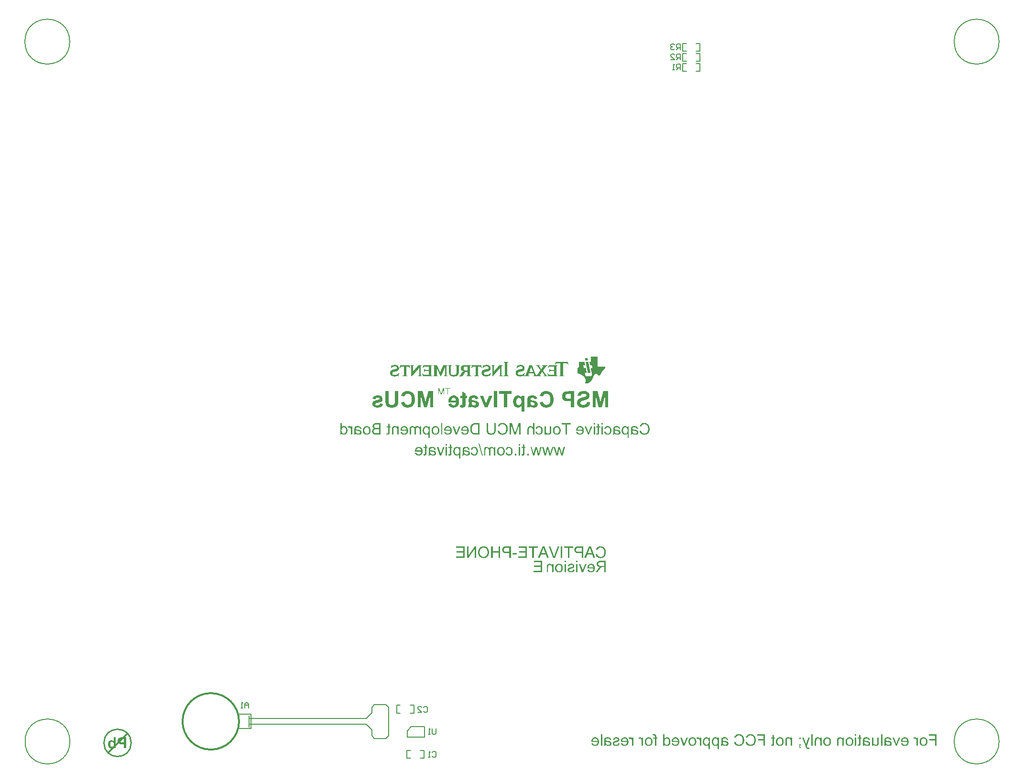
<source format=gbo>
%FSAX25Y25*%
%MOIN*%
G70*
G01*
G75*
G04 Layer_Color=9218505*
%ADD10C,0.00787*%
%ADD11C,0.03937*%
%ADD12C,0.02362*%
%ADD13C,0.10000*%
%ADD14C,0.00800*%
%ADD15C,0.03937*%
%ADD16C,0.00600*%
%ADD17C,0.05000*%
%ADD18C,0.01200*%
%ADD19C,0.02000*%
%ADD20C,0.06496*%
%ADD21R,0.06496X0.06496*%
%ADD22C,0.18110*%
%ADD23C,0.03600*%
%ADD24O,0.00984X0.05709*%
%ADD25R,0.03937X0.03740*%
G04:AMPARAMS|DCode=26|XSize=78.74mil|YSize=78.74mil|CornerRadius=19.69mil|HoleSize=0mil|Usage=FLASHONLY|Rotation=0.000|XOffset=0mil|YOffset=0mil|HoleType=Round|Shape=RoundedRectangle|*
%AMROUNDEDRECTD26*
21,1,0.07874,0.03937,0,0,0.0*
21,1,0.03937,0.07874,0,0,0.0*
1,1,0.03937,0.01969,-0.01969*
1,1,0.03937,-0.01969,-0.01969*
1,1,0.03937,-0.01969,0.01969*
1,1,0.03937,0.01969,0.01969*
%
%ADD26ROUNDEDRECTD26*%
%ADD27C,0.01000*%
%ADD28C,0.02500*%
%ADD29C,0.07874*%
%ADD30C,0.07096*%
%ADD31R,0.07096X0.07096*%
%ADD32C,0.18710*%
%ADD33O,0.01584X0.06309*%
%ADD34R,0.04537X0.04340*%
G04:AMPARAMS|DCode=35|XSize=84.74mil|YSize=84.74mil|CornerRadius=22.69mil|HoleSize=0mil|Usage=FLASHONLY|Rotation=0.000|XOffset=0mil|YOffset=0mil|HoleType=Round|Shape=RoundedRectangle|*
%AMROUNDEDRECTD35*
21,1,0.08474,0.03937,0,0,0.0*
21,1,0.03937,0.08474,0,0,0.0*
1,1,0.04537,0.01969,-0.01969*
1,1,0.04537,-0.01969,-0.01969*
1,1,0.04537,-0.01969,0.01969*
1,1,0.04537,0.01969,0.01969*
%
%ADD35ROUNDEDRECTD35*%
%ADD36C,0.00700*%
%ADD37C,0.01181*%
G36*
X0475016Y0395643D02*
Y0394208D01*
X0475744D01*
Y0393444D01*
X0475016D01*
Y0390089D01*
Y0389927D01*
Y0389788D01*
X0475004Y0389661D01*
X0474993Y0389534D01*
Y0389430D01*
X0474981Y0389337D01*
X0474958Y0389187D01*
X0474935Y0389071D01*
X0474923Y0388990D01*
X0474900Y0388944D01*
Y0388932D01*
X0474854Y0388828D01*
X0474784Y0388747D01*
X0474715Y0388666D01*
X0474657Y0388608D01*
X0474587Y0388550D01*
X0474541Y0388516D01*
X0474507Y0388493D01*
X0474495Y0388481D01*
X0474368Y0388423D01*
X0474240Y0388388D01*
X0474102Y0388354D01*
X0473963Y0388342D01*
X0473847Y0388331D01*
X0473755Y0388319D01*
X0473662D01*
X0473407Y0388331D01*
X0473280Y0388342D01*
X0473164Y0388365D01*
X0473060Y0388377D01*
X0472979Y0388388D01*
X0472933Y0388400D01*
X0472910D01*
X0473037Y0389268D01*
X0473130Y0389256D01*
X0473222Y0389245D01*
X0473303D01*
X0473361Y0389233D01*
X0473477D01*
X0473627Y0389245D01*
X0473731Y0389268D01*
X0473789Y0389291D01*
X0473812Y0389302D01*
X0473893Y0389360D01*
X0473940Y0389418D01*
X0473974Y0389464D01*
X0473986Y0389488D01*
X0473997Y0389545D01*
X0474009Y0389626D01*
X0474021Y0389811D01*
X0474032Y0389893D01*
Y0389962D01*
Y0390008D01*
Y0390031D01*
Y0393444D01*
X0473037D01*
Y0394208D01*
X0474032D01*
Y0396233D01*
X0475016Y0395643D01*
D02*
G37*
G36*
X0349430Y0379824D02*
X0349639Y0379801D01*
X0349835Y0379766D01*
X0350020Y0379708D01*
X0350194Y0379650D01*
X0350356Y0379581D01*
X0350506Y0379511D01*
X0350634Y0379431D01*
X0350761Y0379361D01*
X0350865Y0379280D01*
X0350957Y0379211D01*
X0351027Y0379153D01*
X0351085Y0379095D01*
X0351131Y0379060D01*
X0351154Y0379037D01*
X0351166Y0379026D01*
X0351293Y0378864D01*
X0351409Y0378690D01*
X0351513Y0378516D01*
X0351605Y0378331D01*
X0351675Y0378135D01*
X0351733Y0377950D01*
X0351825Y0377579D01*
X0351860Y0377417D01*
X0351883Y0377255D01*
X0351895Y0377116D01*
X0351906Y0376989D01*
X0351918Y0376885D01*
Y0376816D01*
Y0376758D01*
Y0376746D01*
X0351906Y0376492D01*
X0351883Y0376249D01*
X0351848Y0376017D01*
X0351802Y0375809D01*
X0351744Y0375612D01*
X0351686Y0375427D01*
X0351617Y0375265D01*
X0351548Y0375115D01*
X0351478Y0374988D01*
X0351409Y0374872D01*
X0351351Y0374779D01*
X0351293Y0374698D01*
X0351247Y0374629D01*
X0351212Y0374583D01*
X0351189Y0374559D01*
X0351177Y0374548D01*
X0351027Y0374409D01*
X0350876Y0374293D01*
X0350715Y0374189D01*
X0350541Y0374097D01*
X0350379Y0374027D01*
X0350205Y0373958D01*
X0349882Y0373865D01*
X0349731Y0373842D01*
X0349592Y0373819D01*
X0349465Y0373796D01*
X0349361Y0373784D01*
X0349280Y0373773D01*
X0349153D01*
X0348794Y0373796D01*
X0348470Y0373854D01*
X0348181Y0373923D01*
X0348065Y0373969D01*
X0347949Y0374016D01*
X0347845Y0374062D01*
X0347753Y0374108D01*
X0347683Y0374143D01*
X0347614Y0374178D01*
X0347568Y0374212D01*
X0347533Y0374236D01*
X0347510Y0374259D01*
X0347498D01*
X0347267Y0374467D01*
X0347082Y0374687D01*
X0346920Y0374918D01*
X0346804Y0375138D01*
X0346711Y0375335D01*
X0346677Y0375427D01*
X0346642Y0375497D01*
X0346619Y0375566D01*
X0346607Y0375612D01*
X0346596Y0375636D01*
Y0375647D01*
X0347614Y0375774D01*
X0347706Y0375554D01*
X0347811Y0375369D01*
X0347915Y0375207D01*
X0348007Y0375080D01*
X0348088Y0374988D01*
X0348158Y0374918D01*
X0348215Y0374872D01*
X0348227Y0374860D01*
X0348377Y0374768D01*
X0348528Y0374698D01*
X0348690Y0374652D01*
X0348829Y0374617D01*
X0348956Y0374594D01*
X0349060Y0374583D01*
X0349153D01*
X0349291Y0374594D01*
X0349419Y0374606D01*
X0349650Y0374664D01*
X0349858Y0374745D01*
X0350044Y0374837D01*
X0350182Y0374918D01*
X0350287Y0374999D01*
X0350356Y0375057D01*
X0350367Y0375080D01*
X0350379D01*
X0350541Y0375288D01*
X0350668Y0375520D01*
X0350761Y0375774D01*
X0350830Y0376006D01*
X0350865Y0376214D01*
X0350888Y0376307D01*
X0350900Y0376388D01*
Y0376457D01*
X0350911Y0376503D01*
Y0376538D01*
Y0376550D01*
X0346572D01*
X0346561Y0376665D01*
Y0376746D01*
Y0376793D01*
Y0376804D01*
X0346572Y0377070D01*
X0346596Y0377313D01*
X0346630Y0377544D01*
X0346677Y0377764D01*
X0346734Y0377961D01*
X0346792Y0378146D01*
X0346862Y0378308D01*
X0346931Y0378459D01*
X0347001Y0378597D01*
X0347070Y0378713D01*
X0347128Y0378806D01*
X0347186Y0378887D01*
X0347232Y0378956D01*
X0347267Y0379002D01*
X0347290Y0379026D01*
X0347301Y0379037D01*
X0347440Y0379176D01*
X0347591Y0379303D01*
X0347753Y0379407D01*
X0347915Y0379500D01*
X0348077Y0379581D01*
X0348227Y0379639D01*
X0348389Y0379697D01*
X0348528Y0379731D01*
X0348678Y0379766D01*
X0348805Y0379789D01*
X0348921Y0379812D01*
X0349014Y0379824D01*
X0349095Y0379835D01*
X0349210D01*
X0349430Y0379824D01*
D02*
G37*
G36*
X0328829Y0395643D02*
Y0394208D01*
X0329558D01*
Y0393444D01*
X0328829D01*
Y0390089D01*
Y0389927D01*
Y0389788D01*
X0328817Y0389661D01*
X0328805Y0389534D01*
Y0389430D01*
X0328794Y0389337D01*
X0328771Y0389187D01*
X0328748Y0389071D01*
X0328736Y0388990D01*
X0328713Y0388944D01*
Y0388932D01*
X0328667Y0388828D01*
X0328597Y0388747D01*
X0328528Y0388666D01*
X0328470Y0388608D01*
X0328401Y0388550D01*
X0328354Y0388516D01*
X0328320Y0388493D01*
X0328308Y0388481D01*
X0328181Y0388423D01*
X0328053Y0388388D01*
X0327915Y0388354D01*
X0327776Y0388342D01*
X0327660Y0388331D01*
X0327568Y0388319D01*
X0327475D01*
X0327220Y0388331D01*
X0327093Y0388342D01*
X0326977Y0388365D01*
X0326873Y0388377D01*
X0326792Y0388388D01*
X0326746Y0388400D01*
X0326723D01*
X0326850Y0389268D01*
X0326943Y0389256D01*
X0327035Y0389245D01*
X0327116D01*
X0327174Y0389233D01*
X0327290D01*
X0327440Y0389245D01*
X0327544Y0389268D01*
X0327602Y0389291D01*
X0327625Y0389302D01*
X0327706Y0389360D01*
X0327753Y0389418D01*
X0327787Y0389464D01*
X0327799Y0389488D01*
X0327811Y0389545D01*
X0327822Y0389626D01*
X0327834Y0389811D01*
X0327845Y0389893D01*
Y0389962D01*
Y0390008D01*
Y0390031D01*
Y0393444D01*
X0326850D01*
Y0394208D01*
X0327845D01*
Y0396233D01*
X0328829Y0395643D01*
D02*
G37*
G36*
X0506810Y0396522D02*
X0507180Y0396464D01*
X0507504Y0396395D01*
X0507655Y0396349D01*
X0507793Y0396302D01*
X0507921Y0396256D01*
X0508036Y0396210D01*
X0508129Y0396175D01*
X0508221Y0396140D01*
X0508279Y0396106D01*
X0508326Y0396082D01*
X0508360Y0396071D01*
X0508372Y0396059D01*
X0508684Y0395863D01*
X0508950Y0395631D01*
X0509182Y0395400D01*
X0509378Y0395168D01*
X0509529Y0394960D01*
X0509587Y0394868D01*
X0509633Y0394787D01*
X0509679Y0394729D01*
X0509702Y0394683D01*
X0509714Y0394648D01*
X0509726Y0394636D01*
X0509888Y0394278D01*
X0510003Y0393907D01*
X0510084Y0393537D01*
X0510142Y0393201D01*
X0510165Y0393051D01*
X0510177Y0392901D01*
X0510188Y0392785D01*
Y0392669D01*
X0510200Y0392588D01*
Y0392519D01*
Y0392473D01*
Y0392461D01*
X0510177Y0392044D01*
X0510131Y0391640D01*
X0510073Y0391281D01*
X0510027Y0391107D01*
X0509992Y0390957D01*
X0509957Y0390818D01*
X0509911Y0390691D01*
X0509876Y0390575D01*
X0509853Y0390483D01*
X0509818Y0390413D01*
X0509807Y0390355D01*
X0509784Y0390321D01*
Y0390309D01*
X0509610Y0389962D01*
X0509413Y0389650D01*
X0509205Y0389383D01*
X0509101Y0389279D01*
X0509008Y0389175D01*
X0508916Y0389083D01*
X0508823Y0389002D01*
X0508742Y0388932D01*
X0508673Y0388886D01*
X0508627Y0388840D01*
X0508580Y0388805D01*
X0508557Y0388793D01*
X0508545Y0388782D01*
X0508384Y0388689D01*
X0508221Y0388608D01*
X0507874Y0388481D01*
X0507527Y0388388D01*
X0507192Y0388331D01*
X0507030Y0388307D01*
X0506891Y0388284D01*
X0506764Y0388273D01*
X0506660D01*
X0506567Y0388261D01*
X0506440D01*
X0506208Y0388273D01*
X0505989Y0388296D01*
X0505780Y0388319D01*
X0505584Y0388365D01*
X0505398Y0388423D01*
X0505225Y0388481D01*
X0505063Y0388539D01*
X0504913Y0388608D01*
X0504785Y0388666D01*
X0504658Y0388724D01*
X0504565Y0388782D01*
X0504473Y0388840D01*
X0504415Y0388886D01*
X0504357Y0388909D01*
X0504334Y0388932D01*
X0504322Y0388944D01*
X0504160Y0389083D01*
X0504022Y0389222D01*
X0503894Y0389383D01*
X0503767Y0389545D01*
X0503559Y0389869D01*
X0503397Y0390193D01*
X0503327Y0390344D01*
X0503270Y0390483D01*
X0503223Y0390610D01*
X0503189Y0390714D01*
X0503154Y0390807D01*
X0503131Y0390876D01*
X0503119Y0390922D01*
Y0390934D01*
X0504184Y0391200D01*
X0504230Y0391015D01*
X0504288Y0390841D01*
X0504346Y0390679D01*
X0504403Y0390529D01*
X0504473Y0390390D01*
X0504542Y0390274D01*
X0504623Y0390159D01*
X0504693Y0390054D01*
X0504750Y0389962D01*
X0504820Y0389893D01*
X0504878Y0389823D01*
X0504924Y0389765D01*
X0504970Y0389731D01*
X0505005Y0389696D01*
X0505017Y0389684D01*
X0505028Y0389673D01*
X0505144Y0389580D01*
X0505271Y0389511D01*
X0505526Y0389383D01*
X0505769Y0389291D01*
X0506012Y0389233D01*
X0506220Y0389187D01*
X0506301Y0389175D01*
X0506382D01*
X0506451Y0389164D01*
X0506532D01*
X0506798Y0389175D01*
X0507053Y0389222D01*
X0507284Y0389279D01*
X0507493Y0389349D01*
X0507655Y0389418D01*
X0507724Y0389453D01*
X0507782Y0389476D01*
X0507828Y0389499D01*
X0507863Y0389522D01*
X0507886Y0389534D01*
X0507898D01*
X0508117Y0389696D01*
X0508302Y0389869D01*
X0508464Y0390066D01*
X0508592Y0390251D01*
X0508696Y0390413D01*
X0508765Y0390552D01*
X0508788Y0390610D01*
X0508812Y0390645D01*
X0508823Y0390668D01*
Y0390679D01*
X0508916Y0390980D01*
X0508985Y0391281D01*
X0509043Y0391582D01*
X0509078Y0391859D01*
X0509089Y0391987D01*
X0509101Y0392102D01*
Y0392207D01*
X0509112Y0392287D01*
Y0392357D01*
Y0392415D01*
Y0392449D01*
Y0392461D01*
X0509101Y0392762D01*
X0509078Y0393040D01*
X0509031Y0393294D01*
X0508985Y0393526D01*
X0508950Y0393722D01*
X0508927Y0393803D01*
X0508904Y0393873D01*
X0508893Y0393931D01*
X0508881Y0393965D01*
X0508869Y0393988D01*
Y0394000D01*
X0508754Y0394266D01*
X0508627Y0394509D01*
X0508488Y0394706D01*
X0508337Y0394879D01*
X0508210Y0395018D01*
X0508106Y0395111D01*
X0508025Y0395168D01*
X0508013Y0395192D01*
X0508002D01*
X0507759Y0395342D01*
X0507493Y0395458D01*
X0507238Y0395539D01*
X0506995Y0395585D01*
X0506775Y0395620D01*
X0506683Y0395631D01*
X0506602D01*
X0506544Y0395643D01*
X0506451D01*
X0506162Y0395631D01*
X0505896Y0395585D01*
X0505676Y0395515D01*
X0505479Y0395446D01*
X0505329Y0395365D01*
X0505213Y0395307D01*
X0505144Y0395261D01*
X0505121Y0395238D01*
X0504936Y0395064D01*
X0504762Y0394868D01*
X0504623Y0394659D01*
X0504508Y0394451D01*
X0504415Y0394266D01*
X0504380Y0394173D01*
X0504357Y0394104D01*
X0504334Y0394046D01*
X0504311Y0394000D01*
X0504299Y0393977D01*
Y0393965D01*
X0503258Y0394208D01*
X0503327Y0394416D01*
X0503397Y0394601D01*
X0503489Y0394775D01*
X0503570Y0394949D01*
X0503663Y0395099D01*
X0503767Y0395238D01*
X0503860Y0395377D01*
X0503952Y0395492D01*
X0504045Y0395585D01*
X0504126Y0395677D01*
X0504207Y0395759D01*
X0504265Y0395816D01*
X0504322Y0395874D01*
X0504369Y0395909D01*
X0504392Y0395920D01*
X0504403Y0395932D01*
X0504565Y0396036D01*
X0504727Y0396140D01*
X0504889Y0396221D01*
X0505063Y0396291D01*
X0505410Y0396395D01*
X0505722Y0396464D01*
X0505873Y0396499D01*
X0506000Y0396511D01*
X0506127Y0396522D01*
X0506231Y0396534D01*
X0506313Y0396545D01*
X0506428D01*
X0506810Y0396522D01*
D02*
G37*
G36*
X0402877Y0391778D02*
Y0391547D01*
X0402865Y0391327D01*
X0402853Y0391119D01*
X0402830Y0390922D01*
X0402807Y0390749D01*
X0402784Y0390587D01*
X0402749Y0390436D01*
X0402726Y0390298D01*
X0402703Y0390170D01*
X0402668Y0390066D01*
X0402645Y0389973D01*
X0402622Y0389904D01*
X0402599Y0389846D01*
X0402587Y0389800D01*
X0402576Y0389777D01*
Y0389765D01*
X0402449Y0389511D01*
X0402287Y0389279D01*
X0402125Y0389094D01*
X0401951Y0388932D01*
X0401801Y0388805D01*
X0401673Y0388712D01*
X0401627Y0388689D01*
X0401592Y0388666D01*
X0401569Y0388643D01*
X0401558D01*
X0401268Y0388516D01*
X0400968Y0388423D01*
X0400655Y0388354D01*
X0400366Y0388307D01*
X0400239Y0388296D01*
X0400111Y0388284D01*
X0399996Y0388273D01*
X0399903D01*
X0399822Y0388261D01*
X0399718D01*
X0399302Y0388284D01*
X0399116Y0388307D01*
X0398943Y0388331D01*
X0398769Y0388365D01*
X0398619Y0388400D01*
X0398480Y0388435D01*
X0398353Y0388481D01*
X0398237Y0388527D01*
X0398145Y0388562D01*
X0398052Y0388597D01*
X0397983Y0388631D01*
X0397925Y0388666D01*
X0397890Y0388678D01*
X0397867Y0388701D01*
X0397855D01*
X0397601Y0388874D01*
X0397393Y0389071D01*
X0397231Y0389256D01*
X0397092Y0389441D01*
X0396988Y0389603D01*
X0396918Y0389731D01*
X0396895Y0389777D01*
X0396872Y0389811D01*
X0396860Y0389835D01*
Y0389846D01*
X0396814Y0389985D01*
X0396768Y0390136D01*
X0396698Y0390448D01*
X0396652Y0390772D01*
X0396617Y0391084D01*
X0396606Y0391223D01*
X0396594Y0391362D01*
Y0391478D01*
X0396583Y0391582D01*
Y0391663D01*
Y0391721D01*
Y0391767D01*
Y0391778D01*
Y0396406D01*
X0397647D01*
Y0391778D01*
Y0391512D01*
X0397670Y0391258D01*
X0397693Y0391038D01*
X0397728Y0390830D01*
X0397763Y0390645D01*
X0397809Y0390471D01*
X0397844Y0390321D01*
X0397890Y0390193D01*
X0397936Y0390089D01*
X0397983Y0389985D01*
X0398029Y0389916D01*
X0398064Y0389846D01*
X0398098Y0389800D01*
X0398121Y0389765D01*
X0398133Y0389754D01*
X0398145Y0389742D01*
X0398249Y0389650D01*
X0398364Y0389569D01*
X0398619Y0389441D01*
X0398885Y0389349D01*
X0399163Y0389291D01*
X0399417Y0389245D01*
X0399521Y0389233D01*
X0399625D01*
X0399695Y0389222D01*
X0399811D01*
X0400054Y0389233D01*
X0400273Y0389268D01*
X0400482Y0389302D01*
X0400644Y0389360D01*
X0400782Y0389407D01*
X0400887Y0389441D01*
X0400945Y0389476D01*
X0400968Y0389488D01*
X0401130Y0389592D01*
X0401268Y0389719D01*
X0401384Y0389846D01*
X0401465Y0389962D01*
X0401535Y0390078D01*
X0401592Y0390159D01*
X0401615Y0390216D01*
X0401627Y0390240D01*
X0401662Y0390344D01*
X0401685Y0390448D01*
X0401731Y0390691D01*
X0401766Y0390945D01*
X0401789Y0391200D01*
X0401801Y0391420D01*
Y0391524D01*
X0401812Y0391605D01*
Y0391674D01*
Y0391732D01*
Y0391767D01*
Y0391778D01*
Y0396406D01*
X0402877D01*
Y0391778D01*
D02*
G37*
G36*
X0425977Y0373900D02*
X0424855D01*
Y0375022D01*
X0425977D01*
Y0373900D01*
D02*
G37*
G36*
X0420030D02*
X0419047D01*
Y0379708D01*
X0420030D01*
Y0373900D01*
D02*
G37*
G36*
X0468004Y0388400D02*
X0467067D01*
X0464857Y0394208D01*
X0465875D01*
X0467160Y0390656D01*
X0467241Y0390425D01*
X0467322Y0390216D01*
X0467379Y0390020D01*
X0467437Y0389869D01*
X0467472Y0389731D01*
X0467507Y0389638D01*
X0467518Y0389580D01*
X0467530Y0389557D01*
X0467599Y0389777D01*
X0467657Y0389997D01*
X0467727Y0390193D01*
X0467784Y0390367D01*
X0467831Y0390517D01*
X0467865Y0390633D01*
X0467877Y0390668D01*
X0467888Y0390702D01*
X0467900Y0390714D01*
Y0390726D01*
X0469150Y0394208D01*
X0470191D01*
X0468004Y0388400D01*
D02*
G37*
G36*
X0420324D02*
X0419306D01*
Y0395215D01*
X0416992Y0388400D01*
X0416043D01*
X0413706Y0395099D01*
Y0388400D01*
X0412688D01*
Y0396406D01*
X0414111D01*
X0416032Y0390830D01*
X0416136Y0390529D01*
X0416217Y0390274D01*
X0416298Y0390054D01*
X0416356Y0389869D01*
X0416402Y0389731D01*
X0416437Y0389626D01*
X0416448Y0389569D01*
X0416460Y0389545D01*
X0416506Y0389707D01*
X0416564Y0389893D01*
X0416633Y0390089D01*
X0416691Y0390286D01*
X0416749Y0390459D01*
X0416795Y0390598D01*
X0416819Y0390656D01*
X0416830Y0390691D01*
X0416842Y0390714D01*
Y0390726D01*
X0418739Y0396406D01*
X0420324D01*
Y0388400D01*
D02*
G37*
G36*
X0375953D02*
X0375016D01*
X0372806Y0394208D01*
X0373824D01*
X0375109Y0390656D01*
X0375190Y0390425D01*
X0375271Y0390216D01*
X0375328Y0390020D01*
X0375386Y0389869D01*
X0375421Y0389731D01*
X0375456Y0389638D01*
X0375467Y0389580D01*
X0375479Y0389557D01*
X0375548Y0389777D01*
X0375606Y0389997D01*
X0375676Y0390193D01*
X0375733Y0390367D01*
X0375780Y0390517D01*
X0375814Y0390633D01*
X0375826Y0390668D01*
X0375838Y0390702D01*
X0375849Y0390714D01*
Y0390726D01*
X0377099Y0394208D01*
X0378140D01*
X0375953Y0388400D01*
D02*
G37*
G36*
X0407887Y0396522D02*
X0408257Y0396464D01*
X0408581Y0396395D01*
X0408731Y0396349D01*
X0408870Y0396302D01*
X0408997Y0396256D01*
X0409113Y0396210D01*
X0409205Y0396175D01*
X0409298Y0396140D01*
X0409356Y0396106D01*
X0409402Y0396082D01*
X0409437Y0396071D01*
X0409448Y0396059D01*
X0409761Y0395863D01*
X0410027Y0395631D01*
X0410258Y0395400D01*
X0410455Y0395168D01*
X0410605Y0394960D01*
X0410663Y0394868D01*
X0410710Y0394787D01*
X0410756Y0394729D01*
X0410779Y0394683D01*
X0410791Y0394648D01*
X0410802Y0394636D01*
X0410964Y0394278D01*
X0411080Y0393907D01*
X0411161Y0393537D01*
X0411219Y0393201D01*
X0411242Y0393051D01*
X0411253Y0392901D01*
X0411265Y0392785D01*
Y0392669D01*
X0411276Y0392588D01*
Y0392519D01*
Y0392473D01*
Y0392461D01*
X0411253Y0392044D01*
X0411207Y0391640D01*
X0411149Y0391281D01*
X0411103Y0391107D01*
X0411068Y0390957D01*
X0411033Y0390818D01*
X0410987Y0390691D01*
X0410953Y0390575D01*
X0410929Y0390483D01*
X0410895Y0390413D01*
X0410883Y0390355D01*
X0410860Y0390321D01*
Y0390309D01*
X0410686Y0389962D01*
X0410490Y0389650D01*
X0410282Y0389383D01*
X0410177Y0389279D01*
X0410085Y0389175D01*
X0409992Y0389083D01*
X0409900Y0389002D01*
X0409819Y0388932D01*
X0409749Y0388886D01*
X0409703Y0388840D01*
X0409657Y0388805D01*
X0409634Y0388793D01*
X0409622Y0388782D01*
X0409460Y0388689D01*
X0409298Y0388608D01*
X0408951Y0388481D01*
X0408604Y0388388D01*
X0408268Y0388331D01*
X0408106Y0388307D01*
X0407968Y0388284D01*
X0407840Y0388273D01*
X0407736D01*
X0407644Y0388261D01*
X0407516D01*
X0407285Y0388273D01*
X0407065Y0388296D01*
X0406857Y0388319D01*
X0406660Y0388365D01*
X0406475Y0388423D01*
X0406301Y0388481D01*
X0406139Y0388539D01*
X0405989Y0388608D01*
X0405862Y0388666D01*
X0405734Y0388724D01*
X0405642Y0388782D01*
X0405549Y0388840D01*
X0405491Y0388886D01*
X0405434Y0388909D01*
X0405410Y0388932D01*
X0405399Y0388944D01*
X0405237Y0389083D01*
X0405098Y0389222D01*
X0404971Y0389383D01*
X0404844Y0389545D01*
X0404635Y0389869D01*
X0404473Y0390193D01*
X0404404Y0390344D01*
X0404346Y0390483D01*
X0404300Y0390610D01*
X0404265Y0390714D01*
X0404230Y0390807D01*
X0404207Y0390876D01*
X0404196Y0390922D01*
Y0390934D01*
X0405260Y0391200D01*
X0405306Y0391015D01*
X0405364Y0390841D01*
X0405422Y0390679D01*
X0405480Y0390529D01*
X0405549Y0390390D01*
X0405619Y0390274D01*
X0405700Y0390159D01*
X0405769Y0390054D01*
X0405827Y0389962D01*
X0405897Y0389893D01*
X0405954Y0389823D01*
X0406001Y0389765D01*
X0406047Y0389731D01*
X0406082Y0389696D01*
X0406093Y0389684D01*
X0406105Y0389673D01*
X0406220Y0389580D01*
X0406348Y0389511D01*
X0406602Y0389383D01*
X0406845Y0389291D01*
X0407088Y0389233D01*
X0407296Y0389187D01*
X0407377Y0389175D01*
X0407458D01*
X0407528Y0389164D01*
X0407609D01*
X0407875Y0389175D01*
X0408130Y0389222D01*
X0408361Y0389279D01*
X0408569Y0389349D01*
X0408731Y0389418D01*
X0408801Y0389453D01*
X0408858Y0389476D01*
X0408905Y0389499D01*
X0408939Y0389522D01*
X0408962Y0389534D01*
X0408974D01*
X0409194Y0389696D01*
X0409379Y0389869D01*
X0409541Y0390066D01*
X0409668Y0390251D01*
X0409772Y0390413D01*
X0409842Y0390552D01*
X0409865Y0390610D01*
X0409888Y0390645D01*
X0409900Y0390668D01*
Y0390679D01*
X0409992Y0390980D01*
X0410062Y0391281D01*
X0410119Y0391582D01*
X0410154Y0391859D01*
X0410166Y0391987D01*
X0410177Y0392102D01*
Y0392207D01*
X0410189Y0392287D01*
Y0392357D01*
Y0392415D01*
Y0392449D01*
Y0392461D01*
X0410177Y0392762D01*
X0410154Y0393040D01*
X0410108Y0393294D01*
X0410062Y0393526D01*
X0410027Y0393722D01*
X0410004Y0393803D01*
X0409981Y0393873D01*
X0409969Y0393931D01*
X0409958Y0393965D01*
X0409946Y0393988D01*
Y0394000D01*
X0409830Y0394266D01*
X0409703Y0394509D01*
X0409564Y0394706D01*
X0409414Y0394879D01*
X0409286Y0395018D01*
X0409182Y0395111D01*
X0409101Y0395168D01*
X0409090Y0395192D01*
X0409078D01*
X0408835Y0395342D01*
X0408569Y0395458D01*
X0408315Y0395539D01*
X0408072Y0395585D01*
X0407852Y0395620D01*
X0407759Y0395631D01*
X0407678D01*
X0407620Y0395643D01*
X0407528D01*
X0407239Y0395631D01*
X0406973Y0395585D01*
X0406753Y0395515D01*
X0406556Y0395446D01*
X0406405Y0395365D01*
X0406290Y0395307D01*
X0406220Y0395261D01*
X0406197Y0395238D01*
X0406012Y0395064D01*
X0405839Y0394868D01*
X0405700Y0394659D01*
X0405584Y0394451D01*
X0405491Y0394266D01*
X0405457Y0394173D01*
X0405434Y0394104D01*
X0405410Y0394046D01*
X0405387Y0394000D01*
X0405376Y0393977D01*
Y0393965D01*
X0404334Y0394208D01*
X0404404Y0394416D01*
X0404473Y0394601D01*
X0404566Y0394775D01*
X0404647Y0394949D01*
X0404739Y0395099D01*
X0404844Y0395238D01*
X0404936Y0395377D01*
X0405029Y0395492D01*
X0405121Y0395585D01*
X0405202Y0395677D01*
X0405283Y0395759D01*
X0405341Y0395816D01*
X0405399Y0395874D01*
X0405445Y0395909D01*
X0405468Y0395920D01*
X0405480Y0395932D01*
X0405642Y0396036D01*
X0405804Y0396140D01*
X0405966Y0396221D01*
X0406139Y0396291D01*
X0406487Y0396395D01*
X0406799Y0396464D01*
X0406949Y0396499D01*
X0407077Y0396511D01*
X0407204Y0396522D01*
X0407308Y0396534D01*
X0407389Y0396545D01*
X0407505D01*
X0407887Y0396522D01*
D02*
G37*
G36*
X0369775Y0394324D02*
X0369983Y0394301D01*
X0370180Y0394266D01*
X0370365Y0394208D01*
X0370538Y0394150D01*
X0370701Y0394081D01*
X0370851Y0394011D01*
X0370978Y0393931D01*
X0371106Y0393861D01*
X0371210Y0393780D01*
X0371302Y0393711D01*
X0371372Y0393653D01*
X0371429Y0393595D01*
X0371476Y0393560D01*
X0371499Y0393537D01*
X0371510Y0393526D01*
X0371638Y0393363D01*
X0371753Y0393190D01*
X0371858Y0393016D01*
X0371950Y0392831D01*
X0372020Y0392635D01*
X0372077Y0392449D01*
X0372170Y0392079D01*
X0372205Y0391917D01*
X0372228Y0391755D01*
X0372239Y0391617D01*
X0372251Y0391489D01*
X0372263Y0391385D01*
Y0391316D01*
Y0391258D01*
Y0391246D01*
X0372251Y0390992D01*
X0372228Y0390749D01*
X0372193Y0390517D01*
X0372147Y0390309D01*
X0372089Y0390112D01*
X0372031Y0389927D01*
X0371962Y0389765D01*
X0371892Y0389615D01*
X0371823Y0389488D01*
X0371753Y0389372D01*
X0371695Y0389279D01*
X0371638Y0389198D01*
X0371591Y0389129D01*
X0371557Y0389083D01*
X0371534Y0389059D01*
X0371522Y0389048D01*
X0371372Y0388909D01*
X0371221Y0388793D01*
X0371059Y0388689D01*
X0370886Y0388597D01*
X0370724Y0388527D01*
X0370550Y0388458D01*
X0370226Y0388365D01*
X0370076Y0388342D01*
X0369937Y0388319D01*
X0369810Y0388296D01*
X0369706Y0388284D01*
X0369624Y0388273D01*
X0369497D01*
X0369139Y0388296D01*
X0368815Y0388354D01*
X0368525Y0388423D01*
X0368410Y0388469D01*
X0368294Y0388516D01*
X0368190Y0388562D01*
X0368097Y0388608D01*
X0368028Y0388643D01*
X0367958Y0388678D01*
X0367912Y0388712D01*
X0367877Y0388736D01*
X0367854Y0388759D01*
X0367843D01*
X0367611Y0388967D01*
X0367426Y0389187D01*
X0367264Y0389418D01*
X0367148Y0389638D01*
X0367056Y0389835D01*
X0367021Y0389927D01*
X0366986Y0389997D01*
X0366963Y0390066D01*
X0366952Y0390112D01*
X0366940Y0390136D01*
Y0390147D01*
X0367958Y0390274D01*
X0368051Y0390054D01*
X0368155Y0389869D01*
X0368259Y0389707D01*
X0368352Y0389580D01*
X0368433Y0389488D01*
X0368502Y0389418D01*
X0368560Y0389372D01*
X0368572Y0389360D01*
X0368722Y0389268D01*
X0368872Y0389198D01*
X0369034Y0389152D01*
X0369173Y0389117D01*
X0369301Y0389094D01*
X0369405Y0389083D01*
X0369497D01*
X0369636Y0389094D01*
X0369763Y0389106D01*
X0369995Y0389164D01*
X0370203Y0389245D01*
X0370388Y0389337D01*
X0370527Y0389418D01*
X0370631Y0389499D01*
X0370701Y0389557D01*
X0370712Y0389580D01*
X0370724D01*
X0370886Y0389788D01*
X0371013Y0390020D01*
X0371106Y0390274D01*
X0371175Y0390506D01*
X0371210Y0390714D01*
X0371233Y0390807D01*
X0371244Y0390888D01*
Y0390957D01*
X0371256Y0391003D01*
Y0391038D01*
Y0391050D01*
X0366917D01*
X0366905Y0391165D01*
Y0391246D01*
Y0391293D01*
Y0391304D01*
X0366917Y0391570D01*
X0366940Y0391813D01*
X0366975Y0392044D01*
X0367021Y0392264D01*
X0367079Y0392461D01*
X0367137Y0392646D01*
X0367206Y0392808D01*
X0367276Y0392959D01*
X0367345Y0393097D01*
X0367415Y0393213D01*
X0367473Y0393306D01*
X0367530Y0393387D01*
X0367577Y0393456D01*
X0367611Y0393502D01*
X0367635Y0393526D01*
X0367646Y0393537D01*
X0367785Y0393676D01*
X0367935Y0393803D01*
X0368097Y0393907D01*
X0368259Y0394000D01*
X0368421Y0394081D01*
X0368572Y0394139D01*
X0368734Y0394197D01*
X0368872Y0394231D01*
X0369023Y0394266D01*
X0369150Y0394289D01*
X0369266Y0394312D01*
X0369358Y0394324D01*
X0369439Y0394335D01*
X0369555D01*
X0369775Y0394324D01*
D02*
G37*
G36*
X0381599D02*
X0381808Y0394301D01*
X0382004Y0394266D01*
X0382189Y0394208D01*
X0382363Y0394150D01*
X0382525Y0394081D01*
X0382676Y0394011D01*
X0382803Y0393931D01*
X0382930Y0393861D01*
X0383034Y0393780D01*
X0383127Y0393711D01*
X0383196Y0393653D01*
X0383254Y0393595D01*
X0383300Y0393560D01*
X0383323Y0393537D01*
X0383335Y0393526D01*
X0383462Y0393363D01*
X0383578Y0393190D01*
X0383682Y0393016D01*
X0383775Y0392831D01*
X0383844Y0392635D01*
X0383902Y0392449D01*
X0383994Y0392079D01*
X0384029Y0391917D01*
X0384052Y0391755D01*
X0384064Y0391617D01*
X0384075Y0391489D01*
X0384087Y0391385D01*
Y0391316D01*
Y0391258D01*
Y0391246D01*
X0384075Y0390992D01*
X0384052Y0390749D01*
X0384018Y0390517D01*
X0383971Y0390309D01*
X0383913Y0390112D01*
X0383856Y0389927D01*
X0383786Y0389765D01*
X0383717Y0389615D01*
X0383647Y0389488D01*
X0383578Y0389372D01*
X0383520Y0389279D01*
X0383462Y0389198D01*
X0383416Y0389129D01*
X0383381Y0389083D01*
X0383358Y0389059D01*
X0383347Y0389048D01*
X0383196Y0388909D01*
X0383046Y0388793D01*
X0382884Y0388689D01*
X0382710Y0388597D01*
X0382548Y0388527D01*
X0382375Y0388458D01*
X0382051Y0388365D01*
X0381900Y0388342D01*
X0381761Y0388319D01*
X0381634Y0388296D01*
X0381530Y0388284D01*
X0381449Y0388273D01*
X0381322D01*
X0380963Y0388296D01*
X0380639Y0388354D01*
X0380350Y0388423D01*
X0380234Y0388469D01*
X0380118Y0388516D01*
X0380014Y0388562D01*
X0379922Y0388608D01*
X0379852Y0388643D01*
X0379783Y0388678D01*
X0379737Y0388712D01*
X0379702Y0388736D01*
X0379679Y0388759D01*
X0379667D01*
X0379436Y0388967D01*
X0379251Y0389187D01*
X0379089Y0389418D01*
X0378973Y0389638D01*
X0378881Y0389835D01*
X0378846Y0389927D01*
X0378811Y0389997D01*
X0378788Y0390066D01*
X0378776Y0390112D01*
X0378765Y0390136D01*
Y0390147D01*
X0379783Y0390274D01*
X0379875Y0390054D01*
X0379980Y0389869D01*
X0380084Y0389707D01*
X0380176Y0389580D01*
X0380257Y0389488D01*
X0380327Y0389418D01*
X0380385Y0389372D01*
X0380396Y0389360D01*
X0380547Y0389268D01*
X0380697Y0389198D01*
X0380859Y0389152D01*
X0380998Y0389117D01*
X0381125Y0389094D01*
X0381229Y0389083D01*
X0381322D01*
X0381461Y0389094D01*
X0381588Y0389106D01*
X0381819Y0389164D01*
X0382028Y0389245D01*
X0382213Y0389337D01*
X0382351Y0389418D01*
X0382456Y0389499D01*
X0382525Y0389557D01*
X0382537Y0389580D01*
X0382548D01*
X0382710Y0389788D01*
X0382837Y0390020D01*
X0382930Y0390274D01*
X0382999Y0390506D01*
X0383034Y0390714D01*
X0383057Y0390807D01*
X0383069Y0390888D01*
Y0390957D01*
X0383080Y0391003D01*
Y0391038D01*
Y0391050D01*
X0378742D01*
X0378730Y0391165D01*
Y0391246D01*
Y0391293D01*
Y0391304D01*
X0378742Y0391570D01*
X0378765Y0391813D01*
X0378800Y0392044D01*
X0378846Y0392264D01*
X0378904Y0392461D01*
X0378961Y0392646D01*
X0379031Y0392808D01*
X0379100Y0392959D01*
X0379170Y0393097D01*
X0379239Y0393213D01*
X0379297Y0393306D01*
X0379355Y0393387D01*
X0379401Y0393456D01*
X0379436Y0393502D01*
X0379459Y0393526D01*
X0379471Y0393537D01*
X0379609Y0393676D01*
X0379760Y0393803D01*
X0379922Y0393907D01*
X0380084Y0394000D01*
X0380246Y0394081D01*
X0380396Y0394139D01*
X0380558Y0394197D01*
X0380697Y0394231D01*
X0380847Y0394266D01*
X0380975Y0394289D01*
X0381090Y0394312D01*
X0381183Y0394324D01*
X0381264Y0394335D01*
X0381380D01*
X0381599Y0394324D01*
D02*
G37*
G36*
X0412360Y0379824D02*
X0412614Y0379778D01*
X0412857Y0379720D01*
X0413054Y0379662D01*
X0413227Y0379592D01*
X0413297Y0379558D01*
X0413354Y0379535D01*
X0413401Y0379511D01*
X0413436Y0379488D01*
X0413459Y0379477D01*
X0413470D01*
X0413690Y0379338D01*
X0413887Y0379164D01*
X0414049Y0378991D01*
X0414188Y0378817D01*
X0414292Y0378667D01*
X0414361Y0378540D01*
X0414384Y0378493D01*
X0414407Y0378459D01*
X0414419Y0378435D01*
Y0378424D01*
X0414523Y0378146D01*
X0414593Y0377869D01*
X0414650Y0377591D01*
X0414685Y0377336D01*
X0414697Y0377221D01*
X0414708Y0377116D01*
Y0377024D01*
X0414720Y0376943D01*
Y0376873D01*
Y0376827D01*
Y0376793D01*
Y0376781D01*
X0414708Y0376515D01*
X0414685Y0376272D01*
X0414650Y0376029D01*
X0414604Y0375821D01*
X0414558Y0375612D01*
X0414488Y0375439D01*
X0414431Y0375265D01*
X0414361Y0375115D01*
X0414292Y0374988D01*
X0414234Y0374872D01*
X0414164Y0374768D01*
X0414118Y0374687D01*
X0414072Y0374629D01*
X0414037Y0374583D01*
X0414014Y0374559D01*
X0414003Y0374548D01*
X0413864Y0374409D01*
X0413713Y0374293D01*
X0413563Y0374189D01*
X0413401Y0374097D01*
X0413239Y0374027D01*
X0413088Y0373958D01*
X0412776Y0373865D01*
X0412637Y0373842D01*
X0412510Y0373819D01*
X0412394Y0373796D01*
X0412290Y0373784D01*
X0412209Y0373773D01*
X0412093D01*
X0411920Y0373784D01*
X0411746Y0373796D01*
X0411446Y0373865D01*
X0411168Y0373946D01*
X0410936Y0374050D01*
X0410844Y0374108D01*
X0410751Y0374154D01*
X0410670Y0374201D01*
X0410612Y0374247D01*
X0410566Y0374282D01*
X0410532Y0374305D01*
X0410508Y0374317D01*
X0410497Y0374328D01*
X0410381Y0374444D01*
X0410277Y0374559D01*
X0410092Y0374814D01*
X0409941Y0375080D01*
X0409837Y0375323D01*
X0409756Y0375554D01*
X0409733Y0375647D01*
X0409710Y0375740D01*
X0409698Y0375809D01*
X0409687Y0375855D01*
X0409675Y0375890D01*
Y0375902D01*
X0410647Y0376029D01*
X0410693Y0375774D01*
X0410763Y0375543D01*
X0410855Y0375358D01*
X0410936Y0375207D01*
X0411017Y0375080D01*
X0411087Y0374999D01*
X0411122Y0374941D01*
X0411145Y0374930D01*
X0411295Y0374814D01*
X0411457Y0374733D01*
X0411619Y0374664D01*
X0411769Y0374629D01*
X0411897Y0374606D01*
X0412012Y0374594D01*
X0412082Y0374583D01*
X0412105D01*
X0412232Y0374594D01*
X0412360Y0374606D01*
X0412591Y0374664D01*
X0412788Y0374745D01*
X0412961Y0374849D01*
X0413088Y0374941D01*
X0413193Y0375022D01*
X0413250Y0375080D01*
X0413273Y0375103D01*
X0413354Y0375207D01*
X0413424Y0375335D01*
X0413528Y0375589D01*
X0413609Y0375879D01*
X0413655Y0376156D01*
X0413690Y0376411D01*
X0413702Y0376515D01*
Y0376619D01*
X0413713Y0376688D01*
Y0376758D01*
Y0376793D01*
Y0376804D01*
Y0377012D01*
X0413690Y0377209D01*
X0413667Y0377394D01*
X0413644Y0377556D01*
X0413609Y0377707D01*
X0413563Y0377845D01*
X0413528Y0377973D01*
X0413482Y0378088D01*
X0413436Y0378181D01*
X0413401Y0378262D01*
X0413354Y0378331D01*
X0413320Y0378389D01*
X0413297Y0378435D01*
X0413273Y0378470D01*
X0413250Y0378482D01*
Y0378493D01*
X0413158Y0378586D01*
X0413065Y0378667D01*
X0412869Y0378806D01*
X0412660Y0378898D01*
X0412475Y0378956D01*
X0412302Y0379002D01*
X0412174Y0379014D01*
X0412116Y0379026D01*
X0412047D01*
X0411874Y0379014D01*
X0411712Y0378979D01*
X0411573Y0378933D01*
X0411446Y0378875D01*
X0411353Y0378817D01*
X0411272Y0378771D01*
X0411226Y0378736D01*
X0411214Y0378725D01*
X0411098Y0378609D01*
X0410994Y0378470D01*
X0410902Y0378320D01*
X0410844Y0378181D01*
X0410786Y0378054D01*
X0410751Y0377950D01*
X0410740Y0377880D01*
X0410728Y0377869D01*
Y0377857D01*
X0409768Y0378007D01*
X0409849Y0378320D01*
X0409965Y0378586D01*
X0410092Y0378817D01*
X0410219Y0379002D01*
X0410346Y0379153D01*
X0410451Y0379257D01*
X0410520Y0379326D01*
X0410532Y0379349D01*
X0410543D01*
X0410786Y0379511D01*
X0411040Y0379627D01*
X0411295Y0379720D01*
X0411538Y0379778D01*
X0411758Y0379812D01*
X0411850Y0379824D01*
X0411920D01*
X0411989Y0379835D01*
X0412082D01*
X0412360Y0379824D01*
D02*
G37*
G36*
X0339288Y0394324D02*
X0339496Y0394301D01*
X0339693Y0394266D01*
X0339878Y0394208D01*
X0340052Y0394150D01*
X0340214Y0394081D01*
X0340364Y0394011D01*
X0340491Y0393931D01*
X0340618Y0393861D01*
X0340723Y0393780D01*
X0340815Y0393711D01*
X0340885Y0393653D01*
X0340943Y0393595D01*
X0340989Y0393560D01*
X0341012Y0393537D01*
X0341023Y0393526D01*
X0341151Y0393363D01*
X0341266Y0393190D01*
X0341371Y0393016D01*
X0341463Y0392831D01*
X0341532Y0392635D01*
X0341590Y0392449D01*
X0341683Y0392079D01*
X0341718Y0391917D01*
X0341741Y0391755D01*
X0341752Y0391617D01*
X0341764Y0391489D01*
X0341775Y0391385D01*
Y0391316D01*
Y0391258D01*
Y0391246D01*
X0341764Y0390992D01*
X0341741Y0390749D01*
X0341706Y0390517D01*
X0341660Y0390309D01*
X0341602Y0390112D01*
X0341544Y0389927D01*
X0341475Y0389765D01*
X0341405Y0389615D01*
X0341336Y0389488D01*
X0341266Y0389372D01*
X0341209Y0389279D01*
X0341151Y0389198D01*
X0341104Y0389129D01*
X0341070Y0389083D01*
X0341047Y0389059D01*
X0341035Y0389048D01*
X0340885Y0388909D01*
X0340734Y0388793D01*
X0340572Y0388689D01*
X0340399Y0388597D01*
X0340237Y0388527D01*
X0340063Y0388458D01*
X0339739Y0388365D01*
X0339589Y0388342D01*
X0339450Y0388319D01*
X0339323Y0388296D01*
X0339218Y0388284D01*
X0339138Y0388273D01*
X0339010D01*
X0338652Y0388296D01*
X0338328Y0388354D01*
X0338038Y0388423D01*
X0337923Y0388469D01*
X0337807Y0388516D01*
X0337703Y0388562D01*
X0337610Y0388608D01*
X0337541Y0388643D01*
X0337472Y0388678D01*
X0337425Y0388712D01*
X0337390Y0388736D01*
X0337367Y0388759D01*
X0337356D01*
X0337124Y0388967D01*
X0336939Y0389187D01*
X0336777Y0389418D01*
X0336662Y0389638D01*
X0336569Y0389835D01*
X0336534Y0389927D01*
X0336500Y0389997D01*
X0336476Y0390066D01*
X0336465Y0390112D01*
X0336453Y0390136D01*
Y0390147D01*
X0337472Y0390274D01*
X0337564Y0390054D01*
X0337668Y0389869D01*
X0337772Y0389707D01*
X0337865Y0389580D01*
X0337946Y0389488D01*
X0338015Y0389418D01*
X0338073Y0389372D01*
X0338085Y0389360D01*
X0338235Y0389268D01*
X0338386Y0389198D01*
X0338547Y0389152D01*
X0338686Y0389117D01*
X0338814Y0389094D01*
X0338918Y0389083D01*
X0339010D01*
X0339149Y0389094D01*
X0339276Y0389106D01*
X0339508Y0389164D01*
X0339716Y0389245D01*
X0339901Y0389337D01*
X0340040Y0389418D01*
X0340144Y0389499D01*
X0340214Y0389557D01*
X0340225Y0389580D01*
X0340237D01*
X0340399Y0389788D01*
X0340526Y0390020D01*
X0340618Y0390274D01*
X0340688Y0390506D01*
X0340723Y0390714D01*
X0340746Y0390807D01*
X0340757Y0390888D01*
Y0390957D01*
X0340769Y0391003D01*
Y0391038D01*
Y0391050D01*
X0336430D01*
X0336419Y0391165D01*
Y0391246D01*
Y0391293D01*
Y0391304D01*
X0336430Y0391570D01*
X0336453Y0391813D01*
X0336488Y0392044D01*
X0336534Y0392264D01*
X0336592Y0392461D01*
X0336650Y0392646D01*
X0336719Y0392808D01*
X0336789Y0392959D01*
X0336858Y0393097D01*
X0336928Y0393213D01*
X0336985Y0393306D01*
X0337043Y0393387D01*
X0337090Y0393456D01*
X0337124Y0393502D01*
X0337147Y0393526D01*
X0337159Y0393537D01*
X0337298Y0393676D01*
X0337448Y0393803D01*
X0337610Y0393907D01*
X0337772Y0394000D01*
X0337934Y0394081D01*
X0338085Y0394139D01*
X0338247Y0394197D01*
X0338386Y0394231D01*
X0338536Y0394266D01*
X0338663Y0394289D01*
X0338779Y0394312D01*
X0338871Y0394324D01*
X0338952Y0394335D01*
X0339068D01*
X0339288Y0394324D01*
D02*
G37*
G36*
X0354533Y0381143D02*
Y0379708D01*
X0355262D01*
Y0378944D01*
X0354533D01*
Y0375589D01*
Y0375427D01*
Y0375288D01*
X0354521Y0375161D01*
X0354509Y0375034D01*
Y0374930D01*
X0354498Y0374837D01*
X0354475Y0374687D01*
X0354452Y0374571D01*
X0354440Y0374490D01*
X0354417Y0374444D01*
Y0374432D01*
X0354371Y0374328D01*
X0354301Y0374247D01*
X0354232Y0374166D01*
X0354174Y0374108D01*
X0354105Y0374050D01*
X0354058Y0374016D01*
X0354024Y0373993D01*
X0354012Y0373981D01*
X0353885Y0373923D01*
X0353758Y0373888D01*
X0353619Y0373854D01*
X0353480Y0373842D01*
X0353364Y0373831D01*
X0353272Y0373819D01*
X0353179D01*
X0352924Y0373831D01*
X0352797Y0373842D01*
X0352681Y0373865D01*
X0352577Y0373877D01*
X0352496Y0373888D01*
X0352450Y0373900D01*
X0352427D01*
X0352554Y0374768D01*
X0352647Y0374756D01*
X0352739Y0374745D01*
X0352820D01*
X0352878Y0374733D01*
X0352994D01*
X0353144Y0374745D01*
X0353248Y0374768D01*
X0353306Y0374791D01*
X0353329Y0374802D01*
X0353410Y0374860D01*
X0353457Y0374918D01*
X0353491Y0374964D01*
X0353503Y0374988D01*
X0353515Y0375045D01*
X0353526Y0375126D01*
X0353538Y0375311D01*
X0353549Y0375393D01*
Y0375462D01*
Y0375508D01*
Y0375531D01*
Y0378944D01*
X0352554D01*
Y0379708D01*
X0353549D01*
Y0381733D01*
X0354533Y0381143D01*
D02*
G37*
G36*
X0388097Y0379824D02*
X0388352Y0379778D01*
X0388595Y0379720D01*
X0388791Y0379662D01*
X0388965Y0379592D01*
X0389034Y0379558D01*
X0389092Y0379535D01*
X0389139Y0379511D01*
X0389173Y0379488D01*
X0389196Y0379477D01*
X0389208D01*
X0389428Y0379338D01*
X0389625Y0379164D01*
X0389786Y0378991D01*
X0389925Y0378817D01*
X0390029Y0378667D01*
X0390099Y0378540D01*
X0390122Y0378493D01*
X0390145Y0378459D01*
X0390157Y0378435D01*
Y0378424D01*
X0390261Y0378146D01*
X0390330Y0377869D01*
X0390388Y0377591D01*
X0390423Y0377336D01*
X0390434Y0377221D01*
X0390446Y0377116D01*
Y0377024D01*
X0390458Y0376943D01*
Y0376873D01*
Y0376827D01*
Y0376793D01*
Y0376781D01*
X0390446Y0376515D01*
X0390423Y0376272D01*
X0390388Y0376029D01*
X0390342Y0375821D01*
X0390296Y0375612D01*
X0390226Y0375439D01*
X0390168Y0375265D01*
X0390099Y0375115D01*
X0390029Y0374988D01*
X0389972Y0374872D01*
X0389902Y0374768D01*
X0389856Y0374687D01*
X0389810Y0374629D01*
X0389775Y0374583D01*
X0389752Y0374559D01*
X0389740Y0374548D01*
X0389601Y0374409D01*
X0389451Y0374293D01*
X0389300Y0374189D01*
X0389139Y0374097D01*
X0388977Y0374027D01*
X0388826Y0373958D01*
X0388514Y0373865D01*
X0388375Y0373842D01*
X0388248Y0373819D01*
X0388132Y0373796D01*
X0388028Y0373784D01*
X0387947Y0373773D01*
X0387831D01*
X0387658Y0373784D01*
X0387484Y0373796D01*
X0387183Y0373865D01*
X0386906Y0373946D01*
X0386674Y0374050D01*
X0386582Y0374108D01*
X0386489Y0374154D01*
X0386408Y0374201D01*
X0386350Y0374247D01*
X0386304Y0374282D01*
X0386269Y0374305D01*
X0386246Y0374317D01*
X0386234Y0374328D01*
X0386119Y0374444D01*
X0386015Y0374559D01*
X0385829Y0374814D01*
X0385679Y0375080D01*
X0385575Y0375323D01*
X0385494Y0375554D01*
X0385471Y0375647D01*
X0385448Y0375740D01*
X0385436Y0375809D01*
X0385424Y0375855D01*
X0385413Y0375890D01*
Y0375902D01*
X0386385Y0376029D01*
X0386431Y0375774D01*
X0386501Y0375543D01*
X0386593Y0375358D01*
X0386674Y0375207D01*
X0386755Y0375080D01*
X0386824Y0374999D01*
X0386859Y0374941D01*
X0386882Y0374930D01*
X0387033Y0374814D01*
X0387195Y0374733D01*
X0387357Y0374664D01*
X0387507Y0374629D01*
X0387634Y0374606D01*
X0387750Y0374594D01*
X0387820Y0374583D01*
X0387843D01*
X0387970Y0374594D01*
X0388097Y0374606D01*
X0388329Y0374664D01*
X0388525Y0374745D01*
X0388699Y0374849D01*
X0388826Y0374941D01*
X0388930Y0375022D01*
X0388988Y0375080D01*
X0389011Y0375103D01*
X0389092Y0375207D01*
X0389162Y0375335D01*
X0389266Y0375589D01*
X0389347Y0375879D01*
X0389393Y0376156D01*
X0389428Y0376411D01*
X0389439Y0376515D01*
Y0376619D01*
X0389451Y0376688D01*
Y0376758D01*
Y0376793D01*
Y0376804D01*
Y0377012D01*
X0389428Y0377209D01*
X0389405Y0377394D01*
X0389382Y0377556D01*
X0389347Y0377707D01*
X0389300Y0377845D01*
X0389266Y0377973D01*
X0389219Y0378088D01*
X0389173Y0378181D01*
X0389139Y0378262D01*
X0389092Y0378331D01*
X0389057Y0378389D01*
X0389034Y0378435D01*
X0389011Y0378470D01*
X0388988Y0378482D01*
Y0378493D01*
X0388896Y0378586D01*
X0388803Y0378667D01*
X0388606Y0378806D01*
X0388398Y0378898D01*
X0388213Y0378956D01*
X0388039Y0379002D01*
X0387912Y0379014D01*
X0387854Y0379026D01*
X0387785D01*
X0387611Y0379014D01*
X0387449Y0378979D01*
X0387311Y0378933D01*
X0387183Y0378875D01*
X0387091Y0378817D01*
X0387010Y0378771D01*
X0386963Y0378736D01*
X0386952Y0378725D01*
X0386836Y0378609D01*
X0386732Y0378470D01*
X0386639Y0378320D01*
X0386582Y0378181D01*
X0386524Y0378054D01*
X0386489Y0377950D01*
X0386477Y0377880D01*
X0386466Y0377869D01*
Y0377857D01*
X0385506Y0378007D01*
X0385587Y0378320D01*
X0385702Y0378586D01*
X0385829Y0378817D01*
X0385957Y0379002D01*
X0386084Y0379153D01*
X0386188Y0379257D01*
X0386258Y0379326D01*
X0386269Y0379349D01*
X0386281D01*
X0386524Y0379511D01*
X0386778Y0379627D01*
X0387033Y0379720D01*
X0387276Y0379778D01*
X0387496Y0379812D01*
X0387588Y0379824D01*
X0387658D01*
X0387727Y0379835D01*
X0387820D01*
X0388097Y0379824D01*
D02*
G37*
G36*
X0441602Y0390610D02*
Y0390390D01*
X0441590Y0390193D01*
X0441578Y0390043D01*
X0441567Y0389904D01*
Y0389811D01*
X0441555Y0389742D01*
X0441544Y0389696D01*
Y0389684D01*
X0441509Y0389534D01*
X0441463Y0389395D01*
X0441416Y0389268D01*
X0441359Y0389164D01*
X0441312Y0389071D01*
X0441278Y0389013D01*
X0441254Y0388967D01*
X0441243Y0388955D01*
X0441150Y0388851D01*
X0441046Y0388759D01*
X0440942Y0388678D01*
X0440826Y0388608D01*
X0440734Y0388550D01*
X0440653Y0388504D01*
X0440606Y0388481D01*
X0440583Y0388469D01*
X0440410Y0388400D01*
X0440248Y0388354D01*
X0440086Y0388319D01*
X0439935Y0388296D01*
X0439808Y0388284D01*
X0439704Y0388273D01*
X0439623D01*
X0439415Y0388284D01*
X0439207Y0388319D01*
X0439021Y0388365D01*
X0438836Y0388423D01*
X0438674Y0388504D01*
X0438524Y0388585D01*
X0438385Y0388666D01*
X0438258Y0388759D01*
X0438142Y0388851D01*
X0438050Y0388932D01*
X0437968Y0389025D01*
X0437899Y0389094D01*
X0437841Y0389152D01*
X0437807Y0389198D01*
X0437783Y0389233D01*
X0437772Y0389245D01*
Y0388400D01*
X0436893D01*
Y0394208D01*
X0437876D01*
Y0391096D01*
X0437887Y0390830D01*
X0437899Y0390598D01*
X0437922Y0390402D01*
X0437957Y0390240D01*
X0437992Y0390112D01*
X0438015Y0390020D01*
X0438026Y0389973D01*
X0438038Y0389950D01*
X0438107Y0389811D01*
X0438188Y0389696D01*
X0438281Y0389592D01*
X0438373Y0389499D01*
X0438454Y0389430D01*
X0438524Y0389383D01*
X0438570Y0389349D01*
X0438593Y0389337D01*
X0438744Y0389268D01*
X0438894Y0389210D01*
X0439033Y0389175D01*
X0439160Y0389141D01*
X0439264Y0389129D01*
X0439345Y0389117D01*
X0439426D01*
X0439588Y0389129D01*
X0439727Y0389152D01*
X0439854Y0389187D01*
X0439958Y0389233D01*
X0440051Y0389268D01*
X0440109Y0389302D01*
X0440155Y0389326D01*
X0440167Y0389337D01*
X0440271Y0389430D01*
X0440352Y0389522D01*
X0440421Y0389626D01*
X0440479Y0389719D01*
X0440514Y0389811D01*
X0440537Y0389881D01*
X0440560Y0389927D01*
Y0389939D01*
X0440583Y0390066D01*
X0440595Y0390216D01*
X0440606Y0390390D01*
Y0390564D01*
X0440618Y0390726D01*
Y0390853D01*
Y0390911D01*
Y0390945D01*
Y0390968D01*
Y0390980D01*
Y0394208D01*
X0441602D01*
Y0390610D01*
D02*
G37*
G36*
X0481194Y0394324D02*
X0481449Y0394278D01*
X0481692Y0394220D01*
X0481888Y0394162D01*
X0482062Y0394092D01*
X0482131Y0394058D01*
X0482189Y0394035D01*
X0482235Y0394011D01*
X0482270Y0393988D01*
X0482293Y0393977D01*
X0482305D01*
X0482525Y0393838D01*
X0482721Y0393664D01*
X0482883Y0393491D01*
X0483022Y0393317D01*
X0483126Y0393167D01*
X0483196Y0393040D01*
X0483219Y0392993D01*
X0483242Y0392959D01*
X0483253Y0392935D01*
Y0392924D01*
X0483358Y0392646D01*
X0483427Y0392369D01*
X0483485Y0392091D01*
X0483520Y0391836D01*
X0483531Y0391721D01*
X0483543Y0391617D01*
Y0391524D01*
X0483554Y0391443D01*
Y0391373D01*
Y0391327D01*
Y0391293D01*
Y0391281D01*
X0483543Y0391015D01*
X0483520Y0390772D01*
X0483485Y0390529D01*
X0483439Y0390321D01*
X0483392Y0390112D01*
X0483323Y0389939D01*
X0483265Y0389765D01*
X0483196Y0389615D01*
X0483126Y0389488D01*
X0483068Y0389372D01*
X0482999Y0389268D01*
X0482953Y0389187D01*
X0482906Y0389129D01*
X0482872Y0389083D01*
X0482849Y0389059D01*
X0482837Y0389048D01*
X0482698Y0388909D01*
X0482548Y0388793D01*
X0482397Y0388689D01*
X0482235Y0388597D01*
X0482073Y0388527D01*
X0481923Y0388458D01*
X0481610Y0388365D01*
X0481472Y0388342D01*
X0481344Y0388319D01*
X0481229Y0388296D01*
X0481125Y0388284D01*
X0481044Y0388273D01*
X0480928D01*
X0480754Y0388284D01*
X0480581Y0388296D01*
X0480280Y0388365D01*
X0480002Y0388446D01*
X0479771Y0388550D01*
X0479678Y0388608D01*
X0479586Y0388654D01*
X0479505Y0388701D01*
X0479447Y0388747D01*
X0479401Y0388782D01*
X0479366Y0388805D01*
X0479343Y0388816D01*
X0479331Y0388828D01*
X0479215Y0388944D01*
X0479111Y0389059D01*
X0478926Y0389314D01*
X0478776Y0389580D01*
X0478672Y0389823D01*
X0478591Y0390054D01*
X0478568Y0390147D01*
X0478545Y0390240D01*
X0478533Y0390309D01*
X0478521Y0390355D01*
X0478510Y0390390D01*
Y0390402D01*
X0479482Y0390529D01*
X0479528Y0390274D01*
X0479597Y0390043D01*
X0479690Y0389858D01*
X0479771Y0389707D01*
X0479852Y0389580D01*
X0479921Y0389499D01*
X0479956Y0389441D01*
X0479979Y0389430D01*
X0480130Y0389314D01*
X0480292Y0389233D01*
X0480453Y0389164D01*
X0480604Y0389129D01*
X0480731Y0389106D01*
X0480847Y0389094D01*
X0480916Y0389083D01*
X0480939D01*
X0481067Y0389094D01*
X0481194Y0389106D01*
X0481425Y0389164D01*
X0481622Y0389245D01*
X0481796Y0389349D01*
X0481923Y0389441D01*
X0482027Y0389522D01*
X0482085Y0389580D01*
X0482108Y0389603D01*
X0482189Y0389707D01*
X0482258Y0389835D01*
X0482363Y0390089D01*
X0482444Y0390378D01*
X0482490Y0390656D01*
X0482525Y0390911D01*
X0482536Y0391015D01*
Y0391119D01*
X0482548Y0391188D01*
Y0391258D01*
Y0391293D01*
Y0391304D01*
Y0391512D01*
X0482525Y0391709D01*
X0482501Y0391894D01*
X0482478Y0392056D01*
X0482444Y0392207D01*
X0482397Y0392345D01*
X0482363Y0392473D01*
X0482316Y0392588D01*
X0482270Y0392681D01*
X0482235Y0392762D01*
X0482189Y0392831D01*
X0482154Y0392889D01*
X0482131Y0392935D01*
X0482108Y0392970D01*
X0482085Y0392982D01*
Y0392993D01*
X0481992Y0393086D01*
X0481900Y0393167D01*
X0481703Y0393306D01*
X0481495Y0393398D01*
X0481310Y0393456D01*
X0481136Y0393502D01*
X0481009Y0393514D01*
X0480951Y0393526D01*
X0480882D01*
X0480708Y0393514D01*
X0480546Y0393479D01*
X0480407Y0393433D01*
X0480280Y0393375D01*
X0480187Y0393317D01*
X0480106Y0393271D01*
X0480060Y0393236D01*
X0480049Y0393225D01*
X0479933Y0393109D01*
X0479829Y0392970D01*
X0479736Y0392820D01*
X0479678Y0392681D01*
X0479621Y0392554D01*
X0479586Y0392449D01*
X0479574Y0392380D01*
X0479563Y0392369D01*
Y0392357D01*
X0478602Y0392507D01*
X0478683Y0392820D01*
X0478799Y0393086D01*
X0478926Y0393317D01*
X0479054Y0393502D01*
X0479181Y0393653D01*
X0479285Y0393757D01*
X0479354Y0393826D01*
X0479366Y0393849D01*
X0479378D01*
X0479621Y0394011D01*
X0479875Y0394127D01*
X0480130Y0394220D01*
X0480372Y0394278D01*
X0480592Y0394312D01*
X0480685Y0394324D01*
X0480754D01*
X0480824Y0394335D01*
X0480916D01*
X0481194Y0394324D01*
D02*
G37*
G36*
X0433283D02*
X0433537Y0394278D01*
X0433780Y0394220D01*
X0433977Y0394162D01*
X0434150Y0394092D01*
X0434220Y0394058D01*
X0434278Y0394035D01*
X0434324Y0394011D01*
X0434359Y0393988D01*
X0434382Y0393977D01*
X0434393D01*
X0434613Y0393838D01*
X0434810Y0393664D01*
X0434972Y0393491D01*
X0435111Y0393317D01*
X0435215Y0393167D01*
X0435284Y0393040D01*
X0435307Y0392993D01*
X0435330Y0392959D01*
X0435342Y0392935D01*
Y0392924D01*
X0435446Y0392646D01*
X0435516Y0392369D01*
X0435573Y0392091D01*
X0435608Y0391836D01*
X0435620Y0391721D01*
X0435631Y0391617D01*
Y0391524D01*
X0435643Y0391443D01*
Y0391373D01*
Y0391327D01*
Y0391293D01*
Y0391281D01*
X0435631Y0391015D01*
X0435608Y0390772D01*
X0435573Y0390529D01*
X0435527Y0390321D01*
X0435481Y0390112D01*
X0435412Y0389939D01*
X0435354Y0389765D01*
X0435284Y0389615D01*
X0435215Y0389488D01*
X0435157Y0389372D01*
X0435088Y0389268D01*
X0435041Y0389187D01*
X0434995Y0389129D01*
X0434960Y0389083D01*
X0434937Y0389059D01*
X0434926Y0389048D01*
X0434787Y0388909D01*
X0434636Y0388793D01*
X0434486Y0388689D01*
X0434324Y0388597D01*
X0434162Y0388527D01*
X0434012Y0388458D01*
X0433699Y0388365D01*
X0433560Y0388342D01*
X0433433Y0388319D01*
X0433317Y0388296D01*
X0433213Y0388284D01*
X0433132Y0388273D01*
X0433016D01*
X0432843Y0388284D01*
X0432669Y0388296D01*
X0432369Y0388365D01*
X0432091Y0388446D01*
X0431859Y0388550D01*
X0431767Y0388608D01*
X0431674Y0388654D01*
X0431593Y0388701D01*
X0431536Y0388747D01*
X0431489Y0388782D01*
X0431455Y0388805D01*
X0431431Y0388816D01*
X0431420Y0388828D01*
X0431304Y0388944D01*
X0431200Y0389059D01*
X0431015Y0389314D01*
X0430864Y0389580D01*
X0430760Y0389823D01*
X0430679Y0390054D01*
X0430656Y0390147D01*
X0430633Y0390240D01*
X0430621Y0390309D01*
X0430610Y0390355D01*
X0430598Y0390390D01*
Y0390402D01*
X0431570Y0390529D01*
X0431617Y0390274D01*
X0431686Y0390043D01*
X0431778Y0389858D01*
X0431859Y0389707D01*
X0431941Y0389580D01*
X0432010Y0389499D01*
X0432045Y0389441D01*
X0432068Y0389430D01*
X0432218Y0389314D01*
X0432380Y0389233D01*
X0432542Y0389164D01*
X0432693Y0389129D01*
X0432820Y0389106D01*
X0432935Y0389094D01*
X0433005Y0389083D01*
X0433028D01*
X0433155Y0389094D01*
X0433283Y0389106D01*
X0433514Y0389164D01*
X0433711Y0389245D01*
X0433884Y0389349D01*
X0434012Y0389441D01*
X0434116Y0389522D01*
X0434173Y0389580D01*
X0434197Y0389603D01*
X0434278Y0389707D01*
X0434347Y0389835D01*
X0434451Y0390089D01*
X0434532Y0390378D01*
X0434579Y0390656D01*
X0434613Y0390911D01*
X0434625Y0391015D01*
Y0391119D01*
X0434636Y0391188D01*
Y0391258D01*
Y0391293D01*
Y0391304D01*
Y0391512D01*
X0434613Y0391709D01*
X0434590Y0391894D01*
X0434567Y0392056D01*
X0434532Y0392207D01*
X0434486Y0392345D01*
X0434451Y0392473D01*
X0434405Y0392588D01*
X0434359Y0392681D01*
X0434324Y0392762D01*
X0434278Y0392831D01*
X0434243Y0392889D01*
X0434220Y0392935D01*
X0434197Y0392970D01*
X0434173Y0392982D01*
Y0392993D01*
X0434081Y0393086D01*
X0433988Y0393167D01*
X0433792Y0393306D01*
X0433583Y0393398D01*
X0433398Y0393456D01*
X0433225Y0393502D01*
X0433098Y0393514D01*
X0433040Y0393526D01*
X0432970D01*
X0432797Y0393514D01*
X0432635Y0393479D01*
X0432496Y0393433D01*
X0432369Y0393375D01*
X0432276Y0393317D01*
X0432195Y0393271D01*
X0432149Y0393236D01*
X0432137Y0393225D01*
X0432022Y0393109D01*
X0431917Y0392970D01*
X0431825Y0392820D01*
X0431767Y0392681D01*
X0431709Y0392554D01*
X0431674Y0392449D01*
X0431663Y0392380D01*
X0431651Y0392369D01*
Y0392357D01*
X0430691Y0392507D01*
X0430772Y0392820D01*
X0430888Y0393086D01*
X0431015Y0393317D01*
X0431142Y0393502D01*
X0431270Y0393653D01*
X0431374Y0393757D01*
X0431443Y0393826D01*
X0431455Y0393849D01*
X0431466D01*
X0431709Y0394011D01*
X0431964Y0394127D01*
X0432218Y0394220D01*
X0432461Y0394278D01*
X0432681Y0394312D01*
X0432774Y0394324D01*
X0432843D01*
X0432912Y0394335D01*
X0433005D01*
X0433283Y0394324D01*
D02*
G37*
G36*
X0461826D02*
X0462034Y0394301D01*
X0462231Y0394266D01*
X0462416Y0394208D01*
X0462590Y0394150D01*
X0462751Y0394081D01*
X0462902Y0394011D01*
X0463029Y0393931D01*
X0463156Y0393861D01*
X0463261Y0393780D01*
X0463353Y0393711D01*
X0463422Y0393653D01*
X0463480Y0393595D01*
X0463527Y0393560D01*
X0463550Y0393537D01*
X0463561Y0393526D01*
X0463689Y0393363D01*
X0463804Y0393190D01*
X0463908Y0393016D01*
X0464001Y0392831D01*
X0464070Y0392635D01*
X0464128Y0392449D01*
X0464221Y0392079D01*
X0464256Y0391917D01*
X0464279Y0391755D01*
X0464290Y0391617D01*
X0464302Y0391489D01*
X0464313Y0391385D01*
Y0391316D01*
Y0391258D01*
Y0391246D01*
X0464302Y0390992D01*
X0464279Y0390749D01*
X0464244Y0390517D01*
X0464198Y0390309D01*
X0464140Y0390112D01*
X0464082Y0389927D01*
X0464013Y0389765D01*
X0463943Y0389615D01*
X0463874Y0389488D01*
X0463804Y0389372D01*
X0463747Y0389279D01*
X0463689Y0389198D01*
X0463642Y0389129D01*
X0463608Y0389083D01*
X0463585Y0389059D01*
X0463573Y0389048D01*
X0463422Y0388909D01*
X0463272Y0388793D01*
X0463110Y0388689D01*
X0462936Y0388597D01*
X0462775Y0388527D01*
X0462601Y0388458D01*
X0462277Y0388365D01*
X0462127Y0388342D01*
X0461988Y0388319D01*
X0461861Y0388296D01*
X0461756Y0388284D01*
X0461675Y0388273D01*
X0461548D01*
X0461190Y0388296D01*
X0460865Y0388354D01*
X0460576Y0388423D01*
X0460461Y0388469D01*
X0460345Y0388516D01*
X0460241Y0388562D01*
X0460148Y0388608D01*
X0460079Y0388643D01*
X0460009Y0388678D01*
X0459963Y0388712D01*
X0459928Y0388736D01*
X0459905Y0388759D01*
X0459894D01*
X0459662Y0388967D01*
X0459477Y0389187D01*
X0459315Y0389418D01*
X0459199Y0389638D01*
X0459107Y0389835D01*
X0459072Y0389927D01*
X0459037Y0389997D01*
X0459014Y0390066D01*
X0459003Y0390112D01*
X0458991Y0390136D01*
Y0390147D01*
X0460009Y0390274D01*
X0460102Y0390054D01*
X0460206Y0389869D01*
X0460310Y0389707D01*
X0460403Y0389580D01*
X0460484Y0389488D01*
X0460553Y0389418D01*
X0460611Y0389372D01*
X0460623Y0389360D01*
X0460773Y0389268D01*
X0460923Y0389198D01*
X0461085Y0389152D01*
X0461224Y0389117D01*
X0461351Y0389094D01*
X0461456Y0389083D01*
X0461548D01*
X0461687Y0389094D01*
X0461814Y0389106D01*
X0462046Y0389164D01*
X0462254Y0389245D01*
X0462439Y0389337D01*
X0462578Y0389418D01*
X0462682Y0389499D01*
X0462751Y0389557D01*
X0462763Y0389580D01*
X0462775D01*
X0462936Y0389788D01*
X0463064Y0390020D01*
X0463156Y0390274D01*
X0463226Y0390506D01*
X0463261Y0390714D01*
X0463284Y0390807D01*
X0463295Y0390888D01*
Y0390957D01*
X0463307Y0391003D01*
Y0391038D01*
Y0391050D01*
X0458968D01*
X0458956Y0391165D01*
Y0391246D01*
Y0391293D01*
Y0391304D01*
X0458968Y0391570D01*
X0458991Y0391813D01*
X0459026Y0392044D01*
X0459072Y0392264D01*
X0459130Y0392461D01*
X0459188Y0392646D01*
X0459257Y0392808D01*
X0459327Y0392959D01*
X0459396Y0393097D01*
X0459466Y0393213D01*
X0459523Y0393306D01*
X0459581Y0393387D01*
X0459627Y0393456D01*
X0459662Y0393502D01*
X0459685Y0393526D01*
X0459697Y0393537D01*
X0459836Y0393676D01*
X0459986Y0393803D01*
X0460148Y0393907D01*
X0460310Y0394000D01*
X0460472Y0394081D01*
X0460623Y0394139D01*
X0460784Y0394197D01*
X0460923Y0394231D01*
X0461074Y0394266D01*
X0461201Y0394289D01*
X0461317Y0394312D01*
X0461409Y0394324D01*
X0461490Y0394335D01*
X0461606D01*
X0461826Y0394324D01*
D02*
G37*
G36*
X0369007Y0373900D02*
X0368023D01*
Y0379708D01*
X0369007D01*
Y0373900D01*
D02*
G37*
G36*
X0469581Y0298324D02*
X0469789Y0298301D01*
X0469986Y0298266D01*
X0470171Y0298208D01*
X0470344Y0298150D01*
X0470506Y0298081D01*
X0470657Y0298011D01*
X0470784Y0297931D01*
X0470911Y0297861D01*
X0471016Y0297780D01*
X0471108Y0297711D01*
X0471177Y0297653D01*
X0471235Y0297595D01*
X0471282Y0297560D01*
X0471305Y0297537D01*
X0471316Y0297526D01*
X0471444Y0297363D01*
X0471559Y0297190D01*
X0471663Y0297016D01*
X0471756Y0296831D01*
X0471825Y0296635D01*
X0471883Y0296449D01*
X0471976Y0296079D01*
X0472011Y0295917D01*
X0472034Y0295755D01*
X0472045Y0295617D01*
X0472057Y0295489D01*
X0472068Y0295385D01*
Y0295316D01*
Y0295258D01*
Y0295246D01*
X0472057Y0294992D01*
X0472034Y0294749D01*
X0471999Y0294517D01*
X0471953Y0294309D01*
X0471895Y0294112D01*
X0471837Y0293927D01*
X0471768Y0293765D01*
X0471698Y0293615D01*
X0471629Y0293488D01*
X0471559Y0293372D01*
X0471501Y0293279D01*
X0471444Y0293198D01*
X0471397Y0293129D01*
X0471363Y0293083D01*
X0471339Y0293059D01*
X0471328Y0293048D01*
X0471177Y0292909D01*
X0471027Y0292793D01*
X0470865Y0292689D01*
X0470691Y0292597D01*
X0470530Y0292527D01*
X0470356Y0292458D01*
X0470032Y0292365D01*
X0469882Y0292342D01*
X0469743Y0292319D01*
X0469616Y0292296D01*
X0469511Y0292284D01*
X0469430Y0292273D01*
X0469303D01*
X0468944Y0292296D01*
X0468620Y0292354D01*
X0468331Y0292423D01*
X0468216Y0292469D01*
X0468100Y0292516D01*
X0467996Y0292562D01*
X0467903Y0292608D01*
X0467834Y0292643D01*
X0467764Y0292678D01*
X0467718Y0292712D01*
X0467683Y0292736D01*
X0467660Y0292759D01*
X0467649D01*
X0467417Y0292967D01*
X0467232Y0293187D01*
X0467070Y0293418D01*
X0466954Y0293638D01*
X0466862Y0293835D01*
X0466827Y0293927D01*
X0466792Y0293997D01*
X0466769Y0294066D01*
X0466758Y0294112D01*
X0466746Y0294135D01*
Y0294147D01*
X0467764Y0294274D01*
X0467857Y0294055D01*
X0467961Y0293869D01*
X0468065Y0293707D01*
X0468158Y0293580D01*
X0468239Y0293488D01*
X0468308Y0293418D01*
X0468366Y0293372D01*
X0468377Y0293360D01*
X0468528Y0293268D01*
X0468678Y0293198D01*
X0468840Y0293152D01*
X0468979Y0293117D01*
X0469106Y0293094D01*
X0469210Y0293083D01*
X0469303D01*
X0469442Y0293094D01*
X0469569Y0293106D01*
X0469801Y0293164D01*
X0470009Y0293245D01*
X0470194Y0293337D01*
X0470333Y0293418D01*
X0470437Y0293499D01*
X0470506Y0293557D01*
X0470518Y0293580D01*
X0470530D01*
X0470691Y0293788D01*
X0470819Y0294020D01*
X0470911Y0294274D01*
X0470981Y0294506D01*
X0471016Y0294714D01*
X0471039Y0294807D01*
X0471050Y0294888D01*
Y0294957D01*
X0471062Y0295003D01*
Y0295038D01*
Y0295050D01*
X0466723D01*
X0466711Y0295165D01*
Y0295246D01*
Y0295292D01*
Y0295304D01*
X0466723Y0295570D01*
X0466746Y0295813D01*
X0466781Y0296044D01*
X0466827Y0296264D01*
X0466885Y0296461D01*
X0466943Y0296646D01*
X0467012Y0296808D01*
X0467082Y0296959D01*
X0467151Y0297097D01*
X0467220Y0297213D01*
X0467278Y0297306D01*
X0467336Y0297387D01*
X0467382Y0297456D01*
X0467417Y0297502D01*
X0467440Y0297526D01*
X0467452Y0297537D01*
X0467591Y0297676D01*
X0467741Y0297803D01*
X0467903Y0297907D01*
X0468065Y0298000D01*
X0468227Y0298081D01*
X0468377Y0298139D01*
X0468539Y0298197D01*
X0468678Y0298231D01*
X0468829Y0298266D01*
X0468956Y0298289D01*
X0469072Y0298312D01*
X0469164Y0298324D01*
X0469245Y0298335D01*
X0469361D01*
X0469581Y0298324D01*
D02*
G37*
G36*
X0479670Y0292400D02*
X0478605D01*
Y0295952D01*
X0477240D01*
X0477113Y0295940D01*
X0477020D01*
X0476939Y0295929D01*
X0476882Y0295917D01*
X0476835D01*
X0476812Y0295906D01*
X0476800D01*
X0476615Y0295848D01*
X0476534Y0295813D01*
X0476465Y0295778D01*
X0476396Y0295744D01*
X0476349Y0295721D01*
X0476326Y0295709D01*
X0476314Y0295697D01*
X0476222Y0295628D01*
X0476129Y0295547D01*
X0475956Y0295374D01*
X0475875Y0295292D01*
X0475817Y0295223D01*
X0475782Y0295177D01*
X0475771Y0295165D01*
X0475655Y0295003D01*
X0475528Y0294830D01*
X0475400Y0294645D01*
X0475273Y0294471D01*
X0475169Y0294309D01*
X0475088Y0294182D01*
X0475053Y0294135D01*
X0475030Y0294101D01*
X0475007Y0294078D01*
Y0294066D01*
X0473954Y0292400D01*
X0472635D01*
X0474012Y0294575D01*
X0474174Y0294807D01*
X0474325Y0295015D01*
X0474475Y0295188D01*
X0474602Y0295350D01*
X0474718Y0295466D01*
X0474810Y0295559D01*
X0474868Y0295617D01*
X0474891Y0295640D01*
X0474984Y0295709D01*
X0475088Y0295790D01*
X0475296Y0295917D01*
X0475389Y0295964D01*
X0475458Y0296010D01*
X0475505Y0296033D01*
X0475528Y0296044D01*
X0475319Y0296079D01*
X0475123Y0296114D01*
X0474949Y0296172D01*
X0474776Y0296218D01*
X0474625Y0296276D01*
X0474486Y0296345D01*
X0474359Y0296403D01*
X0474243Y0296461D01*
X0474151Y0296531D01*
X0474058Y0296588D01*
X0473989Y0296635D01*
X0473931Y0296681D01*
X0473885Y0296716D01*
X0473850Y0296750D01*
X0473839Y0296762D01*
X0473827Y0296774D01*
X0473734Y0296889D01*
X0473642Y0297005D01*
X0473503Y0297248D01*
X0473411Y0297491D01*
X0473341Y0297722D01*
X0473295Y0297919D01*
X0473283Y0298000D01*
Y0298081D01*
X0473272Y0298139D01*
Y0298185D01*
Y0298208D01*
Y0298220D01*
X0473283Y0298463D01*
X0473318Y0298682D01*
X0473376Y0298891D01*
X0473434Y0299064D01*
X0473503Y0299215D01*
X0473549Y0299330D01*
X0473596Y0299400D01*
X0473607Y0299411D01*
Y0299423D01*
X0473746Y0299608D01*
X0473885Y0299770D01*
X0474035Y0299909D01*
X0474174Y0300013D01*
X0474301Y0300094D01*
X0474405Y0300140D01*
X0474475Y0300175D01*
X0474486Y0300187D01*
X0474498D01*
X0474602Y0300221D01*
X0474729Y0300256D01*
X0474984Y0300314D01*
X0475262Y0300349D01*
X0475516Y0300383D01*
X0475759Y0300395D01*
X0475863D01*
X0475956Y0300406D01*
X0479670D01*
Y0292400D01*
D02*
G37*
G36*
X0451821D02*
X0450837D01*
Y0298208D01*
X0451821D01*
Y0292400D01*
D02*
G37*
G36*
X0459908D02*
X0458925D01*
Y0298208D01*
X0459908D01*
Y0292400D01*
D02*
G37*
G36*
X0451821Y0299284D02*
X0450837D01*
Y0300406D01*
X0451821D01*
Y0299284D01*
D02*
G37*
G36*
X0459908D02*
X0458925D01*
Y0300406D01*
X0459908D01*
Y0299284D01*
D02*
G37*
G36*
X0394021Y0373761D02*
X0393234D01*
X0390909Y0382045D01*
X0391695D01*
X0394021Y0373761D01*
D02*
G37*
G36*
X0463935Y0292400D02*
X0462997D01*
X0460788Y0298208D01*
X0461806D01*
X0463090Y0294656D01*
X0463171Y0294425D01*
X0463252Y0294216D01*
X0463310Y0294020D01*
X0463368Y0293869D01*
X0463402Y0293730D01*
X0463437Y0293638D01*
X0463449Y0293580D01*
X0463460Y0293557D01*
X0463530Y0293777D01*
X0463588Y0293997D01*
X0463657Y0294193D01*
X0463715Y0294367D01*
X0463761Y0294517D01*
X0463796Y0294633D01*
X0463807Y0294668D01*
X0463819Y0294702D01*
X0463831Y0294714D01*
Y0294726D01*
X0465080Y0298208D01*
X0466121D01*
X0463935Y0292400D01*
D02*
G37*
G36*
X0406679Y0379824D02*
X0406864Y0379812D01*
X0407222Y0379731D01*
X0407535Y0379627D01*
X0407674Y0379569D01*
X0407801Y0379511D01*
X0407917Y0379454D01*
X0408009Y0379396D01*
X0408102Y0379338D01*
X0408171Y0379292D01*
X0408229Y0379245D01*
X0408275Y0379211D01*
X0408298Y0379199D01*
X0408310Y0379187D01*
X0408472Y0379037D01*
X0408599Y0378864D01*
X0408727Y0378678D01*
X0408819Y0378493D01*
X0408912Y0378297D01*
X0408981Y0378088D01*
X0409039Y0377892D01*
X0409085Y0377707D01*
X0409131Y0377521D01*
X0409155Y0377359D01*
X0409178Y0377197D01*
X0409189Y0377070D01*
Y0376955D01*
X0409201Y0376873D01*
Y0376827D01*
Y0376804D01*
X0409189Y0376538D01*
X0409166Y0376283D01*
X0409131Y0376052D01*
X0409085Y0375832D01*
X0409027Y0375636D01*
X0408969Y0375450D01*
X0408900Y0375277D01*
X0408831Y0375126D01*
X0408761Y0374988D01*
X0408692Y0374872D01*
X0408634Y0374779D01*
X0408576Y0374698D01*
X0408530Y0374629D01*
X0408495Y0374583D01*
X0408472Y0374559D01*
X0408460Y0374548D01*
X0408310Y0374409D01*
X0408160Y0374293D01*
X0407998Y0374189D01*
X0407836Y0374097D01*
X0407674Y0374027D01*
X0407500Y0373958D01*
X0407188Y0373865D01*
X0407049Y0373842D01*
X0406910Y0373819D01*
X0406794Y0373796D01*
X0406690Y0373784D01*
X0406598Y0373773D01*
X0406482D01*
X0406204Y0373784D01*
X0405950Y0373831D01*
X0405707Y0373888D01*
X0405510Y0373946D01*
X0405337Y0374016D01*
X0405267Y0374039D01*
X0405209Y0374062D01*
X0405151Y0374085D01*
X0405117Y0374108D01*
X0405105Y0374120D01*
X0405094D01*
X0404862Y0374270D01*
X0404666Y0374432D01*
X0404492Y0374594D01*
X0404353Y0374756D01*
X0404249Y0374895D01*
X0404168Y0375011D01*
X0404145Y0375057D01*
X0404122Y0375092D01*
X0404110Y0375103D01*
Y0375115D01*
X0403994Y0375381D01*
X0403913Y0375670D01*
X0403844Y0375959D01*
X0403809Y0376249D01*
X0403786Y0376376D01*
Y0376492D01*
X0403775Y0376607D01*
X0403763Y0376700D01*
Y0376781D01*
Y0376839D01*
Y0376873D01*
Y0376885D01*
X0403775Y0377140D01*
X0403798Y0377371D01*
X0403832Y0377591D01*
X0403879Y0377799D01*
X0403936Y0377996D01*
X0404006Y0378169D01*
X0404075Y0378343D01*
X0404145Y0378482D01*
X0404214Y0378609D01*
X0404284Y0378725D01*
X0404353Y0378829D01*
X0404411Y0378910D01*
X0404457Y0378968D01*
X0404492Y0379014D01*
X0404515Y0379037D01*
X0404527Y0379049D01*
X0404677Y0379187D01*
X0404827Y0379303D01*
X0404989Y0379419D01*
X0405151Y0379500D01*
X0405313Y0379581D01*
X0405475Y0379639D01*
X0405788Y0379743D01*
X0405938Y0379766D01*
X0406065Y0379789D01*
X0406181Y0379812D01*
X0406285Y0379824D01*
X0406366Y0379835D01*
X0406482D01*
X0406679Y0379824D01*
D02*
G37*
G36*
X0440610Y0298324D02*
X0440818Y0298289D01*
X0441003Y0298243D01*
X0441188Y0298185D01*
X0441350Y0298116D01*
X0441500Y0298035D01*
X0441639Y0297942D01*
X0441755Y0297861D01*
X0441871Y0297768D01*
X0441963Y0297676D01*
X0442044Y0297595D01*
X0442114Y0297526D01*
X0442160Y0297468D01*
X0442195Y0297421D01*
X0442218Y0297387D01*
X0442229Y0297375D01*
Y0298208D01*
X0443109D01*
Y0292400D01*
X0442125D01*
Y0295559D01*
Y0295755D01*
X0442102Y0295952D01*
X0442079Y0296114D01*
X0442056Y0296264D01*
X0442021Y0296403D01*
X0441986Y0296531D01*
X0441940Y0296646D01*
X0441894Y0296739D01*
X0441859Y0296820D01*
X0441813Y0296889D01*
X0441778Y0296947D01*
X0441743Y0296993D01*
X0441697Y0297051D01*
X0441674Y0297074D01*
X0441500Y0297213D01*
X0441315Y0297306D01*
X0441130Y0297375D01*
X0440968Y0297433D01*
X0440818Y0297456D01*
X0440702Y0297468D01*
X0440656Y0297479D01*
X0440598D01*
X0440459Y0297468D01*
X0440320Y0297456D01*
X0440205Y0297421D01*
X0440112Y0297387D01*
X0440031Y0297352D01*
X0439962Y0297329D01*
X0439927Y0297306D01*
X0439915Y0297294D01*
X0439811Y0297225D01*
X0439719Y0297144D01*
X0439649Y0297063D01*
X0439591Y0296993D01*
X0439557Y0296924D01*
X0439522Y0296866D01*
X0439499Y0296831D01*
Y0296820D01*
X0439464Y0296692D01*
X0439429Y0296554D01*
X0439406Y0296403D01*
X0439395Y0296253D01*
X0439383Y0296126D01*
Y0296021D01*
Y0295940D01*
Y0295929D01*
Y0295917D01*
Y0292400D01*
X0438400D01*
Y0295964D01*
Y0296206D01*
X0438411Y0296403D01*
X0438423Y0296565D01*
Y0296704D01*
X0438434Y0296797D01*
X0438446Y0296866D01*
X0438457Y0296912D01*
Y0296924D01*
X0438492Y0297074D01*
X0438550Y0297213D01*
X0438596Y0297329D01*
X0438643Y0297445D01*
X0438700Y0297526D01*
X0438735Y0297583D01*
X0438758Y0297630D01*
X0438770Y0297641D01*
X0438862Y0297757D01*
X0438967Y0297849D01*
X0439071Y0297942D01*
X0439186Y0298011D01*
X0439279Y0298069D01*
X0439360Y0298104D01*
X0439406Y0298127D01*
X0439429Y0298139D01*
X0439591Y0298208D01*
X0439765Y0298254D01*
X0439927Y0298289D01*
X0440077Y0298312D01*
X0440205Y0298324D01*
X0440297Y0298335D01*
X0440390D01*
X0440610Y0298324D01*
D02*
G37*
G36*
X0417265Y0373900D02*
X0416143D01*
Y0375022D01*
X0417265D01*
Y0373900D01*
D02*
G37*
G36*
X0348347Y0394324D02*
X0348544Y0394289D01*
X0348717Y0394254D01*
X0348868Y0394208D01*
X0348995Y0394150D01*
X0349088Y0394116D01*
X0349146Y0394081D01*
X0349169Y0394069D01*
X0349331Y0393965D01*
X0349470Y0393849D01*
X0349597Y0393734D01*
X0349701Y0393618D01*
X0349782Y0393526D01*
X0349851Y0393444D01*
X0349886Y0393398D01*
X0349898Y0393375D01*
Y0394208D01*
X0350777D01*
Y0388400D01*
X0349794D01*
Y0391408D01*
X0349782Y0391686D01*
X0349770Y0391929D01*
X0349747Y0392137D01*
X0349712Y0392311D01*
X0349678Y0392438D01*
X0349655Y0392530D01*
X0349643Y0392588D01*
X0349632Y0392612D01*
X0349562Y0392762D01*
X0349481Y0392889D01*
X0349400Y0393005D01*
X0349319Y0393097D01*
X0349238Y0393167D01*
X0349180Y0393213D01*
X0349134Y0393248D01*
X0349123Y0393259D01*
X0348984Y0393329D01*
X0348856Y0393387D01*
X0348717Y0393421D01*
X0348602Y0393456D01*
X0348509Y0393468D01*
X0348428Y0393479D01*
X0348359D01*
X0348162Y0393468D01*
X0348000Y0393433D01*
X0347861Y0393375D01*
X0347757Y0393317D01*
X0347676Y0393248D01*
X0347618Y0393201D01*
X0347584Y0393155D01*
X0347572Y0393144D01*
X0347491Y0393005D01*
X0347433Y0392854D01*
X0347387Y0392692D01*
X0347364Y0392530D01*
X0347341Y0392392D01*
X0347329Y0392264D01*
Y0392218D01*
Y0392195D01*
Y0392172D01*
Y0392160D01*
Y0388400D01*
X0346346D01*
Y0391767D01*
X0346322Y0392079D01*
X0346276Y0392345D01*
X0346218Y0392565D01*
X0346137Y0392750D01*
X0346068Y0392889D01*
X0345999Y0392982D01*
X0345952Y0393040D01*
X0345941Y0393063D01*
X0345779Y0393201D01*
X0345605Y0393306D01*
X0345432Y0393375D01*
X0345270Y0393433D01*
X0345131Y0393456D01*
X0345015Y0393468D01*
X0344969Y0393479D01*
X0344911D01*
X0344784Y0393468D01*
X0344680Y0393456D01*
X0344576Y0393433D01*
X0344495Y0393398D01*
X0344413Y0393363D01*
X0344367Y0393340D01*
X0344333Y0393329D01*
X0344321Y0393317D01*
X0344228Y0393248D01*
X0344159Y0393178D01*
X0344101Y0393109D01*
X0344055Y0393040D01*
X0344020Y0392982D01*
X0343997Y0392935D01*
X0343974Y0392901D01*
Y0392889D01*
X0343939Y0392785D01*
X0343916Y0392646D01*
X0343904Y0392507D01*
X0343893Y0392369D01*
X0343881Y0392241D01*
Y0392137D01*
Y0392068D01*
Y0392056D01*
Y0392044D01*
Y0388400D01*
X0342898D01*
Y0392380D01*
Y0392565D01*
X0342921Y0392727D01*
X0342944Y0392889D01*
X0342967Y0393028D01*
X0343002Y0393167D01*
X0343048Y0393283D01*
X0343083Y0393387D01*
X0343129Y0393491D01*
X0343176Y0393572D01*
X0343210Y0393653D01*
X0343291Y0393757D01*
X0343337Y0393826D01*
X0343361Y0393849D01*
X0343546Y0394011D01*
X0343765Y0394127D01*
X0343985Y0394220D01*
X0344194Y0394278D01*
X0344390Y0394312D01*
X0344471Y0394324D01*
X0344552D01*
X0344610Y0394335D01*
X0344691D01*
X0344899Y0394324D01*
X0345085Y0394289D01*
X0345270Y0394243D01*
X0345443Y0394173D01*
X0345605Y0394092D01*
X0345756Y0394011D01*
X0345883Y0393919D01*
X0346010Y0393826D01*
X0346126Y0393722D01*
X0346218Y0393630D01*
X0346299Y0393549D01*
X0346369Y0393468D01*
X0346427Y0393398D01*
X0346461Y0393352D01*
X0346484Y0393317D01*
X0346496Y0393306D01*
X0346566Y0393479D01*
X0346658Y0393630D01*
X0346762Y0393757D01*
X0346855Y0393861D01*
X0346947Y0393954D01*
X0347017Y0394011D01*
X0347063Y0394046D01*
X0347086Y0394058D01*
X0347248Y0394150D01*
X0347422Y0394220D01*
X0347595Y0394266D01*
X0347769Y0394301D01*
X0347908Y0394324D01*
X0348035Y0394335D01*
X0348139D01*
X0348347Y0394324D01*
D02*
G37*
G36*
X0499764D02*
X0500007Y0394301D01*
X0500238Y0394266D01*
X0500423Y0394231D01*
X0500585Y0394197D01*
X0500701Y0394162D01*
X0500747Y0394150D01*
X0500782Y0394139D01*
X0500794Y0394127D01*
X0500805D01*
X0501002Y0394046D01*
X0501175Y0393942D01*
X0501326Y0393849D01*
X0501453Y0393757D01*
X0501546Y0393664D01*
X0501615Y0393595D01*
X0501661Y0393549D01*
X0501673Y0393537D01*
X0501777Y0393387D01*
X0501870Y0393225D01*
X0501939Y0393063D01*
X0501997Y0392912D01*
X0502043Y0392762D01*
X0502078Y0392658D01*
X0502089Y0392612D01*
Y0392577D01*
X0502101Y0392565D01*
Y0392554D01*
X0501141Y0392426D01*
X0501071Y0392635D01*
X0501002Y0392820D01*
X0500921Y0392970D01*
X0500851Y0393086D01*
X0500782Y0393178D01*
X0500724Y0393236D01*
X0500678Y0393271D01*
X0500666Y0393283D01*
X0500527Y0393363D01*
X0500365Y0393421D01*
X0500192Y0393468D01*
X0500030Y0393491D01*
X0499868Y0393514D01*
X0499752Y0393526D01*
X0499637D01*
X0499370Y0393514D01*
X0499139Y0393479D01*
X0498954Y0393421D01*
X0498792Y0393363D01*
X0498676Y0393294D01*
X0498584Y0393248D01*
X0498526Y0393201D01*
X0498514Y0393190D01*
X0498422Y0393086D01*
X0498352Y0392959D01*
X0498294Y0392820D01*
X0498260Y0392681D01*
X0498237Y0392554D01*
X0498225Y0392438D01*
Y0392369D01*
Y0392357D01*
Y0392345D01*
Y0392322D01*
Y0392276D01*
Y0392195D01*
X0498237Y0392126D01*
Y0392102D01*
Y0392091D01*
X0498352Y0392056D01*
X0498480Y0392021D01*
X0498746Y0391952D01*
X0499047Y0391894D01*
X0499324Y0391836D01*
X0499463Y0391813D01*
X0499590Y0391802D01*
X0499706Y0391778D01*
X0499799Y0391767D01*
X0499880Y0391755D01*
X0499937D01*
X0499984Y0391744D01*
X0499995D01*
X0500204Y0391721D01*
X0500377Y0391686D01*
X0500527Y0391663D01*
X0500643Y0391640D01*
X0500736Y0391628D01*
X0500805Y0391605D01*
X0500851Y0391593D01*
X0500863D01*
X0501013Y0391547D01*
X0501141Y0391501D01*
X0501268Y0391443D01*
X0501372Y0391397D01*
X0501465Y0391350D01*
X0501522Y0391304D01*
X0501569Y0391281D01*
X0501580Y0391269D01*
X0501696Y0391188D01*
X0501789Y0391096D01*
X0501881Y0391003D01*
X0501951Y0390911D01*
X0502008Y0390830D01*
X0502055Y0390760D01*
X0502078Y0390714D01*
X0502089Y0390702D01*
X0502147Y0390575D01*
X0502194Y0390436D01*
X0502228Y0390309D01*
X0502251Y0390182D01*
X0502263Y0390078D01*
X0502275Y0389997D01*
Y0389950D01*
Y0389927D01*
X0502263Y0389788D01*
X0502251Y0389673D01*
X0502194Y0389430D01*
X0502113Y0389233D01*
X0502020Y0389059D01*
X0501928Y0388921D01*
X0501847Y0388816D01*
X0501789Y0388759D01*
X0501765Y0388736D01*
X0501557Y0388585D01*
X0501326Y0388469D01*
X0501071Y0388388D01*
X0500840Y0388331D01*
X0500632Y0388296D01*
X0500539Y0388284D01*
X0500458D01*
X0500389Y0388273D01*
X0500296D01*
X0500088Y0388284D01*
X0499880Y0388307D01*
X0499694Y0388331D01*
X0499533Y0388365D01*
X0499405Y0388400D01*
X0499301Y0388435D01*
X0499232Y0388446D01*
X0499208Y0388458D01*
X0499012Y0388539D01*
X0498827Y0388643D01*
X0498653Y0388759D01*
X0498480Y0388863D01*
X0498341Y0388967D01*
X0498237Y0389048D01*
X0498167Y0389106D01*
X0498156Y0389129D01*
X0498144D01*
X0498121Y0388979D01*
X0498098Y0388840D01*
X0498075Y0388712D01*
X0498040Y0388608D01*
X0498005Y0388516D01*
X0497982Y0388458D01*
X0497970Y0388412D01*
X0497959Y0388400D01*
X0496929D01*
X0496987Y0388527D01*
X0497045Y0388654D01*
X0497091Y0388770D01*
X0497114Y0388874D01*
X0497149Y0388967D01*
X0497161Y0389036D01*
X0497172Y0389083D01*
Y0389094D01*
X0497184Y0389175D01*
X0497195Y0389279D01*
Y0389395D01*
X0497207Y0389522D01*
X0497219Y0389811D01*
Y0390101D01*
X0497230Y0390378D01*
Y0390506D01*
Y0390610D01*
Y0390702D01*
Y0390772D01*
Y0390818D01*
Y0390830D01*
Y0392149D01*
Y0392369D01*
X0497242Y0392565D01*
X0497253Y0392716D01*
Y0392843D01*
X0497265Y0392935D01*
X0497276Y0393005D01*
X0497288Y0393040D01*
Y0393051D01*
X0497323Y0393201D01*
X0497369Y0393329D01*
X0497415Y0393433D01*
X0497473Y0393537D01*
X0497519Y0393606D01*
X0497554Y0393664D01*
X0497577Y0393699D01*
X0497589Y0393711D01*
X0497681Y0393803D01*
X0497785Y0393896D01*
X0497901Y0393965D01*
X0498017Y0394035D01*
X0498121Y0394081D01*
X0498202Y0394116D01*
X0498260Y0394139D01*
X0498283Y0394150D01*
X0498468Y0394208D01*
X0498665Y0394254D01*
X0498861Y0394289D01*
X0499058Y0394312D01*
X0499232Y0394324D01*
X0499359Y0394335D01*
X0499486D01*
X0499764Y0394324D01*
D02*
G37*
G36*
X0306904D02*
X0307147Y0394301D01*
X0307378Y0394266D01*
X0307563Y0394231D01*
X0307725Y0394197D01*
X0307841Y0394162D01*
X0307887Y0394150D01*
X0307922Y0394139D01*
X0307933Y0394127D01*
X0307945D01*
X0308141Y0394046D01*
X0308315Y0393942D01*
X0308466Y0393849D01*
X0308593Y0393757D01*
X0308685Y0393664D01*
X0308755Y0393595D01*
X0308801Y0393549D01*
X0308813Y0393537D01*
X0308917Y0393387D01*
X0309009Y0393225D01*
X0309079Y0393063D01*
X0309137Y0392912D01*
X0309183Y0392762D01*
X0309218Y0392658D01*
X0309229Y0392612D01*
Y0392577D01*
X0309241Y0392565D01*
Y0392554D01*
X0308280Y0392426D01*
X0308211Y0392635D01*
X0308141Y0392820D01*
X0308061Y0392970D01*
X0307991Y0393086D01*
X0307922Y0393178D01*
X0307864Y0393236D01*
X0307818Y0393271D01*
X0307806Y0393283D01*
X0307667Y0393363D01*
X0307505Y0393421D01*
X0307332Y0393468D01*
X0307170Y0393491D01*
X0307008Y0393514D01*
X0306892Y0393526D01*
X0306776D01*
X0306510Y0393514D01*
X0306279Y0393479D01*
X0306094Y0393421D01*
X0305932Y0393363D01*
X0305816Y0393294D01*
X0305723Y0393248D01*
X0305665Y0393201D01*
X0305654Y0393190D01*
X0305561Y0393086D01*
X0305492Y0392959D01*
X0305434Y0392820D01*
X0305399Y0392681D01*
X0305376Y0392554D01*
X0305365Y0392438D01*
Y0392369D01*
Y0392357D01*
Y0392345D01*
Y0392322D01*
Y0392276D01*
Y0392195D01*
X0305376Y0392126D01*
Y0392102D01*
Y0392091D01*
X0305492Y0392056D01*
X0305619Y0392021D01*
X0305885Y0391952D01*
X0306186Y0391894D01*
X0306464Y0391836D01*
X0306603Y0391813D01*
X0306730Y0391802D01*
X0306846Y0391778D01*
X0306938Y0391767D01*
X0307019Y0391755D01*
X0307077D01*
X0307123Y0391744D01*
X0307135D01*
X0307343Y0391721D01*
X0307517Y0391686D01*
X0307667Y0391663D01*
X0307783Y0391640D01*
X0307875Y0391628D01*
X0307945Y0391605D01*
X0307991Y0391593D01*
X0308003D01*
X0308153Y0391547D01*
X0308280Y0391501D01*
X0308408Y0391443D01*
X0308512Y0391397D01*
X0308604Y0391350D01*
X0308662Y0391304D01*
X0308708Y0391281D01*
X0308720Y0391269D01*
X0308836Y0391188D01*
X0308928Y0391096D01*
X0309021Y0391003D01*
X0309090Y0390911D01*
X0309148Y0390830D01*
X0309194Y0390760D01*
X0309218Y0390714D01*
X0309229Y0390702D01*
X0309287Y0390575D01*
X0309333Y0390436D01*
X0309368Y0390309D01*
X0309391Y0390182D01*
X0309403Y0390078D01*
X0309414Y0389997D01*
Y0389950D01*
Y0389927D01*
X0309403Y0389788D01*
X0309391Y0389673D01*
X0309333Y0389430D01*
X0309252Y0389233D01*
X0309160Y0389059D01*
X0309067Y0388921D01*
X0308986Y0388816D01*
X0308928Y0388759D01*
X0308905Y0388736D01*
X0308697Y0388585D01*
X0308466Y0388469D01*
X0308211Y0388388D01*
X0307979Y0388331D01*
X0307771Y0388296D01*
X0307679Y0388284D01*
X0307598D01*
X0307528Y0388273D01*
X0307436D01*
X0307227Y0388284D01*
X0307019Y0388307D01*
X0306834Y0388331D01*
X0306672Y0388365D01*
X0306545Y0388400D01*
X0306441Y0388435D01*
X0306371Y0388446D01*
X0306348Y0388458D01*
X0306152Y0388539D01*
X0305966Y0388643D01*
X0305793Y0388759D01*
X0305619Y0388863D01*
X0305480Y0388967D01*
X0305376Y0389048D01*
X0305307Y0389106D01*
X0305295Y0389129D01*
X0305284D01*
X0305261Y0388979D01*
X0305237Y0388840D01*
X0305214Y0388712D01*
X0305180Y0388608D01*
X0305145Y0388516D01*
X0305122Y0388458D01*
X0305110Y0388412D01*
X0305099Y0388400D01*
X0304069D01*
X0304127Y0388527D01*
X0304185Y0388654D01*
X0304231Y0388770D01*
X0304254Y0388874D01*
X0304289Y0388967D01*
X0304300Y0389036D01*
X0304312Y0389083D01*
Y0389094D01*
X0304323Y0389175D01*
X0304335Y0389279D01*
Y0389395D01*
X0304347Y0389522D01*
X0304358Y0389811D01*
Y0390101D01*
X0304370Y0390378D01*
Y0390506D01*
Y0390610D01*
Y0390702D01*
Y0390772D01*
Y0390818D01*
Y0390830D01*
Y0392149D01*
Y0392369D01*
X0304381Y0392565D01*
X0304393Y0392716D01*
Y0392843D01*
X0304404Y0392935D01*
X0304416Y0393005D01*
X0304428Y0393040D01*
Y0393051D01*
X0304462Y0393201D01*
X0304508Y0393329D01*
X0304555Y0393433D01*
X0304613Y0393537D01*
X0304659Y0393606D01*
X0304694Y0393664D01*
X0304717Y0393699D01*
X0304728Y0393711D01*
X0304821Y0393803D01*
X0304925Y0393896D01*
X0305041Y0393965D01*
X0305156Y0394035D01*
X0305261Y0394081D01*
X0305342Y0394116D01*
X0305399Y0394139D01*
X0305423Y0394150D01*
X0305608Y0394208D01*
X0305804Y0394254D01*
X0306001Y0394289D01*
X0306198Y0394312D01*
X0306371Y0394324D01*
X0306499Y0394335D01*
X0306626D01*
X0306904Y0394324D01*
D02*
G37*
G36*
X0487315D02*
X0487558Y0394301D01*
X0487789Y0394266D01*
X0487974Y0394231D01*
X0488136Y0394197D01*
X0488252Y0394162D01*
X0488298Y0394150D01*
X0488333Y0394139D01*
X0488344Y0394127D01*
X0488356D01*
X0488553Y0394046D01*
X0488726Y0393942D01*
X0488876Y0393849D01*
X0489004Y0393757D01*
X0489096Y0393664D01*
X0489166Y0393595D01*
X0489212Y0393549D01*
X0489224Y0393537D01*
X0489328Y0393387D01*
X0489420Y0393225D01*
X0489490Y0393063D01*
X0489547Y0392912D01*
X0489594Y0392762D01*
X0489629Y0392658D01*
X0489640Y0392612D01*
Y0392577D01*
X0489652Y0392565D01*
Y0392554D01*
X0488691Y0392426D01*
X0488622Y0392635D01*
X0488553Y0392820D01*
X0488472Y0392970D01*
X0488402Y0393086D01*
X0488333Y0393178D01*
X0488275Y0393236D01*
X0488229Y0393271D01*
X0488217Y0393283D01*
X0488078Y0393363D01*
X0487916Y0393421D01*
X0487743Y0393468D01*
X0487581Y0393491D01*
X0487419Y0393514D01*
X0487303Y0393526D01*
X0487187D01*
X0486921Y0393514D01*
X0486690Y0393479D01*
X0486505Y0393421D01*
X0486343Y0393363D01*
X0486227Y0393294D01*
X0486134Y0393248D01*
X0486077Y0393201D01*
X0486065Y0393190D01*
X0485972Y0393086D01*
X0485903Y0392959D01*
X0485845Y0392820D01*
X0485810Y0392681D01*
X0485787Y0392554D01*
X0485776Y0392438D01*
Y0392369D01*
Y0392357D01*
Y0392345D01*
Y0392322D01*
Y0392276D01*
Y0392195D01*
X0485787Y0392126D01*
Y0392102D01*
Y0392091D01*
X0485903Y0392056D01*
X0486030Y0392021D01*
X0486296Y0391952D01*
X0486597Y0391894D01*
X0486875Y0391836D01*
X0487014Y0391813D01*
X0487141Y0391802D01*
X0487257Y0391778D01*
X0487349Y0391767D01*
X0487430Y0391755D01*
X0487488D01*
X0487534Y0391744D01*
X0487546D01*
X0487754Y0391721D01*
X0487928Y0391686D01*
X0488078Y0391663D01*
X0488194Y0391640D01*
X0488286Y0391628D01*
X0488356Y0391605D01*
X0488402Y0391593D01*
X0488414D01*
X0488564Y0391547D01*
X0488691Y0391501D01*
X0488819Y0391443D01*
X0488923Y0391397D01*
X0489015Y0391350D01*
X0489073Y0391304D01*
X0489119Y0391281D01*
X0489131Y0391269D01*
X0489247Y0391188D01*
X0489339Y0391096D01*
X0489432Y0391003D01*
X0489501Y0390911D01*
X0489559Y0390830D01*
X0489605Y0390760D01*
X0489629Y0390714D01*
X0489640Y0390702D01*
X0489698Y0390575D01*
X0489744Y0390436D01*
X0489779Y0390309D01*
X0489802Y0390182D01*
X0489814Y0390078D01*
X0489825Y0389997D01*
Y0389950D01*
Y0389927D01*
X0489814Y0389788D01*
X0489802Y0389673D01*
X0489744Y0389430D01*
X0489663Y0389233D01*
X0489571Y0389059D01*
X0489478Y0388921D01*
X0489397Y0388816D01*
X0489339Y0388759D01*
X0489316Y0388736D01*
X0489108Y0388585D01*
X0488876Y0388469D01*
X0488622Y0388388D01*
X0488390Y0388331D01*
X0488182Y0388296D01*
X0488090Y0388284D01*
X0488009D01*
X0487939Y0388273D01*
X0487847D01*
X0487639Y0388284D01*
X0487430Y0388307D01*
X0487245Y0388331D01*
X0487083Y0388365D01*
X0486956Y0388400D01*
X0486852Y0388435D01*
X0486782Y0388446D01*
X0486759Y0388458D01*
X0486562Y0388539D01*
X0486377Y0388643D01*
X0486204Y0388759D01*
X0486030Y0388863D01*
X0485891Y0388967D01*
X0485787Y0389048D01*
X0485718Y0389106D01*
X0485706Y0389129D01*
X0485695D01*
X0485672Y0388979D01*
X0485648Y0388840D01*
X0485625Y0388712D01*
X0485591Y0388608D01*
X0485556Y0388516D01*
X0485533Y0388458D01*
X0485521Y0388412D01*
X0485510Y0388400D01*
X0484480D01*
X0484538Y0388527D01*
X0484596Y0388654D01*
X0484642Y0388770D01*
X0484665Y0388874D01*
X0484700Y0388967D01*
X0484711Y0389036D01*
X0484723Y0389083D01*
Y0389094D01*
X0484734Y0389175D01*
X0484746Y0389279D01*
Y0389395D01*
X0484758Y0389522D01*
X0484769Y0389811D01*
Y0390101D01*
X0484781Y0390378D01*
Y0390506D01*
Y0390610D01*
Y0390702D01*
Y0390772D01*
Y0390818D01*
Y0390830D01*
Y0392149D01*
Y0392369D01*
X0484792Y0392565D01*
X0484804Y0392716D01*
Y0392843D01*
X0484815Y0392935D01*
X0484827Y0393005D01*
X0484839Y0393040D01*
Y0393051D01*
X0484873Y0393201D01*
X0484920Y0393329D01*
X0484966Y0393433D01*
X0485024Y0393537D01*
X0485070Y0393606D01*
X0485105Y0393664D01*
X0485128Y0393699D01*
X0485139Y0393711D01*
X0485232Y0393803D01*
X0485336Y0393896D01*
X0485452Y0393965D01*
X0485568Y0394035D01*
X0485672Y0394081D01*
X0485753Y0394116D01*
X0485810Y0394139D01*
X0485834Y0394150D01*
X0486019Y0394208D01*
X0486215Y0394254D01*
X0486412Y0394289D01*
X0486609Y0394312D01*
X0486782Y0394324D01*
X0486910Y0394335D01*
X0487037D01*
X0487315Y0394324D01*
D02*
G37*
G36*
X0447181Y0298324D02*
X0447366Y0298312D01*
X0447725Y0298231D01*
X0448037Y0298127D01*
X0448176Y0298069D01*
X0448304Y0298011D01*
X0448419Y0297954D01*
X0448512Y0297896D01*
X0448604Y0297838D01*
X0448674Y0297792D01*
X0448732Y0297745D01*
X0448778Y0297711D01*
X0448801Y0297699D01*
X0448813Y0297688D01*
X0448975Y0297537D01*
X0449102Y0297363D01*
X0449229Y0297178D01*
X0449322Y0296993D01*
X0449414Y0296797D01*
X0449484Y0296588D01*
X0449542Y0296392D01*
X0449588Y0296206D01*
X0449634Y0296021D01*
X0449657Y0295859D01*
X0449680Y0295697D01*
X0449692Y0295570D01*
Y0295455D01*
X0449704Y0295374D01*
Y0295327D01*
Y0295304D01*
X0449692Y0295038D01*
X0449669Y0294783D01*
X0449634Y0294552D01*
X0449588Y0294332D01*
X0449530Y0294135D01*
X0449472Y0293950D01*
X0449403Y0293777D01*
X0449333Y0293626D01*
X0449264Y0293488D01*
X0449194Y0293372D01*
X0449137Y0293279D01*
X0449079Y0293198D01*
X0449032Y0293129D01*
X0448998Y0293083D01*
X0448975Y0293059D01*
X0448963Y0293048D01*
X0448813Y0292909D01*
X0448662Y0292793D01*
X0448500Y0292689D01*
X0448338Y0292597D01*
X0448176Y0292527D01*
X0448003Y0292458D01*
X0447690Y0292365D01*
X0447551Y0292342D01*
X0447413Y0292319D01*
X0447297Y0292296D01*
X0447193Y0292284D01*
X0447100Y0292273D01*
X0446985D01*
X0446707Y0292284D01*
X0446452Y0292331D01*
X0446209Y0292388D01*
X0446013Y0292446D01*
X0445839Y0292516D01*
X0445770Y0292539D01*
X0445712Y0292562D01*
X0445654Y0292585D01*
X0445619Y0292608D01*
X0445608Y0292620D01*
X0445596D01*
X0445365Y0292770D01*
X0445168Y0292932D01*
X0444994Y0293094D01*
X0444856Y0293256D01*
X0444752Y0293395D01*
X0444671Y0293511D01*
X0444647Y0293557D01*
X0444624Y0293592D01*
X0444613Y0293603D01*
Y0293615D01*
X0444497Y0293881D01*
X0444416Y0294170D01*
X0444347Y0294460D01*
X0444312Y0294749D01*
X0444289Y0294876D01*
Y0294992D01*
X0444277Y0295107D01*
X0444266Y0295200D01*
Y0295281D01*
Y0295339D01*
Y0295374D01*
Y0295385D01*
X0444277Y0295640D01*
X0444300Y0295871D01*
X0444335Y0296091D01*
X0444381Y0296299D01*
X0444439Y0296496D01*
X0444509Y0296669D01*
X0444578Y0296843D01*
X0444647Y0296982D01*
X0444717Y0297109D01*
X0444786Y0297225D01*
X0444856Y0297329D01*
X0444914Y0297410D01*
X0444960Y0297468D01*
X0444994Y0297514D01*
X0445018Y0297537D01*
X0445029Y0297549D01*
X0445180Y0297688D01*
X0445330Y0297803D01*
X0445492Y0297919D01*
X0445654Y0298000D01*
X0445816Y0298081D01*
X0445978Y0298139D01*
X0446290Y0298243D01*
X0446441Y0298266D01*
X0446568Y0298289D01*
X0446684Y0298312D01*
X0446788Y0298324D01*
X0446869Y0298335D01*
X0446985D01*
X0447181Y0298324D01*
D02*
G37*
G36*
X0455847Y0298312D02*
X0455986Y0298301D01*
X0456113Y0298278D01*
X0456217Y0298254D01*
X0456298Y0298231D01*
X0456345Y0298220D01*
X0456368Y0298208D01*
X0456507Y0298162D01*
X0456634Y0298116D01*
X0456738Y0298069D01*
X0456831Y0298023D01*
X0456900Y0297988D01*
X0456946Y0297954D01*
X0456981Y0297942D01*
X0456993Y0297931D01*
X0457108Y0297849D01*
X0457201Y0297757D01*
X0457282Y0297653D01*
X0457351Y0297572D01*
X0457409Y0297491D01*
X0457444Y0297433D01*
X0457467Y0297387D01*
X0457479Y0297375D01*
X0457536Y0297248D01*
X0457583Y0297132D01*
X0457606Y0297005D01*
X0457629Y0296901D01*
X0457641Y0296797D01*
X0457652Y0296727D01*
Y0296681D01*
Y0296658D01*
X0457641Y0296496D01*
X0457617Y0296357D01*
X0457583Y0296218D01*
X0457548Y0296102D01*
X0457513Y0296010D01*
X0457479Y0295929D01*
X0457455Y0295883D01*
X0457444Y0295871D01*
X0457351Y0295744D01*
X0457247Y0295640D01*
X0457143Y0295547D01*
X0457039Y0295466D01*
X0456946Y0295408D01*
X0456877Y0295362D01*
X0456831Y0295339D01*
X0456808Y0295327D01*
X0456727Y0295292D01*
X0456622Y0295246D01*
X0456391Y0295165D01*
X0456148Y0295096D01*
X0455894Y0295015D01*
X0455674Y0294957D01*
X0455570Y0294922D01*
X0455477Y0294899D01*
X0455407Y0294876D01*
X0455350Y0294864D01*
X0455315Y0294853D01*
X0455303D01*
X0455153Y0294818D01*
X0455026Y0294783D01*
X0454910Y0294749D01*
X0454806Y0294714D01*
X0454713Y0294691D01*
X0454632Y0294656D01*
X0454494Y0294610D01*
X0454401Y0294575D01*
X0454343Y0294541D01*
X0454308Y0294529D01*
X0454297Y0294517D01*
X0454193Y0294448D01*
X0454123Y0294355D01*
X0454065Y0294274D01*
X0454031Y0294193D01*
X0454008Y0294112D01*
X0453996Y0294055D01*
Y0294008D01*
Y0293997D01*
X0454008Y0293858D01*
X0454042Y0293742D01*
X0454100Y0293626D01*
X0454158Y0293534D01*
X0454227Y0293453D01*
X0454274Y0293395D01*
X0454320Y0293360D01*
X0454331Y0293349D01*
X0454470Y0293256D01*
X0454621Y0293198D01*
X0454794Y0293152D01*
X0454956Y0293117D01*
X0455107Y0293094D01*
X0455222Y0293083D01*
X0455338D01*
X0455581Y0293094D01*
X0455789Y0293129D01*
X0455963Y0293175D01*
X0456113Y0293233D01*
X0456229Y0293291D01*
X0456322Y0293337D01*
X0456368Y0293372D01*
X0456391Y0293383D01*
X0456518Y0293511D01*
X0456622Y0293661D01*
X0456692Y0293811D01*
X0456750Y0293950D01*
X0456796Y0294078D01*
X0456819Y0294193D01*
X0456842Y0294263D01*
Y0294274D01*
Y0294286D01*
X0457814Y0294135D01*
X0457733Y0293811D01*
X0457629Y0293522D01*
X0457502Y0293291D01*
X0457374Y0293094D01*
X0457259Y0292932D01*
X0457155Y0292828D01*
X0457085Y0292759D01*
X0457074Y0292747D01*
X0457062Y0292736D01*
X0456946Y0292654D01*
X0456819Y0292585D01*
X0456541Y0292469D01*
X0456252Y0292388D01*
X0455974Y0292331D01*
X0455847Y0292307D01*
X0455731Y0292296D01*
X0455616Y0292284D01*
X0455523D01*
X0455442Y0292273D01*
X0455338D01*
X0455084Y0292284D01*
X0454864Y0292307D01*
X0454656Y0292342D01*
X0454470Y0292388D01*
X0454320Y0292435D01*
X0454204Y0292469D01*
X0454135Y0292493D01*
X0454123Y0292504D01*
X0454112D01*
X0453915Y0292608D01*
X0453753Y0292712D01*
X0453614Y0292828D01*
X0453487Y0292932D01*
X0453394Y0293025D01*
X0453336Y0293106D01*
X0453290Y0293152D01*
X0453279Y0293175D01*
X0453186Y0293337D01*
X0453117Y0293511D01*
X0453059Y0293661D01*
X0453024Y0293800D01*
X0453001Y0293927D01*
X0452989Y0294020D01*
Y0294078D01*
Y0294101D01*
X0453001Y0294286D01*
X0453024Y0294448D01*
X0453070Y0294587D01*
X0453105Y0294714D01*
X0453151Y0294818D01*
X0453198Y0294888D01*
X0453221Y0294934D01*
X0453232Y0294945D01*
X0453325Y0295061D01*
X0453429Y0295165D01*
X0453533Y0295258D01*
X0453637Y0295327D01*
X0453742Y0295385D01*
X0453811Y0295420D01*
X0453857Y0295443D01*
X0453880Y0295455D01*
X0453961Y0295489D01*
X0454054Y0295524D01*
X0454274Y0295605D01*
X0454517Y0295686D01*
X0454760Y0295755D01*
X0454979Y0295825D01*
X0455084Y0295848D01*
X0455165Y0295871D01*
X0455234Y0295894D01*
X0455292Y0295906D01*
X0455327Y0295917D01*
X0455338D01*
X0455465Y0295952D01*
X0455581Y0295987D01*
X0455685Y0296010D01*
X0455778Y0296044D01*
X0455928Y0296079D01*
X0456044Y0296114D01*
X0456125Y0296149D01*
X0456171Y0296160D01*
X0456194Y0296172D01*
X0456206D01*
X0456298Y0296218D01*
X0456379Y0296253D01*
X0456449Y0296299D01*
X0456495Y0296334D01*
X0456541Y0296369D01*
X0456565Y0296403D01*
X0456576Y0296415D01*
X0456588Y0296426D01*
X0456657Y0296542D01*
X0456692Y0296658D01*
Y0296704D01*
X0456703Y0296739D01*
Y0296762D01*
Y0296774D01*
X0456692Y0296878D01*
X0456657Y0296982D01*
X0456611Y0297074D01*
X0456553Y0297144D01*
X0456507Y0297213D01*
X0456460Y0297259D01*
X0456426Y0297283D01*
X0456414Y0297294D01*
X0456287Y0297375D01*
X0456136Y0297433D01*
X0455974Y0297468D01*
X0455824Y0297502D01*
X0455674Y0297514D01*
X0455558Y0297526D01*
X0455442D01*
X0455246Y0297514D01*
X0455060Y0297491D01*
X0454910Y0297445D01*
X0454794Y0297398D01*
X0454690Y0297352D01*
X0454621Y0297306D01*
X0454574Y0297283D01*
X0454563Y0297271D01*
X0454447Y0297167D01*
X0454366Y0297051D01*
X0454297Y0296935D01*
X0454239Y0296831D01*
X0454204Y0296727D01*
X0454181Y0296646D01*
X0454170Y0296600D01*
Y0296577D01*
X0453209Y0296704D01*
X0453256Y0296901D01*
X0453302Y0297074D01*
X0453360Y0297225D01*
X0453417Y0297363D01*
X0453475Y0297456D01*
X0453522Y0297537D01*
X0453545Y0297583D01*
X0453556Y0297595D01*
X0453660Y0297711D01*
X0453776Y0297815D01*
X0453903Y0297907D01*
X0454031Y0297988D01*
X0454146Y0298046D01*
X0454239Y0298092D01*
X0454297Y0298116D01*
X0454308Y0298127D01*
X0454320D01*
X0454517Y0298197D01*
X0454725Y0298243D01*
X0454922Y0298289D01*
X0455107Y0298312D01*
X0455280Y0298324D01*
X0455407Y0298335D01*
X0455685D01*
X0455847Y0298312D01*
D02*
G37*
G36*
X0477665Y0395284D02*
X0476682D01*
Y0396406D01*
X0477665D01*
Y0395284D01*
D02*
G37*
G36*
X0429754Y0388400D02*
X0428770D01*
Y0391570D01*
X0428759Y0391813D01*
X0428747Y0392021D01*
X0428724Y0392207D01*
X0428689Y0392357D01*
X0428655Y0392473D01*
X0428631Y0392565D01*
X0428620Y0392612D01*
X0428608Y0392635D01*
X0428539Y0392774D01*
X0428458Y0392901D01*
X0428365Y0393005D01*
X0428273Y0393097D01*
X0428192Y0393167D01*
X0428122Y0393213D01*
X0428076Y0393248D01*
X0428065Y0393259D01*
X0427914Y0393340D01*
X0427775Y0393398D01*
X0427636Y0393433D01*
X0427521Y0393468D01*
X0427405Y0393479D01*
X0427324Y0393491D01*
X0427255D01*
X0427046Y0393479D01*
X0426861Y0393433D01*
X0426711Y0393387D01*
X0426584Y0393317D01*
X0426479Y0393259D01*
X0426410Y0393201D01*
X0426364Y0393155D01*
X0426352Y0393144D01*
X0426248Y0393005D01*
X0426167Y0392831D01*
X0426109Y0392658D01*
X0426063Y0392484D01*
X0426040Y0392322D01*
X0426028Y0392195D01*
Y0392149D01*
Y0392114D01*
Y0392091D01*
Y0392079D01*
Y0388400D01*
X0425045D01*
Y0392068D01*
X0425056Y0392369D01*
X0425079Y0392635D01*
X0425114Y0392854D01*
X0425149Y0393040D01*
X0425184Y0393190D01*
X0425218Y0393294D01*
X0425242Y0393352D01*
X0425253Y0393375D01*
X0425346Y0393537D01*
X0425450Y0393676D01*
X0425565Y0393792D01*
X0425670Y0393896D01*
X0425774Y0393977D01*
X0425855Y0394035D01*
X0425913Y0394069D01*
X0425936Y0394081D01*
X0426121Y0394162D01*
X0426306Y0394231D01*
X0426491Y0394278D01*
X0426665Y0394301D01*
X0426815Y0394324D01*
X0426942Y0394335D01*
X0427046D01*
X0427232Y0394324D01*
X0427417Y0394301D01*
X0427590Y0394266D01*
X0427752Y0394208D01*
X0428053Y0394081D01*
X0428180Y0394011D01*
X0428296Y0393942D01*
X0428400Y0393861D01*
X0428504Y0393792D01*
X0428585Y0393722D01*
X0428643Y0393664D01*
X0428701Y0393606D01*
X0428736Y0393572D01*
X0428759Y0393549D01*
X0428770Y0393537D01*
Y0396406D01*
X0429754D01*
Y0388400D01*
D02*
G37*
G36*
X0472065Y0395284D02*
X0471082D01*
Y0396406D01*
X0472065D01*
Y0395284D01*
D02*
G37*
G36*
X0371957Y0381143D02*
Y0379708D01*
X0372686D01*
Y0378944D01*
X0371957D01*
Y0375589D01*
Y0375427D01*
Y0375288D01*
X0371946Y0375161D01*
X0371934Y0375034D01*
Y0374930D01*
X0371922Y0374837D01*
X0371899Y0374687D01*
X0371876Y0374571D01*
X0371865Y0374490D01*
X0371841Y0374444D01*
Y0374432D01*
X0371795Y0374328D01*
X0371726Y0374247D01*
X0371656Y0374166D01*
X0371598Y0374108D01*
X0371529Y0374050D01*
X0371483Y0374016D01*
X0371448Y0373993D01*
X0371436Y0373981D01*
X0371309Y0373923D01*
X0371182Y0373888D01*
X0371043Y0373854D01*
X0370904Y0373842D01*
X0370789Y0373831D01*
X0370696Y0373819D01*
X0370603D01*
X0370349Y0373831D01*
X0370222Y0373842D01*
X0370106Y0373865D01*
X0370002Y0373877D01*
X0369921Y0373888D01*
X0369875Y0373900D01*
X0369851D01*
X0369979Y0374768D01*
X0370071Y0374756D01*
X0370164Y0374745D01*
X0370245D01*
X0370303Y0374733D01*
X0370418D01*
X0370569Y0374745D01*
X0370673Y0374768D01*
X0370731Y0374791D01*
X0370754Y0374802D01*
X0370835Y0374860D01*
X0370881Y0374918D01*
X0370916Y0374964D01*
X0370927Y0374988D01*
X0370939Y0375045D01*
X0370951Y0375126D01*
X0370962Y0375311D01*
X0370974Y0375393D01*
Y0375462D01*
Y0375508D01*
Y0375531D01*
Y0378944D01*
X0369979D01*
Y0379708D01*
X0370974D01*
Y0381733D01*
X0371957Y0381143D01*
D02*
G37*
G36*
X0381813Y0417152D02*
Y0415532D01*
X0382801D01*
Y0413815D01*
X0381813D01*
Y0410267D01*
Y0410057D01*
Y0409879D01*
Y0409700D01*
X0381797Y0409555D01*
Y0409295D01*
X0381781Y0409085D01*
X0381764Y0408923D01*
Y0408826D01*
X0381748Y0408761D01*
Y0408745D01*
X0381716Y0408566D01*
X0381667Y0408404D01*
X0381619Y0408259D01*
X0381570Y0408145D01*
X0381521Y0408048D01*
X0381489Y0407983D01*
X0381473Y0407935D01*
X0381457Y0407918D01*
X0381359Y0407805D01*
X0381246Y0407708D01*
X0381019Y0407546D01*
X0380922Y0407497D01*
X0380841Y0407449D01*
X0380776Y0407432D01*
X0380760Y0407416D01*
X0380582Y0407351D01*
X0380404Y0407303D01*
X0380225Y0407270D01*
X0380063Y0407254D01*
X0379918Y0407238D01*
X0379804Y0407222D01*
X0379707D01*
X0379367Y0407238D01*
X0379043Y0407270D01*
X0378751Y0407319D01*
X0378508Y0407384D01*
X0378298Y0407432D01*
X0378136Y0407481D01*
X0378038Y0407513D01*
X0378022Y0407530D01*
X0378006D01*
X0378200Y0409198D01*
X0378395Y0409133D01*
X0378573Y0409085D01*
X0378719Y0409052D01*
X0378848Y0409036D01*
X0378946Y0409020D01*
X0379010Y0409004D01*
X0379075D01*
X0379221Y0409020D01*
X0379334Y0409052D01*
X0379399Y0409085D01*
X0379432Y0409101D01*
X0379529Y0409198D01*
X0379577Y0409279D01*
X0379610Y0409344D01*
X0379626Y0409376D01*
Y0409409D01*
X0379642Y0409474D01*
Y0409619D01*
Y0409814D01*
X0379658Y0410008D01*
Y0410203D01*
Y0410365D01*
Y0410429D01*
Y0410478D01*
Y0410510D01*
Y0410527D01*
Y0413815D01*
X0378184D01*
Y0415532D01*
X0379658D01*
Y0418416D01*
X0381813Y0417152D01*
D02*
G37*
G36*
X0334914Y0412616D02*
Y0412276D01*
X0334898Y0411952D01*
Y0411644D01*
X0334882Y0411369D01*
X0334865Y0411110D01*
X0334849Y0410883D01*
X0334833Y0410672D01*
X0334801Y0410478D01*
X0334784Y0410316D01*
X0334768Y0410170D01*
X0334752Y0410041D01*
X0334736Y0409943D01*
X0334720Y0409862D01*
Y0409814D01*
X0334703Y0409781D01*
Y0409765D01*
X0334622Y0409522D01*
X0334541Y0409295D01*
X0334428Y0409085D01*
X0334331Y0408907D01*
X0334234Y0408745D01*
X0334153Y0408615D01*
X0334088Y0408550D01*
X0334072Y0408518D01*
X0333877Y0408307D01*
X0333667Y0408113D01*
X0333440Y0407951D01*
X0333229Y0407805D01*
X0333051Y0407692D01*
X0332889Y0407611D01*
X0332792Y0407562D01*
X0332776Y0407546D01*
X0332759D01*
X0332597Y0407481D01*
X0332419Y0407432D01*
X0332014Y0407335D01*
X0331609Y0407270D01*
X0331220Y0407238D01*
X0331042Y0407222D01*
X0330864Y0407206D01*
X0330718D01*
X0330572Y0407189D01*
X0330313D01*
X0329843Y0407206D01*
X0329422Y0407238D01*
X0329050Y0407303D01*
X0328742Y0407368D01*
X0328612Y0407384D01*
X0328483Y0407416D01*
X0328385Y0407449D01*
X0328304Y0407481D01*
X0328240Y0407497D01*
X0328191Y0407513D01*
X0328175Y0407530D01*
X0328159D01*
X0327867Y0407659D01*
X0327608Y0407821D01*
X0327381Y0407967D01*
X0327187Y0408113D01*
X0327041Y0408242D01*
X0326927Y0408340D01*
X0326863Y0408404D01*
X0326846Y0408437D01*
X0326668Y0408664D01*
X0326522Y0408907D01*
X0326409Y0409133D01*
X0326312Y0409360D01*
X0326247Y0409555D01*
X0326198Y0409717D01*
X0326182Y0409765D01*
Y0409814D01*
X0326166Y0409830D01*
Y0409846D01*
X0326134Y0410024D01*
X0326101Y0410219D01*
X0326069Y0410429D01*
X0326053Y0410640D01*
X0326020Y0411126D01*
X0325988Y0411596D01*
Y0411806D01*
Y0412017D01*
X0325972Y0412211D01*
Y0412373D01*
Y0412503D01*
Y0412616D01*
Y0412681D01*
Y0412697D01*
Y0418610D01*
X0328240D01*
Y0412390D01*
Y0412147D01*
Y0411920D01*
X0328256Y0411709D01*
Y0411515D01*
X0328272Y0411353D01*
Y0411191D01*
X0328288Y0411045D01*
Y0410915D01*
X0328321Y0410721D01*
X0328337Y0410575D01*
X0328353Y0410494D01*
Y0410462D01*
X0328402Y0410251D01*
X0328483Y0410073D01*
X0328580Y0409911D01*
X0328677Y0409765D01*
X0328774Y0409652D01*
X0328855Y0409571D01*
X0328920Y0409522D01*
X0328936Y0409506D01*
X0329131Y0409376D01*
X0329374Y0409279D01*
X0329600Y0409214D01*
X0329843Y0409166D01*
X0330054Y0409133D01*
X0330216Y0409117D01*
X0330378D01*
X0330718Y0409133D01*
X0331010Y0409182D01*
X0331269Y0409247D01*
X0331496Y0409328D01*
X0331658Y0409393D01*
X0331787Y0409457D01*
X0331852Y0409506D01*
X0331885Y0409522D01*
X0332063Y0409684D01*
X0332209Y0409879D01*
X0332338Y0410057D01*
X0332419Y0410235D01*
X0332484Y0410397D01*
X0332533Y0410527D01*
X0332565Y0410608D01*
Y0410640D01*
X0332581Y0410737D01*
X0332597Y0410834D01*
Y0410964D01*
X0332614Y0411110D01*
X0332630Y0411418D01*
Y0411742D01*
X0332646Y0412033D01*
Y0412163D01*
Y0412292D01*
Y0412390D01*
Y0412454D01*
Y0412503D01*
Y0412519D01*
Y0418610D01*
X0334914D01*
Y0412616D01*
D02*
G37*
G36*
X0358744Y0379824D02*
X0358987Y0379801D01*
X0359219Y0379766D01*
X0359404Y0379731D01*
X0359566Y0379697D01*
X0359681Y0379662D01*
X0359728Y0379650D01*
X0359762Y0379639D01*
X0359774Y0379627D01*
X0359785D01*
X0359982Y0379546D01*
X0360156Y0379442D01*
X0360306Y0379349D01*
X0360433Y0379257D01*
X0360526Y0379164D01*
X0360595Y0379095D01*
X0360642Y0379049D01*
X0360653Y0379037D01*
X0360757Y0378887D01*
X0360850Y0378725D01*
X0360919Y0378563D01*
X0360977Y0378412D01*
X0361023Y0378262D01*
X0361058Y0378158D01*
X0361070Y0378112D01*
Y0378077D01*
X0361081Y0378065D01*
Y0378054D01*
X0360121Y0377926D01*
X0360051Y0378135D01*
X0359982Y0378320D01*
X0359901Y0378470D01*
X0359832Y0378586D01*
X0359762Y0378678D01*
X0359704Y0378736D01*
X0359658Y0378771D01*
X0359647Y0378783D01*
X0359508Y0378864D01*
X0359346Y0378921D01*
X0359172Y0378968D01*
X0359010Y0378991D01*
X0358848Y0379014D01*
X0358733Y0379026D01*
X0358617D01*
X0358351Y0379014D01*
X0358119Y0378979D01*
X0357934Y0378921D01*
X0357772Y0378864D01*
X0357657Y0378794D01*
X0357564Y0378748D01*
X0357506Y0378701D01*
X0357495Y0378690D01*
X0357402Y0378586D01*
X0357333Y0378459D01*
X0357275Y0378320D01*
X0357240Y0378181D01*
X0357217Y0378054D01*
X0357205Y0377938D01*
Y0377869D01*
Y0377857D01*
Y0377845D01*
Y0377822D01*
Y0377776D01*
Y0377695D01*
X0357217Y0377625D01*
Y0377602D01*
Y0377591D01*
X0357333Y0377556D01*
X0357460Y0377521D01*
X0357726Y0377452D01*
X0358027Y0377394D01*
X0358305Y0377336D01*
X0358443Y0377313D01*
X0358571Y0377302D01*
X0358686Y0377278D01*
X0358779Y0377267D01*
X0358860Y0377255D01*
X0358918D01*
X0358964Y0377244D01*
X0358976D01*
X0359184Y0377221D01*
X0359357Y0377186D01*
X0359508Y0377163D01*
X0359624Y0377140D01*
X0359716Y0377128D01*
X0359785Y0377105D01*
X0359832Y0377093D01*
X0359843D01*
X0359994Y0377047D01*
X0360121Y0377001D01*
X0360248Y0376943D01*
X0360352Y0376897D01*
X0360445Y0376850D01*
X0360503Y0376804D01*
X0360549Y0376781D01*
X0360561Y0376769D01*
X0360676Y0376688D01*
X0360769Y0376596D01*
X0360861Y0376503D01*
X0360931Y0376411D01*
X0360989Y0376330D01*
X0361035Y0376260D01*
X0361058Y0376214D01*
X0361070Y0376202D01*
X0361128Y0376075D01*
X0361174Y0375936D01*
X0361209Y0375809D01*
X0361232Y0375682D01*
X0361243Y0375578D01*
X0361255Y0375497D01*
Y0375450D01*
Y0375427D01*
X0361243Y0375288D01*
X0361232Y0375173D01*
X0361174Y0374930D01*
X0361093Y0374733D01*
X0361000Y0374559D01*
X0360908Y0374421D01*
X0360827Y0374317D01*
X0360769Y0374259D01*
X0360746Y0374236D01*
X0360538Y0374085D01*
X0360306Y0373969D01*
X0360051Y0373888D01*
X0359820Y0373831D01*
X0359612Y0373796D01*
X0359519Y0373784D01*
X0359438D01*
X0359369Y0373773D01*
X0359276D01*
X0359068Y0373784D01*
X0358860Y0373807D01*
X0358675Y0373831D01*
X0358513Y0373865D01*
X0358385Y0373900D01*
X0358281Y0373935D01*
X0358212Y0373946D01*
X0358189Y0373958D01*
X0357992Y0374039D01*
X0357807Y0374143D01*
X0357633Y0374259D01*
X0357460Y0374363D01*
X0357321Y0374467D01*
X0357217Y0374548D01*
X0357148Y0374606D01*
X0357136Y0374629D01*
X0357124D01*
X0357101Y0374479D01*
X0357078Y0374340D01*
X0357055Y0374212D01*
X0357020Y0374108D01*
X0356985Y0374016D01*
X0356962Y0373958D01*
X0356951Y0373912D01*
X0356939Y0373900D01*
X0355909D01*
X0355967Y0374027D01*
X0356025Y0374154D01*
X0356071Y0374270D01*
X0356095Y0374374D01*
X0356129Y0374467D01*
X0356141Y0374536D01*
X0356152Y0374583D01*
Y0374594D01*
X0356164Y0374675D01*
X0356176Y0374779D01*
Y0374895D01*
X0356187Y0375022D01*
X0356199Y0375311D01*
Y0375601D01*
X0356210Y0375879D01*
Y0376006D01*
Y0376110D01*
Y0376202D01*
Y0376272D01*
Y0376318D01*
Y0376330D01*
Y0377649D01*
Y0377869D01*
X0356222Y0378065D01*
X0356233Y0378216D01*
Y0378343D01*
X0356245Y0378435D01*
X0356257Y0378505D01*
X0356268Y0378540D01*
Y0378551D01*
X0356303Y0378701D01*
X0356349Y0378829D01*
X0356395Y0378933D01*
X0356453Y0379037D01*
X0356500Y0379106D01*
X0356534Y0379164D01*
X0356557Y0379199D01*
X0356569Y0379211D01*
X0356662Y0379303D01*
X0356766Y0379396D01*
X0356881Y0379465D01*
X0356997Y0379535D01*
X0357101Y0379581D01*
X0357182Y0379616D01*
X0357240Y0379639D01*
X0357263Y0379650D01*
X0357448Y0379708D01*
X0357645Y0379754D01*
X0357842Y0379789D01*
X0358038Y0379812D01*
X0358212Y0379824D01*
X0358339Y0379835D01*
X0358466D01*
X0358744Y0379824D01*
D02*
G37*
G36*
X0382393D02*
X0382636Y0379801D01*
X0382868Y0379766D01*
X0383053Y0379731D01*
X0383215Y0379697D01*
X0383330Y0379662D01*
X0383377Y0379650D01*
X0383411Y0379639D01*
X0383423Y0379627D01*
X0383435D01*
X0383631Y0379546D01*
X0383805Y0379442D01*
X0383955Y0379349D01*
X0384082Y0379257D01*
X0384175Y0379164D01*
X0384244Y0379095D01*
X0384291Y0379049D01*
X0384302Y0379037D01*
X0384406Y0378887D01*
X0384499Y0378725D01*
X0384568Y0378563D01*
X0384626Y0378412D01*
X0384672Y0378262D01*
X0384707Y0378158D01*
X0384719Y0378112D01*
Y0378077D01*
X0384730Y0378065D01*
Y0378054D01*
X0383770Y0377926D01*
X0383701Y0378135D01*
X0383631Y0378320D01*
X0383550Y0378470D01*
X0383481Y0378586D01*
X0383411Y0378678D01*
X0383353Y0378736D01*
X0383307Y0378771D01*
X0383296Y0378783D01*
X0383157Y0378864D01*
X0382995Y0378921D01*
X0382821Y0378968D01*
X0382659Y0378991D01*
X0382497Y0379014D01*
X0382382Y0379026D01*
X0382266D01*
X0382000Y0379014D01*
X0381768Y0378979D01*
X0381583Y0378921D01*
X0381421Y0378864D01*
X0381306Y0378794D01*
X0381213Y0378748D01*
X0381155Y0378701D01*
X0381144Y0378690D01*
X0381051Y0378586D01*
X0380982Y0378459D01*
X0380924Y0378320D01*
X0380889Y0378181D01*
X0380866Y0378054D01*
X0380854Y0377938D01*
Y0377869D01*
Y0377857D01*
Y0377845D01*
Y0377822D01*
Y0377776D01*
Y0377695D01*
X0380866Y0377625D01*
Y0377602D01*
Y0377591D01*
X0380982Y0377556D01*
X0381109Y0377521D01*
X0381375Y0377452D01*
X0381676Y0377394D01*
X0381954Y0377336D01*
X0382092Y0377313D01*
X0382220Y0377302D01*
X0382335Y0377278D01*
X0382428Y0377267D01*
X0382509Y0377255D01*
X0382567D01*
X0382613Y0377244D01*
X0382625D01*
X0382833Y0377221D01*
X0383006Y0377186D01*
X0383157Y0377163D01*
X0383273Y0377140D01*
X0383365Y0377128D01*
X0383435Y0377105D01*
X0383481Y0377093D01*
X0383492D01*
X0383643Y0377047D01*
X0383770Y0377001D01*
X0383897Y0376943D01*
X0384001Y0376897D01*
X0384094Y0376850D01*
X0384152Y0376804D01*
X0384198Y0376781D01*
X0384210Y0376769D01*
X0384325Y0376688D01*
X0384418Y0376596D01*
X0384510Y0376503D01*
X0384580Y0376411D01*
X0384638Y0376330D01*
X0384684Y0376260D01*
X0384707Y0376214D01*
X0384719Y0376202D01*
X0384777Y0376075D01*
X0384823Y0375936D01*
X0384858Y0375809D01*
X0384881Y0375682D01*
X0384892Y0375578D01*
X0384904Y0375497D01*
Y0375450D01*
Y0375427D01*
X0384892Y0375288D01*
X0384881Y0375173D01*
X0384823Y0374930D01*
X0384742Y0374733D01*
X0384649Y0374559D01*
X0384557Y0374421D01*
X0384476Y0374317D01*
X0384418Y0374259D01*
X0384395Y0374236D01*
X0384187Y0374085D01*
X0383955Y0373969D01*
X0383701Y0373888D01*
X0383469Y0373831D01*
X0383261Y0373796D01*
X0383168Y0373784D01*
X0383087D01*
X0383018Y0373773D01*
X0382925D01*
X0382717Y0373784D01*
X0382509Y0373807D01*
X0382324Y0373831D01*
X0382162Y0373865D01*
X0382034Y0373900D01*
X0381930Y0373935D01*
X0381861Y0373946D01*
X0381838Y0373958D01*
X0381641Y0374039D01*
X0381456Y0374143D01*
X0381282Y0374259D01*
X0381109Y0374363D01*
X0380970Y0374467D01*
X0380866Y0374548D01*
X0380797Y0374606D01*
X0380785Y0374629D01*
X0380773D01*
X0380750Y0374479D01*
X0380727Y0374340D01*
X0380704Y0374212D01*
X0380669Y0374108D01*
X0380635Y0374016D01*
X0380611Y0373958D01*
X0380600Y0373912D01*
X0380588Y0373900D01*
X0379559D01*
X0379616Y0374027D01*
X0379674Y0374154D01*
X0379720Y0374270D01*
X0379744Y0374374D01*
X0379778Y0374467D01*
X0379790Y0374536D01*
X0379802Y0374583D01*
Y0374594D01*
X0379813Y0374675D01*
X0379825Y0374779D01*
Y0374895D01*
X0379836Y0375022D01*
X0379848Y0375311D01*
Y0375601D01*
X0379859Y0375879D01*
Y0376006D01*
Y0376110D01*
Y0376202D01*
Y0376272D01*
Y0376318D01*
Y0376330D01*
Y0377649D01*
Y0377869D01*
X0379871Y0378065D01*
X0379883Y0378216D01*
Y0378343D01*
X0379894Y0378435D01*
X0379906Y0378505D01*
X0379917Y0378540D01*
Y0378551D01*
X0379952Y0378701D01*
X0379998Y0378829D01*
X0380045Y0378933D01*
X0380102Y0379037D01*
X0380149Y0379106D01*
X0380183Y0379164D01*
X0380206Y0379199D01*
X0380218Y0379211D01*
X0380311Y0379303D01*
X0380415Y0379396D01*
X0380530Y0379465D01*
X0380646Y0379535D01*
X0380750Y0379581D01*
X0380831Y0379616D01*
X0380889Y0379639D01*
X0380912Y0379650D01*
X0381097Y0379708D01*
X0381294Y0379754D01*
X0381491Y0379789D01*
X0381687Y0379812D01*
X0381861Y0379824D01*
X0381988Y0379835D01*
X0382116D01*
X0382393Y0379824D01*
D02*
G37*
G36*
X0373907Y0415694D02*
X0374183Y0415662D01*
X0374458Y0415597D01*
X0374701Y0415532D01*
X0374944Y0415451D01*
X0375155Y0415354D01*
X0375365Y0415241D01*
X0375544Y0415144D01*
X0375706Y0415030D01*
X0375851Y0414917D01*
X0375981Y0414820D01*
X0376078Y0414739D01*
X0376159Y0414674D01*
X0376224Y0414609D01*
X0376256Y0414577D01*
X0376273Y0414560D01*
X0376451Y0414334D01*
X0376613Y0414091D01*
X0376759Y0413848D01*
X0376888Y0413588D01*
X0376985Y0413313D01*
X0377066Y0413054D01*
X0377196Y0412552D01*
X0377245Y0412309D01*
X0377277Y0412098D01*
X0377293Y0411904D01*
X0377309Y0411742D01*
X0377326Y0411596D01*
Y0411482D01*
Y0411418D01*
Y0411401D01*
X0377309Y0411094D01*
X0377293Y0410786D01*
X0377245Y0410510D01*
X0377196Y0410251D01*
X0377147Y0409992D01*
X0377066Y0409765D01*
X0377002Y0409555D01*
X0376921Y0409360D01*
X0376856Y0409182D01*
X0376775Y0409036D01*
X0376710Y0408907D01*
X0376661Y0408793D01*
X0376597Y0408712D01*
X0376564Y0408647D01*
X0376548Y0408615D01*
X0376532Y0408599D01*
X0376321Y0408356D01*
X0376111Y0408145D01*
X0375868Y0407967D01*
X0375608Y0407805D01*
X0375349Y0407675D01*
X0375090Y0407562D01*
X0374831Y0407465D01*
X0374572Y0407400D01*
X0374345Y0407335D01*
X0374118Y0407303D01*
X0373907Y0407270D01*
X0373729Y0407238D01*
X0373583D01*
X0373486Y0407222D01*
X0373389D01*
X0372919Y0407254D01*
X0372482Y0407319D01*
X0372109Y0407416D01*
X0371785Y0407530D01*
X0371639Y0407594D01*
X0371526Y0407643D01*
X0371413Y0407692D01*
X0371332Y0407740D01*
X0371267Y0407789D01*
X0371202Y0407805D01*
X0371186Y0407837D01*
X0371170D01*
X0370862Y0408097D01*
X0370586Y0408372D01*
X0370360Y0408680D01*
X0370181Y0408971D01*
X0370036Y0409231D01*
X0369987Y0409344D01*
X0369938Y0409441D01*
X0369906Y0409522D01*
X0369874Y0409587D01*
X0369857Y0409619D01*
Y0409636D01*
X0371996Y0409992D01*
X0372077Y0409781D01*
X0372158Y0409587D01*
X0372239Y0409441D01*
X0372336Y0409312D01*
X0372401Y0409214D01*
X0372466Y0409150D01*
X0372514Y0409117D01*
X0372530Y0409101D01*
X0372660Y0409004D01*
X0372806Y0408939D01*
X0372952Y0408890D01*
X0373081Y0408858D01*
X0373195Y0408842D01*
X0373292Y0408826D01*
X0373373D01*
X0373632Y0408842D01*
X0373875Y0408907D01*
X0374102Y0408988D01*
X0374280Y0409085D01*
X0374426Y0409182D01*
X0374523Y0409263D01*
X0374604Y0409328D01*
X0374620Y0409344D01*
X0374782Y0409555D01*
X0374896Y0409798D01*
X0374993Y0410057D01*
X0375058Y0410284D01*
X0375090Y0410510D01*
X0375106Y0410672D01*
X0375122Y0410737D01*
Y0410786D01*
Y0410818D01*
Y0410834D01*
X0369744D01*
Y0411288D01*
X0369776Y0411693D01*
X0369825Y0412082D01*
X0369890Y0412438D01*
X0369971Y0412778D01*
X0370052Y0413070D01*
X0370149Y0413345D01*
X0370246Y0413588D01*
X0370343Y0413799D01*
X0370441Y0413993D01*
X0370522Y0414139D01*
X0370603Y0414269D01*
X0370667Y0414366D01*
X0370716Y0414447D01*
X0370748Y0414479D01*
X0370765Y0414496D01*
X0370959Y0414706D01*
X0371186Y0414901D01*
X0371413Y0415063D01*
X0371639Y0415192D01*
X0371882Y0415322D01*
X0372125Y0415419D01*
X0372352Y0415500D01*
X0372579Y0415565D01*
X0372790Y0415613D01*
X0372984Y0415646D01*
X0373162Y0415678D01*
X0373308Y0415694D01*
X0373438Y0415711D01*
X0373616D01*
X0373907Y0415694D01*
D02*
G37*
G36*
X0359279Y0407400D02*
X0357189D01*
Y0416213D01*
X0354986Y0407400D01*
X0352799D01*
X0350596Y0416213D01*
X0350579Y0407400D01*
X0348490D01*
Y0418610D01*
X0351892D01*
X0353884Y0410948D01*
X0355893Y0418610D01*
X0359279D01*
Y0407400D01*
D02*
G37*
G36*
X0481200D02*
X0479110D01*
Y0416213D01*
X0476907Y0407400D01*
X0474720D01*
X0472517Y0416213D01*
X0472501Y0407400D01*
X0470411D01*
Y0418610D01*
X0473813D01*
X0475805Y0410948D01*
X0477814Y0418610D01*
X0481200D01*
Y0407400D01*
D02*
G37*
G36*
X0397138D02*
X0395194D01*
X0391970Y0415532D01*
X0394174D01*
X0395729Y0411369D01*
X0395826Y0411126D01*
X0395891Y0410899D01*
X0395923Y0410818D01*
X0395939Y0410753D01*
X0395956Y0410705D01*
Y0410689D01*
X0395972Y0410608D01*
X0396004Y0410510D01*
X0396085Y0410267D01*
X0396118Y0410170D01*
X0396150Y0410073D01*
X0396166Y0410008D01*
X0396182Y0409992D01*
X0396620Y0411369D01*
X0398159Y0415532D01*
X0400411D01*
X0397138Y0407400D01*
D02*
G37*
G36*
X0341783Y0418805D02*
X0342204Y0418756D01*
X0342577Y0418675D01*
X0342949Y0418578D01*
X0343273Y0418465D01*
X0343597Y0418335D01*
X0343873Y0418189D01*
X0344132Y0418043D01*
X0344375Y0417898D01*
X0344569Y0417752D01*
X0344747Y0417622D01*
X0344893Y0417509D01*
X0345007Y0417412D01*
X0345088Y0417331D01*
X0345136Y0417282D01*
X0345152Y0417266D01*
X0345412Y0416958D01*
X0345622Y0416634D01*
X0345817Y0416294D01*
X0345979Y0415937D01*
X0346124Y0415565D01*
X0346238Y0415208D01*
X0346335Y0414852D01*
X0346416Y0414512D01*
X0346481Y0414172D01*
X0346513Y0413880D01*
X0346546Y0413605D01*
X0346578Y0413378D01*
Y0413183D01*
X0346594Y0413038D01*
Y0412940D01*
Y0412924D01*
Y0412908D01*
X0346578Y0412422D01*
X0346529Y0411968D01*
X0346465Y0411531D01*
X0346367Y0411142D01*
X0346270Y0410770D01*
X0346141Y0410413D01*
X0346011Y0410105D01*
X0345881Y0409830D01*
X0345752Y0409571D01*
X0345622Y0409344D01*
X0345493Y0409166D01*
X0345395Y0409004D01*
X0345298Y0408890D01*
X0345233Y0408793D01*
X0345185Y0408745D01*
X0345169Y0408728D01*
X0344893Y0408453D01*
X0344602Y0408226D01*
X0344294Y0408016D01*
X0343986Y0407854D01*
X0343678Y0407708D01*
X0343370Y0407578D01*
X0343079Y0407481D01*
X0342803Y0407400D01*
X0342528Y0407335D01*
X0342285Y0407287D01*
X0342058Y0407254D01*
X0341880Y0407238D01*
X0341718Y0407222D01*
X0341605Y0407206D01*
X0341507D01*
X0341167Y0407222D01*
X0340859Y0407238D01*
X0340552Y0407287D01*
X0340276Y0407351D01*
X0340017Y0407416D01*
X0339774Y0407481D01*
X0339547Y0407562D01*
X0339337Y0407659D01*
X0339158Y0407740D01*
X0338996Y0407821D01*
X0338851Y0407886D01*
X0338737Y0407951D01*
X0338640Y0408016D01*
X0338575Y0408064D01*
X0338543Y0408080D01*
X0338527Y0408097D01*
X0338316Y0408275D01*
X0338122Y0408469D01*
X0337765Y0408907D01*
X0337474Y0409360D01*
X0337247Y0409798D01*
X0337150Y0410008D01*
X0337069Y0410203D01*
X0337004Y0410381D01*
X0336939Y0410527D01*
X0336890Y0410656D01*
X0336858Y0410753D01*
X0336842Y0410818D01*
Y0410834D01*
X0339045Y0411515D01*
X0339175Y0411077D01*
X0339320Y0410705D01*
X0339466Y0410397D01*
X0339628Y0410138D01*
X0339758Y0409943D01*
X0339871Y0409814D01*
X0339952Y0409733D01*
X0339985Y0409700D01*
X0340244Y0409506D01*
X0340503Y0409376D01*
X0340762Y0409279D01*
X0340989Y0409198D01*
X0341200Y0409166D01*
X0341378Y0409150D01*
X0341443Y0409133D01*
X0341524D01*
X0341750Y0409150D01*
X0341961Y0409166D01*
X0342350Y0409279D01*
X0342690Y0409409D01*
X0342965Y0409587D01*
X0343192Y0409749D01*
X0343354Y0409879D01*
X0343419Y0409943D01*
X0343468Y0409992D01*
X0343484Y0410008D01*
X0343500Y0410024D01*
X0343630Y0410203D01*
X0343743Y0410413D01*
X0343856Y0410640D01*
X0343937Y0410883D01*
X0344067Y0411385D01*
X0344164Y0411887D01*
X0344197Y0412130D01*
X0344213Y0412341D01*
X0344245Y0412552D01*
Y0412730D01*
X0344261Y0412859D01*
Y0412973D01*
Y0413054D01*
Y0413070D01*
X0344245Y0413443D01*
X0344229Y0413783D01*
X0344197Y0414091D01*
X0344148Y0414382D01*
X0344083Y0414641D01*
X0344018Y0414884D01*
X0343954Y0415095D01*
X0343873Y0415289D01*
X0343808Y0415451D01*
X0343743Y0415597D01*
X0343678Y0415711D01*
X0343613Y0415808D01*
X0343565Y0415889D01*
X0343532Y0415937D01*
X0343500Y0415970D01*
Y0415986D01*
X0343354Y0416148D01*
X0343192Y0416294D01*
X0343030Y0416407D01*
X0342852Y0416504D01*
X0342512Y0416666D01*
X0342188Y0416780D01*
X0341912Y0416845D01*
X0341783Y0416861D01*
X0341686Y0416877D01*
X0341588Y0416893D01*
X0341475D01*
X0341151Y0416877D01*
X0340859Y0416812D01*
X0340600Y0416731D01*
X0340373Y0416634D01*
X0340195Y0416537D01*
X0340066Y0416456D01*
X0339985Y0416391D01*
X0339952Y0416375D01*
X0339742Y0416180D01*
X0339547Y0415954D01*
X0339401Y0415727D01*
X0339288Y0415500D01*
X0339207Y0415306D01*
X0339158Y0415160D01*
X0339126Y0415095D01*
Y0415046D01*
X0339110Y0415030D01*
Y0415014D01*
X0336874Y0415549D01*
X0337036Y0416018D01*
X0337214Y0416423D01*
X0337409Y0416780D01*
X0337587Y0417071D01*
X0337765Y0417298D01*
X0337830Y0417395D01*
X0337895Y0417476D01*
X0337943Y0417525D01*
X0337992Y0417574D01*
X0338008Y0417606D01*
X0338024D01*
X0338267Y0417817D01*
X0338543Y0418011D01*
X0338802Y0418173D01*
X0339077Y0418303D01*
X0339369Y0418432D01*
X0339644Y0418529D01*
X0339920Y0418610D01*
X0340179Y0418675D01*
X0340422Y0418724D01*
X0340649Y0418756D01*
X0340843Y0418789D01*
X0341021Y0418805D01*
X0341167Y0418821D01*
X0341362D01*
X0341783Y0418805D01*
D02*
G37*
G36*
X0438448D02*
X0438869Y0418756D01*
X0439242Y0418675D01*
X0439615Y0418578D01*
X0439939Y0418465D01*
X0440263Y0418335D01*
X0440538Y0418189D01*
X0440797Y0418043D01*
X0441040Y0417898D01*
X0441235Y0417752D01*
X0441413Y0417622D01*
X0441559Y0417509D01*
X0441672Y0417412D01*
X0441753Y0417331D01*
X0441802Y0417282D01*
X0441818Y0417266D01*
X0442077Y0416958D01*
X0442288Y0416634D01*
X0442482Y0416294D01*
X0442644Y0415937D01*
X0442790Y0415565D01*
X0442903Y0415208D01*
X0443000Y0414852D01*
X0443081Y0414512D01*
X0443146Y0414172D01*
X0443179Y0413880D01*
X0443211Y0413605D01*
X0443243Y0413378D01*
Y0413183D01*
X0443260Y0413038D01*
Y0412940D01*
Y0412924D01*
Y0412908D01*
X0443243Y0412422D01*
X0443195Y0411968D01*
X0443130Y0411531D01*
X0443033Y0411142D01*
X0442936Y0410770D01*
X0442806Y0410413D01*
X0442676Y0410105D01*
X0442547Y0409830D01*
X0442417Y0409571D01*
X0442288Y0409344D01*
X0442158Y0409166D01*
X0442061Y0409004D01*
X0441964Y0408890D01*
X0441899Y0408793D01*
X0441850Y0408745D01*
X0441834Y0408728D01*
X0441559Y0408453D01*
X0441267Y0408226D01*
X0440959Y0408016D01*
X0440651Y0407854D01*
X0440344Y0407708D01*
X0440036Y0407578D01*
X0439744Y0407481D01*
X0439469Y0407400D01*
X0439193Y0407335D01*
X0438950Y0407287D01*
X0438724Y0407254D01*
X0438545Y0407238D01*
X0438383Y0407222D01*
X0438270Y0407206D01*
X0438173D01*
X0437833Y0407222D01*
X0437525Y0407238D01*
X0437217Y0407287D01*
X0436942Y0407351D01*
X0436682Y0407416D01*
X0436439Y0407481D01*
X0436213Y0407562D01*
X0436002Y0407659D01*
X0435824Y0407740D01*
X0435662Y0407821D01*
X0435516Y0407886D01*
X0435403Y0407951D01*
X0435305Y0408016D01*
X0435241Y0408064D01*
X0435208Y0408080D01*
X0435192Y0408097D01*
X0434981Y0408275D01*
X0434787Y0408469D01*
X0434431Y0408907D01*
X0434139Y0409360D01*
X0433912Y0409798D01*
X0433815Y0410008D01*
X0433734Y0410203D01*
X0433669Y0410381D01*
X0433604Y0410527D01*
X0433556Y0410656D01*
X0433523Y0410753D01*
X0433507Y0410818D01*
Y0410834D01*
X0435710Y0411515D01*
X0435840Y0411077D01*
X0435986Y0410705D01*
X0436132Y0410397D01*
X0436294Y0410138D01*
X0436423Y0409943D01*
X0436537Y0409814D01*
X0436618Y0409733D01*
X0436650Y0409700D01*
X0436909Y0409506D01*
X0437168Y0409376D01*
X0437428Y0409279D01*
X0437654Y0409198D01*
X0437865Y0409166D01*
X0438043Y0409150D01*
X0438108Y0409133D01*
X0438189D01*
X0438416Y0409150D01*
X0438626Y0409166D01*
X0439015Y0409279D01*
X0439355Y0409409D01*
X0439631Y0409587D01*
X0439858Y0409749D01*
X0440020Y0409879D01*
X0440084Y0409943D01*
X0440133Y0409992D01*
X0440149Y0410008D01*
X0440165Y0410024D01*
X0440295Y0410203D01*
X0440408Y0410413D01*
X0440522Y0410640D01*
X0440603Y0410883D01*
X0440732Y0411385D01*
X0440830Y0411887D01*
X0440862Y0412130D01*
X0440878Y0412341D01*
X0440911Y0412552D01*
Y0412730D01*
X0440927Y0412859D01*
Y0412973D01*
Y0413054D01*
Y0413070D01*
X0440911Y0413443D01*
X0440894Y0413783D01*
X0440862Y0414091D01*
X0440813Y0414382D01*
X0440749Y0414641D01*
X0440684Y0414884D01*
X0440619Y0415095D01*
X0440538Y0415289D01*
X0440473Y0415451D01*
X0440408Y0415597D01*
X0440344Y0415711D01*
X0440279Y0415808D01*
X0440230Y0415889D01*
X0440198Y0415937D01*
X0440165Y0415970D01*
Y0415986D01*
X0440020Y0416148D01*
X0439858Y0416294D01*
X0439696Y0416407D01*
X0439517Y0416504D01*
X0439177Y0416666D01*
X0438853Y0416780D01*
X0438578Y0416845D01*
X0438448Y0416861D01*
X0438351Y0416877D01*
X0438254Y0416893D01*
X0438140D01*
X0437816Y0416877D01*
X0437525Y0416812D01*
X0437266Y0416731D01*
X0437039Y0416634D01*
X0436861Y0416537D01*
X0436731Y0416456D01*
X0436650Y0416391D01*
X0436618Y0416375D01*
X0436407Y0416180D01*
X0436213Y0415954D01*
X0436067Y0415727D01*
X0435953Y0415500D01*
X0435872Y0415306D01*
X0435824Y0415160D01*
X0435791Y0415095D01*
Y0415046D01*
X0435775Y0415030D01*
Y0415014D01*
X0433540Y0415549D01*
X0433702Y0416018D01*
X0433880Y0416423D01*
X0434074Y0416780D01*
X0434252Y0417071D01*
X0434431Y0417298D01*
X0434495Y0417395D01*
X0434560Y0417476D01*
X0434609Y0417525D01*
X0434657Y0417574D01*
X0434674Y0417606D01*
X0434690D01*
X0434933Y0417817D01*
X0435208Y0418011D01*
X0435467Y0418173D01*
X0435743Y0418303D01*
X0436034Y0418432D01*
X0436310Y0418529D01*
X0436585Y0418610D01*
X0436844Y0418675D01*
X0437087Y0418724D01*
X0437314Y0418756D01*
X0437509Y0418789D01*
X0437687Y0418805D01*
X0437833Y0418821D01*
X0438027D01*
X0438448Y0418805D01*
D02*
G37*
G36*
X0400188Y0379824D02*
X0400385Y0379789D01*
X0400558Y0379754D01*
X0400708Y0379708D01*
X0400836Y0379650D01*
X0400928Y0379616D01*
X0400986Y0379581D01*
X0401009Y0379569D01*
X0401171Y0379465D01*
X0401310Y0379349D01*
X0401437Y0379234D01*
X0401542Y0379118D01*
X0401623Y0379026D01*
X0401692Y0378944D01*
X0401727Y0378898D01*
X0401738Y0378875D01*
Y0379708D01*
X0402618D01*
Y0373900D01*
X0401634D01*
Y0376908D01*
X0401623Y0377186D01*
X0401611Y0377429D01*
X0401588Y0377637D01*
X0401553Y0377811D01*
X0401518Y0377938D01*
X0401495Y0378030D01*
X0401484Y0378088D01*
X0401472Y0378112D01*
X0401403Y0378262D01*
X0401322Y0378389D01*
X0401241Y0378505D01*
X0401160Y0378597D01*
X0401079Y0378667D01*
X0401021Y0378713D01*
X0400975Y0378748D01*
X0400963Y0378759D01*
X0400824Y0378829D01*
X0400697Y0378887D01*
X0400558Y0378921D01*
X0400442Y0378956D01*
X0400350Y0378968D01*
X0400269Y0378979D01*
X0400199D01*
X0400003Y0378968D01*
X0399841Y0378933D01*
X0399702Y0378875D01*
X0399598Y0378817D01*
X0399517Y0378748D01*
X0399459Y0378701D01*
X0399424Y0378655D01*
X0399413Y0378644D01*
X0399332Y0378505D01*
X0399274Y0378354D01*
X0399228Y0378192D01*
X0399204Y0378030D01*
X0399181Y0377892D01*
X0399170Y0377764D01*
Y0377718D01*
Y0377695D01*
Y0377672D01*
Y0377660D01*
Y0373900D01*
X0398186D01*
Y0377267D01*
X0398163Y0377579D01*
X0398117Y0377845D01*
X0398059Y0378065D01*
X0397978Y0378250D01*
X0397909Y0378389D01*
X0397839Y0378482D01*
X0397793Y0378540D01*
X0397781Y0378563D01*
X0397619Y0378701D01*
X0397446Y0378806D01*
X0397272Y0378875D01*
X0397110Y0378933D01*
X0396971Y0378956D01*
X0396856Y0378968D01*
X0396809Y0378979D01*
X0396752D01*
X0396624Y0378968D01*
X0396520Y0378956D01*
X0396416Y0378933D01*
X0396335Y0378898D01*
X0396254Y0378864D01*
X0396208Y0378840D01*
X0396173Y0378829D01*
X0396162Y0378817D01*
X0396069Y0378748D01*
X0396000Y0378678D01*
X0395942Y0378609D01*
X0395895Y0378540D01*
X0395861Y0378482D01*
X0395838Y0378435D01*
X0395814Y0378401D01*
Y0378389D01*
X0395780Y0378285D01*
X0395757Y0378146D01*
X0395745Y0378007D01*
X0395733Y0377869D01*
X0395722Y0377741D01*
Y0377637D01*
Y0377568D01*
Y0377556D01*
Y0377544D01*
Y0373900D01*
X0394738D01*
Y0377880D01*
Y0378065D01*
X0394761Y0378227D01*
X0394785Y0378389D01*
X0394808Y0378528D01*
X0394843Y0378667D01*
X0394889Y0378783D01*
X0394923Y0378887D01*
X0394970Y0378991D01*
X0395016Y0379072D01*
X0395051Y0379153D01*
X0395132Y0379257D01*
X0395178Y0379326D01*
X0395201Y0379349D01*
X0395386Y0379511D01*
X0395606Y0379627D01*
X0395826Y0379720D01*
X0396034Y0379778D01*
X0396231Y0379812D01*
X0396312Y0379824D01*
X0396393D01*
X0396451Y0379835D01*
X0396532D01*
X0396740Y0379824D01*
X0396925Y0379789D01*
X0397110Y0379743D01*
X0397284Y0379673D01*
X0397446Y0379592D01*
X0397596Y0379511D01*
X0397724Y0379419D01*
X0397851Y0379326D01*
X0397966Y0379222D01*
X0398059Y0379130D01*
X0398140Y0379049D01*
X0398209Y0378968D01*
X0398267Y0378898D01*
X0398302Y0378852D01*
X0398325Y0378817D01*
X0398337Y0378806D01*
X0398406Y0378979D01*
X0398499Y0379130D01*
X0398603Y0379257D01*
X0398695Y0379361D01*
X0398788Y0379454D01*
X0398857Y0379511D01*
X0398904Y0379546D01*
X0398927Y0379558D01*
X0399089Y0379650D01*
X0399262Y0379720D01*
X0399436Y0379766D01*
X0399609Y0379801D01*
X0399748Y0379824D01*
X0399875Y0379835D01*
X0399980D01*
X0400188Y0379824D01*
D02*
G37*
G36*
X0367053Y0416400D02*
X0366483D01*
Y0420217D01*
X0365187Y0416400D01*
X0364655D01*
X0363346Y0420152D01*
Y0416400D01*
X0362776D01*
Y0420884D01*
X0363573D01*
X0364649Y0417761D01*
X0364707Y0417592D01*
X0364752Y0417450D01*
X0364798Y0417327D01*
X0364830Y0417223D01*
X0364856Y0417145D01*
X0364876Y0417087D01*
X0364882Y0417055D01*
X0364889Y0417041D01*
X0364914Y0417132D01*
X0364947Y0417236D01*
X0364986Y0417346D01*
X0365018Y0417456D01*
X0365051Y0417553D01*
X0365076Y0417631D01*
X0365089Y0417664D01*
X0365096Y0417683D01*
X0365102Y0417696D01*
Y0417702D01*
X0366165Y0420884D01*
X0367053D01*
Y0416400D01*
D02*
G37*
G36*
X0418668Y0415694D02*
X0418943Y0415646D01*
X0419203Y0415581D01*
X0419413Y0415516D01*
X0419591Y0415451D01*
X0419737Y0415387D01*
X0419818Y0415338D01*
X0419851Y0415322D01*
X0420094Y0415176D01*
X0420288Y0415014D01*
X0420482Y0414852D01*
X0420628Y0414690D01*
X0420742Y0414544D01*
X0420839Y0414431D01*
X0420887Y0414366D01*
X0420904Y0414334D01*
Y0415532D01*
X0422912D01*
Y0404290D01*
X0420758D01*
Y0408404D01*
X0420531Y0408178D01*
X0420320Y0407983D01*
X0420142Y0407821D01*
X0419964Y0407708D01*
X0419818Y0407611D01*
X0419721Y0407530D01*
X0419640Y0407497D01*
X0419624Y0407481D01*
X0419413Y0407400D01*
X0419203Y0407335D01*
X0418992Y0407287D01*
X0418798Y0407254D01*
X0418636Y0407238D01*
X0418506Y0407222D01*
X0418393D01*
X0418133Y0407238D01*
X0417890Y0407270D01*
X0417647Y0407319D01*
X0417421Y0407400D01*
X0417016Y0407578D01*
X0416837Y0407675D01*
X0416659Y0407789D01*
X0416513Y0407886D01*
X0416384Y0407983D01*
X0416270Y0408080D01*
X0416173Y0408161D01*
X0416092Y0408242D01*
X0416044Y0408291D01*
X0416011Y0408323D01*
X0415995Y0408340D01*
X0415817Y0408566D01*
X0415671Y0408809D01*
X0415525Y0409052D01*
X0415412Y0409312D01*
X0415315Y0409571D01*
X0415234Y0409830D01*
X0415120Y0410348D01*
X0415072Y0410575D01*
X0415039Y0410802D01*
X0415023Y0410996D01*
X0415007Y0411158D01*
X0414991Y0411304D01*
Y0411418D01*
Y0411482D01*
Y0411499D01*
X0415007Y0411855D01*
X0415039Y0412211D01*
X0415088Y0412519D01*
X0415136Y0412827D01*
X0415217Y0413102D01*
X0415298Y0413362D01*
X0415396Y0413588D01*
X0415477Y0413799D01*
X0415574Y0413977D01*
X0415671Y0414139D01*
X0415752Y0414285D01*
X0415817Y0414382D01*
X0415882Y0414479D01*
X0415930Y0414544D01*
X0415963Y0414577D01*
X0415979Y0414593D01*
X0416173Y0414787D01*
X0416368Y0414965D01*
X0416562Y0415111D01*
X0416773Y0415241D01*
X0416967Y0415354D01*
X0417178Y0415435D01*
X0417356Y0415516D01*
X0417550Y0415565D01*
X0417712Y0415613D01*
X0417874Y0415646D01*
X0418020Y0415678D01*
X0418133Y0415694D01*
X0418247Y0415711D01*
X0418376D01*
X0418668Y0415694D01*
D02*
G37*
G36*
X0371200Y0420353D02*
X0369723D01*
Y0416400D01*
X0369126D01*
Y0420353D01*
X0367649D01*
Y0420884D01*
X0371200D01*
Y0420353D01*
D02*
G37*
G36*
X0369007Y0380784D02*
X0368023D01*
Y0381906D01*
X0369007D01*
Y0380784D01*
D02*
G37*
G36*
X0420030D02*
X0419047D01*
Y0381906D01*
X0420030D01*
Y0380784D01*
D02*
G37*
G36*
X0414051Y0416715D02*
X0410730D01*
Y0407400D01*
X0408462D01*
Y0416715D01*
X0405157D01*
Y0418610D01*
X0414051D01*
Y0416715D01*
D02*
G37*
G36*
X0457661Y0407400D02*
X0455393D01*
Y0411628D01*
X0453385D01*
X0453142Y0411644D01*
X0452915D01*
X0452704Y0411661D01*
X0452510Y0411677D01*
X0452332Y0411693D01*
X0452186Y0411709D01*
X0452040D01*
X0451927Y0411725D01*
X0451813Y0411742D01*
X0451732Y0411758D01*
X0451667D01*
X0451619Y0411774D01*
X0451586D01*
X0451360Y0411839D01*
X0451149Y0411920D01*
X0450955Y0412001D01*
X0450776Y0412098D01*
X0450631Y0412179D01*
X0450517Y0412244D01*
X0450452Y0412292D01*
X0450420Y0412309D01*
X0450209Y0412471D01*
X0450031Y0412649D01*
X0449853Y0412843D01*
X0449723Y0413005D01*
X0449610Y0413167D01*
X0449529Y0413297D01*
X0449480Y0413378D01*
X0449464Y0413410D01*
X0449335Y0413686D01*
X0449237Y0413977D01*
X0449173Y0414285D01*
X0449124Y0414560D01*
X0449092Y0414787D01*
Y0414901D01*
X0449075Y0414982D01*
Y0415063D01*
Y0415111D01*
Y0415144D01*
Y0415160D01*
X0449108Y0415630D01*
X0449173Y0416067D01*
X0449286Y0416423D01*
X0449399Y0416747D01*
X0449464Y0416877D01*
X0449529Y0416990D01*
X0449578Y0417088D01*
X0449642Y0417185D01*
X0449675Y0417250D01*
X0449707Y0417298D01*
X0449740Y0417314D01*
Y0417331D01*
X0449999Y0417622D01*
X0450258Y0417865D01*
X0450533Y0418060D01*
X0450776Y0418205D01*
X0451003Y0418303D01*
X0451181Y0418384D01*
X0451246Y0418400D01*
X0451295Y0418416D01*
X0451327Y0418432D01*
X0451343D01*
X0451473Y0418465D01*
X0451635Y0418497D01*
X0451829Y0418513D01*
X0452024Y0418529D01*
X0452477Y0418562D01*
X0452931Y0418594D01*
X0453352D01*
X0453530Y0418610D01*
X0457661D01*
Y0407400D01*
D02*
G37*
G36*
X0403764D02*
X0401496D01*
Y0418610D01*
X0403764D01*
Y0407400D01*
D02*
G37*
G36*
X0464676Y0418805D02*
X0465097Y0418756D01*
X0465470Y0418691D01*
X0465794Y0418627D01*
X0465940Y0418578D01*
X0466069Y0418546D01*
X0466166Y0418513D01*
X0466264Y0418481D01*
X0466328Y0418448D01*
X0466377Y0418432D01*
X0466409Y0418416D01*
X0466426D01*
X0466750Y0418254D01*
X0467025Y0418076D01*
X0467268Y0417881D01*
X0467462Y0417703D01*
X0467624Y0417541D01*
X0467722Y0417412D01*
X0467803Y0417314D01*
X0467819Y0417298D01*
Y0417282D01*
X0467981Y0417007D01*
X0468094Y0416715D01*
X0468175Y0416440D01*
X0468224Y0416197D01*
X0468256Y0415986D01*
X0468289Y0415824D01*
Y0415759D01*
Y0415711D01*
Y0415694D01*
Y0415678D01*
X0468272Y0415435D01*
X0468240Y0415192D01*
X0468191Y0414982D01*
X0468127Y0414771D01*
X0467965Y0414382D01*
X0467770Y0414042D01*
X0467689Y0413896D01*
X0467592Y0413783D01*
X0467511Y0413669D01*
X0467430Y0413572D01*
X0467365Y0413507D01*
X0467317Y0413459D01*
X0467284Y0413426D01*
X0467268Y0413410D01*
X0467122Y0413297D01*
X0466944Y0413183D01*
X0466766Y0413070D01*
X0466555Y0412973D01*
X0466150Y0412778D01*
X0465729Y0412616D01*
X0465518Y0412552D01*
X0465340Y0412487D01*
X0465162Y0412438D01*
X0465016Y0412390D01*
X0464903Y0412357D01*
X0464806Y0412325D01*
X0464741Y0412309D01*
X0464725D01*
X0464465Y0412244D01*
X0464239Y0412179D01*
X0464028Y0412130D01*
X0463834Y0412082D01*
X0463672Y0412033D01*
X0463526Y0412001D01*
X0463396Y0411952D01*
X0463283Y0411920D01*
X0463186Y0411904D01*
X0463105Y0411871D01*
X0462991Y0411839D01*
X0462926Y0411806D01*
X0462910D01*
X0462700Y0411725D01*
X0462538Y0411644D01*
X0462392Y0411563D01*
X0462278Y0411482D01*
X0462197Y0411418D01*
X0462149Y0411369D01*
X0462116Y0411337D01*
X0462100Y0411320D01*
X0462019Y0411207D01*
X0461954Y0411094D01*
X0461922Y0410980D01*
X0461890Y0410883D01*
X0461873Y0410786D01*
X0461857Y0410705D01*
Y0410656D01*
Y0410640D01*
X0461873Y0410413D01*
X0461938Y0410219D01*
X0462035Y0410024D01*
X0462133Y0409862D01*
X0462246Y0409733D01*
X0462327Y0409636D01*
X0462392Y0409571D01*
X0462424Y0409555D01*
X0462651Y0409409D01*
X0462910Y0409295D01*
X0463186Y0409214D01*
X0463445Y0409166D01*
X0463688Y0409133D01*
X0463882Y0409101D01*
X0464060D01*
X0464433Y0409117D01*
X0464757Y0409182D01*
X0465032Y0409263D01*
X0465275Y0409360D01*
X0465470Y0409457D01*
X0465599Y0409538D01*
X0465680Y0409603D01*
X0465713Y0409619D01*
X0465923Y0409846D01*
X0466085Y0410089D01*
X0466231Y0410365D01*
X0466328Y0410640D01*
X0466409Y0410883D01*
X0466474Y0411077D01*
X0466490Y0411142D01*
Y0411207D01*
X0466507Y0411239D01*
Y0411256D01*
X0468710Y0411045D01*
X0468661Y0410705D01*
X0468596Y0410381D01*
X0468499Y0410073D01*
X0468418Y0409798D01*
X0468305Y0409538D01*
X0468191Y0409295D01*
X0468078Y0409085D01*
X0467965Y0408890D01*
X0467851Y0408728D01*
X0467738Y0408583D01*
X0467641Y0408453D01*
X0467543Y0408340D01*
X0467479Y0408259D01*
X0467414Y0408210D01*
X0467381Y0408178D01*
X0467365Y0408161D01*
X0467138Y0407983D01*
X0466895Y0407837D01*
X0466636Y0407708D01*
X0466361Y0407594D01*
X0466102Y0407513D01*
X0465826Y0407432D01*
X0465292Y0407319D01*
X0465049Y0407270D01*
X0464822Y0407238D01*
X0464627Y0407222D01*
X0464449Y0407206D01*
X0464303Y0407189D01*
X0464093D01*
X0463574Y0407206D01*
X0463105Y0407254D01*
X0462683Y0407319D01*
X0462505Y0407351D01*
X0462327Y0407400D01*
X0462181Y0407432D01*
X0462052Y0407465D01*
X0461938Y0407497D01*
X0461841Y0407530D01*
X0461760Y0407562D01*
X0461711Y0407578D01*
X0461679Y0407594D01*
X0461663D01*
X0461306Y0407773D01*
X0461015Y0407967D01*
X0460739Y0408161D01*
X0460529Y0408372D01*
X0460367Y0408550D01*
X0460237Y0408712D01*
X0460172Y0408809D01*
X0460140Y0408826D01*
Y0408842D01*
X0459962Y0409166D01*
X0459816Y0409474D01*
X0459719Y0409781D01*
X0459654Y0410073D01*
X0459622Y0410300D01*
X0459605Y0410413D01*
X0459589Y0410494D01*
Y0410559D01*
Y0410608D01*
Y0410640D01*
Y0410656D01*
X0459605Y0411045D01*
X0459654Y0411385D01*
X0459735Y0411693D01*
X0459816Y0411952D01*
X0459897Y0412163D01*
X0459978Y0412309D01*
X0460027Y0412406D01*
X0460043Y0412438D01*
X0460221Y0412697D01*
X0460432Y0412924D01*
X0460642Y0413119D01*
X0460837Y0413281D01*
X0461015Y0413410D01*
X0461161Y0413507D01*
X0461258Y0413572D01*
X0461274Y0413588D01*
X0461290D01*
X0461452Y0413669D01*
X0461614Y0413750D01*
X0462003Y0413896D01*
X0462408Y0414026D01*
X0462797Y0414155D01*
X0462975Y0414204D01*
X0463153Y0414253D01*
X0463315Y0414301D01*
X0463445Y0414334D01*
X0463558Y0414366D01*
X0463639Y0414382D01*
X0463704Y0414398D01*
X0463720D01*
X0464012Y0414479D01*
X0464271Y0414544D01*
X0464514Y0414609D01*
X0464741Y0414674D01*
X0464919Y0414739D01*
X0465097Y0414803D01*
X0465243Y0414868D01*
X0465373Y0414917D01*
X0465486Y0414965D01*
X0465567Y0415014D01*
X0465648Y0415046D01*
X0465697Y0415079D01*
X0465778Y0415127D01*
X0465794Y0415144D01*
X0465907Y0415257D01*
X0465988Y0415370D01*
X0466037Y0415484D01*
X0466069Y0415597D01*
X0466102Y0415678D01*
X0466118Y0415759D01*
Y0415808D01*
Y0415824D01*
X0466102Y0415986D01*
X0466069Y0416116D01*
X0466004Y0416245D01*
X0465940Y0416342D01*
X0465875Y0416423D01*
X0465810Y0416472D01*
X0465778Y0416504D01*
X0465761Y0416521D01*
X0465535Y0416666D01*
X0465292Y0416764D01*
X0465032Y0416845D01*
X0464789Y0416893D01*
X0464579Y0416926D01*
X0464401Y0416942D01*
X0464239D01*
X0463898Y0416926D01*
X0463607Y0416877D01*
X0463364Y0416812D01*
X0463169Y0416747D01*
X0463007Y0416683D01*
X0462894Y0416618D01*
X0462829Y0416569D01*
X0462813Y0416553D01*
X0462651Y0416391D01*
X0462505Y0416197D01*
X0462392Y0416002D01*
X0462311Y0415792D01*
X0462246Y0415613D01*
X0462214Y0415468D01*
X0462181Y0415354D01*
Y0415338D01*
Y0415322D01*
X0459913Y0415403D01*
X0459929Y0415694D01*
X0459978Y0415954D01*
X0460043Y0416213D01*
X0460124Y0416440D01*
X0460205Y0416666D01*
X0460302Y0416877D01*
X0460399Y0417055D01*
X0460496Y0417233D01*
X0460610Y0417379D01*
X0460707Y0417509D01*
X0460804Y0417622D01*
X0460885Y0417719D01*
X0460950Y0417784D01*
X0460999Y0417833D01*
X0461031Y0417865D01*
X0461047Y0417881D01*
X0461258Y0418043D01*
X0461485Y0418189D01*
X0461728Y0418319D01*
X0461987Y0418432D01*
X0462246Y0418513D01*
X0462505Y0418594D01*
X0463024Y0418708D01*
X0463267Y0418740D01*
X0463477Y0418772D01*
X0463688Y0418789D01*
X0463866Y0418805D01*
X0464012Y0418821D01*
X0464206D01*
X0464676Y0418805D01*
D02*
G37*
G36*
X0321257Y0415678D02*
X0321533Y0415646D01*
X0321792Y0415597D01*
X0322019Y0415549D01*
X0322229Y0415484D01*
X0322424Y0415419D01*
X0322602Y0415354D01*
X0322748Y0415273D01*
X0322877Y0415208D01*
X0322991Y0415144D01*
X0323072Y0415095D01*
X0323153Y0415046D01*
X0323201Y0415014D01*
X0323218Y0414998D01*
X0323234Y0414982D01*
X0323380Y0414852D01*
X0323509Y0414706D01*
X0323623Y0414560D01*
X0323704Y0414398D01*
X0323866Y0414107D01*
X0323963Y0413831D01*
X0324011Y0413588D01*
X0324028Y0413475D01*
X0324044Y0413394D01*
X0324060Y0413313D01*
Y0413264D01*
Y0413232D01*
Y0413216D01*
X0324044Y0413005D01*
X0324011Y0412811D01*
X0323979Y0412616D01*
X0323914Y0412438D01*
X0323752Y0412130D01*
X0323574Y0411871D01*
X0323412Y0411661D01*
X0323250Y0411515D01*
X0323185Y0411450D01*
X0323153Y0411418D01*
X0323120Y0411401D01*
X0323104Y0411385D01*
X0322958Y0411304D01*
X0322764Y0411207D01*
X0322537Y0411110D01*
X0322294Y0411029D01*
X0322035Y0410932D01*
X0321760Y0410851D01*
X0321193Y0410689D01*
X0320917Y0410608D01*
X0320658Y0410543D01*
X0320431Y0410478D01*
X0320221Y0410429D01*
X0320042Y0410397D01*
X0319913Y0410365D01*
X0319832Y0410332D01*
X0319799D01*
X0319605Y0410284D01*
X0319459Y0410235D01*
X0319330Y0410186D01*
X0319232Y0410154D01*
X0319168Y0410105D01*
X0319119Y0410089D01*
X0319087Y0410057D01*
X0318989Y0409927D01*
X0318941Y0409798D01*
X0318925Y0409700D01*
Y0409668D01*
Y0409652D01*
X0318941Y0409522D01*
X0318973Y0409409D01*
X0319022Y0409312D01*
X0319070Y0409231D01*
X0319119Y0409166D01*
X0319168Y0409117D01*
X0319200Y0409085D01*
X0319216Y0409069D01*
X0319394Y0408971D01*
X0319589Y0408907D01*
X0319799Y0408842D01*
X0319994Y0408809D01*
X0320172Y0408793D01*
X0320334Y0408777D01*
X0320464D01*
X0320739Y0408793D01*
X0320966Y0408826D01*
X0321176Y0408874D01*
X0321338Y0408939D01*
X0321468Y0408988D01*
X0321565Y0409036D01*
X0321630Y0409069D01*
X0321646Y0409085D01*
X0321792Y0409214D01*
X0321905Y0409376D01*
X0322003Y0409522D01*
X0322084Y0409684D01*
X0322132Y0409830D01*
X0322165Y0409943D01*
X0322197Y0410008D01*
Y0410041D01*
X0324352Y0409717D01*
X0324206Y0409312D01*
X0324028Y0408939D01*
X0323833Y0408631D01*
X0323623Y0408372D01*
X0323428Y0408161D01*
X0323250Y0408016D01*
X0323201Y0407951D01*
X0323153Y0407918D01*
X0323120Y0407902D01*
X0323104Y0407886D01*
X0322910Y0407773D01*
X0322715Y0407659D01*
X0322278Y0407497D01*
X0321841Y0407384D01*
X0321419Y0407303D01*
X0321225Y0407270D01*
X0321047Y0407254D01*
X0320885Y0407238D01*
X0320739D01*
X0320626Y0407222D01*
X0320464D01*
X0320140Y0407238D01*
X0319832Y0407254D01*
X0319540Y0407303D01*
X0319265Y0407351D01*
X0319022Y0407400D01*
X0318795Y0407481D01*
X0318584Y0407546D01*
X0318406Y0407627D01*
X0318244Y0407692D01*
X0318098Y0407773D01*
X0317985Y0407837D01*
X0317888Y0407886D01*
X0317807Y0407951D01*
X0317758Y0407983D01*
X0317726Y0407999D01*
X0317710Y0408016D01*
X0317548Y0408178D01*
X0317402Y0408340D01*
X0317272Y0408502D01*
X0317159Y0408664D01*
X0317078Y0408826D01*
X0316997Y0408988D01*
X0316883Y0409279D01*
X0316819Y0409555D01*
X0316802Y0409668D01*
X0316786Y0409749D01*
X0316770Y0409830D01*
Y0409895D01*
Y0409927D01*
Y0409943D01*
X0316802Y0410300D01*
X0316883Y0410624D01*
X0316981Y0410899D01*
X0317110Y0411126D01*
X0317240Y0411304D01*
X0317337Y0411434D01*
X0317418Y0411499D01*
X0317450Y0411531D01*
X0317596Y0411628D01*
X0317742Y0411742D01*
X0317920Y0411823D01*
X0318115Y0411920D01*
X0318503Y0412082D01*
X0318908Y0412228D01*
X0319265Y0412341D01*
X0319427Y0412373D01*
X0319573Y0412422D01*
X0319686Y0412454D01*
X0319767Y0412471D01*
X0319832Y0412487D01*
X0319848D01*
X0320156Y0412568D01*
X0320431Y0412633D01*
X0320674Y0412697D01*
X0320885Y0412762D01*
X0321079Y0412811D01*
X0321241Y0412859D01*
X0321371Y0412908D01*
X0321500Y0412940D01*
X0321598Y0412989D01*
X0321679Y0413021D01*
X0321743Y0413038D01*
X0321776Y0413070D01*
X0321841Y0413086D01*
X0321857Y0413102D01*
X0321922Y0413167D01*
X0321970Y0413232D01*
X0322035Y0413362D01*
X0322067Y0413459D01*
Y0413475D01*
Y0413491D01*
X0322051Y0413588D01*
X0322035Y0413669D01*
X0321938Y0413815D01*
X0321857Y0413896D01*
X0321841Y0413929D01*
X0321824D01*
X0321662Y0414010D01*
X0321484Y0414074D01*
X0321290Y0414107D01*
X0321079Y0414139D01*
X0320901Y0414155D01*
X0320755Y0414172D01*
X0320609D01*
X0320366Y0414155D01*
X0320156Y0414139D01*
X0319978Y0414091D01*
X0319832Y0414042D01*
X0319718Y0413993D01*
X0319637Y0413961D01*
X0319589Y0413929D01*
X0319573Y0413912D01*
X0319443Y0413815D01*
X0319346Y0413702D01*
X0319249Y0413588D01*
X0319184Y0413459D01*
X0319135Y0413362D01*
X0319103Y0413281D01*
X0319070Y0413216D01*
Y0413200D01*
X0317045Y0413572D01*
X0317175Y0413945D01*
X0317353Y0414269D01*
X0317531Y0414544D01*
X0317726Y0414755D01*
X0317888Y0414933D01*
X0318034Y0415063D01*
X0318131Y0415127D01*
X0318147Y0415160D01*
X0318163D01*
X0318325Y0415257D01*
X0318503Y0415338D01*
X0318892Y0415484D01*
X0319297Y0415581D01*
X0319702Y0415646D01*
X0319897Y0415662D01*
X0320075Y0415678D01*
X0320237Y0415694D01*
X0320366Y0415711D01*
X0320966D01*
X0321257Y0415678D01*
D02*
G37*
G36*
X0455115Y0395458D02*
X0452477D01*
Y0388400D01*
X0451413D01*
Y0395458D01*
X0448775D01*
Y0396406D01*
X0455115D01*
Y0395458D01*
D02*
G37*
G36*
X0472065Y0388400D02*
X0471082D01*
Y0394208D01*
X0472065D01*
Y0388400D01*
D02*
G37*
G36*
X0391700D02*
X0388819D01*
X0388553Y0388412D01*
X0388310Y0388423D01*
X0388090Y0388446D01*
X0387905Y0388469D01*
X0387743Y0388493D01*
X0387627Y0388504D01*
X0387593Y0388516D01*
X0387558Y0388527D01*
X0387535D01*
X0387327Y0388585D01*
X0387141Y0388654D01*
X0386980Y0388712D01*
X0386841Y0388782D01*
X0386725Y0388840D01*
X0386644Y0388886D01*
X0386598Y0388921D01*
X0386575Y0388932D01*
X0386424Y0389036D01*
X0386297Y0389164D01*
X0386170Y0389279D01*
X0386066Y0389395D01*
X0385973Y0389499D01*
X0385904Y0389580D01*
X0385857Y0389638D01*
X0385846Y0389661D01*
X0385730Y0389846D01*
X0385614Y0390043D01*
X0385522Y0390228D01*
X0385452Y0390413D01*
X0385383Y0390575D01*
X0385337Y0390702D01*
X0385325Y0390749D01*
X0385313Y0390783D01*
X0385302Y0390807D01*
Y0390818D01*
X0385232Y0391096D01*
X0385175Y0391373D01*
X0385140Y0391640D01*
X0385105Y0391894D01*
X0385094Y0392114D01*
Y0392207D01*
X0385082Y0392287D01*
Y0392345D01*
Y0392403D01*
Y0392426D01*
Y0392438D01*
X0385094Y0392831D01*
X0385128Y0393190D01*
X0385186Y0393514D01*
X0385209Y0393664D01*
X0385244Y0393792D01*
X0385279Y0393919D01*
X0385302Y0394023D01*
X0385325Y0394116D01*
X0385360Y0394197D01*
X0385371Y0394266D01*
X0385394Y0394312D01*
X0385406Y0394335D01*
Y0394347D01*
X0385533Y0394648D01*
X0385684Y0394914D01*
X0385846Y0395145D01*
X0385996Y0395342D01*
X0386135Y0395504D01*
X0386251Y0395620D01*
X0386297Y0395654D01*
X0386332Y0395689D01*
X0386343Y0395701D01*
X0386355Y0395712D01*
X0386540Y0395863D01*
X0386736Y0395978D01*
X0386933Y0396082D01*
X0387118Y0396164D01*
X0387280Y0396221D01*
X0387408Y0396256D01*
X0387454Y0396279D01*
X0387489D01*
X0387512Y0396291D01*
X0387523D01*
X0387720Y0396325D01*
X0387951Y0396360D01*
X0388183Y0396383D01*
X0388414Y0396395D01*
X0388622Y0396406D01*
X0391700D01*
Y0388400D01*
D02*
G37*
G36*
X0332716Y0394324D02*
X0332925Y0394289D01*
X0333110Y0394243D01*
X0333295Y0394185D01*
X0333457Y0394116D01*
X0333607Y0394035D01*
X0333746Y0393942D01*
X0333862Y0393861D01*
X0333977Y0393769D01*
X0334070Y0393676D01*
X0334151Y0393595D01*
X0334220Y0393526D01*
X0334267Y0393468D01*
X0334301Y0393421D01*
X0334324Y0393387D01*
X0334336Y0393375D01*
Y0394208D01*
X0335215D01*
Y0388400D01*
X0334232D01*
Y0391559D01*
Y0391755D01*
X0334209Y0391952D01*
X0334186Y0392114D01*
X0334162Y0392264D01*
X0334128Y0392403D01*
X0334093Y0392530D01*
X0334047Y0392646D01*
X0334000Y0392739D01*
X0333966Y0392820D01*
X0333920Y0392889D01*
X0333885Y0392947D01*
X0333850Y0392993D01*
X0333804Y0393051D01*
X0333781Y0393074D01*
X0333607Y0393213D01*
X0333422Y0393306D01*
X0333237Y0393375D01*
X0333075Y0393433D01*
X0332925Y0393456D01*
X0332809Y0393468D01*
X0332763Y0393479D01*
X0332705D01*
X0332566Y0393468D01*
X0332427Y0393456D01*
X0332311Y0393421D01*
X0332219Y0393387D01*
X0332138Y0393352D01*
X0332068Y0393329D01*
X0332034Y0393306D01*
X0332022Y0393294D01*
X0331918Y0393225D01*
X0331825Y0393144D01*
X0331756Y0393063D01*
X0331698Y0392993D01*
X0331663Y0392924D01*
X0331629Y0392866D01*
X0331606Y0392831D01*
Y0392820D01*
X0331571Y0392692D01*
X0331536Y0392554D01*
X0331513Y0392403D01*
X0331501Y0392253D01*
X0331490Y0392126D01*
Y0392021D01*
Y0391940D01*
Y0391929D01*
Y0391917D01*
Y0388400D01*
X0330506D01*
Y0391964D01*
Y0392207D01*
X0330518Y0392403D01*
X0330529Y0392565D01*
Y0392704D01*
X0330541Y0392797D01*
X0330553Y0392866D01*
X0330564Y0392912D01*
Y0392924D01*
X0330599Y0393074D01*
X0330657Y0393213D01*
X0330703Y0393329D01*
X0330749Y0393444D01*
X0330807Y0393526D01*
X0330842Y0393583D01*
X0330865Y0393630D01*
X0330877Y0393641D01*
X0330969Y0393757D01*
X0331073Y0393849D01*
X0331177Y0393942D01*
X0331293Y0394011D01*
X0331386Y0394069D01*
X0331467Y0394104D01*
X0331513Y0394127D01*
X0331536Y0394139D01*
X0331698Y0394208D01*
X0331872Y0394254D01*
X0332034Y0394289D01*
X0332184Y0394312D01*
X0332311Y0394324D01*
X0332404Y0394335D01*
X0332496D01*
X0332716Y0394324D01*
D02*
G37*
G36*
X0365725Y0388400D02*
X0364742D01*
Y0396406D01*
X0365725D01*
Y0388400D01*
D02*
G37*
G36*
X0364946Y0373900D02*
X0364008D01*
X0361799Y0379708D01*
X0362817D01*
X0364101Y0376156D01*
X0364182Y0375925D01*
X0364263Y0375716D01*
X0364321Y0375520D01*
X0364379Y0375369D01*
X0364413Y0375231D01*
X0364448Y0375138D01*
X0364460Y0375080D01*
X0364471Y0375057D01*
X0364541Y0375277D01*
X0364598Y0375497D01*
X0364668Y0375693D01*
X0364726Y0375867D01*
X0364772Y0376017D01*
X0364807Y0376133D01*
X0364818Y0376168D01*
X0364830Y0376202D01*
X0364842Y0376214D01*
Y0376226D01*
X0366091Y0379708D01*
X0367132D01*
X0364946Y0373900D01*
D02*
G37*
G36*
X0422981Y0381143D02*
Y0379708D01*
X0423710D01*
Y0378944D01*
X0422981D01*
Y0375589D01*
Y0375427D01*
Y0375288D01*
X0422969Y0375161D01*
X0422958Y0375034D01*
Y0374930D01*
X0422946Y0374837D01*
X0422923Y0374687D01*
X0422900Y0374571D01*
X0422888Y0374490D01*
X0422865Y0374444D01*
Y0374432D01*
X0422819Y0374328D01*
X0422749Y0374247D01*
X0422680Y0374166D01*
X0422622Y0374108D01*
X0422553Y0374050D01*
X0422506Y0374016D01*
X0422472Y0373993D01*
X0422460Y0373981D01*
X0422333Y0373923D01*
X0422206Y0373888D01*
X0422067Y0373854D01*
X0421928Y0373842D01*
X0421812Y0373831D01*
X0421720Y0373819D01*
X0421627D01*
X0421373Y0373831D01*
X0421245Y0373842D01*
X0421130Y0373865D01*
X0421025Y0373877D01*
X0420944Y0373888D01*
X0420898Y0373900D01*
X0420875D01*
X0421002Y0374768D01*
X0421095Y0374756D01*
X0421187Y0374745D01*
X0421268D01*
X0421326Y0374733D01*
X0421442D01*
X0421592Y0374745D01*
X0421697Y0374768D01*
X0421754Y0374791D01*
X0421777Y0374802D01*
X0421859Y0374860D01*
X0421905Y0374918D01*
X0421940Y0374964D01*
X0421951Y0374988D01*
X0421963Y0375045D01*
X0421974Y0375126D01*
X0421986Y0375311D01*
X0421997Y0375393D01*
Y0375462D01*
Y0375508D01*
Y0375531D01*
Y0378944D01*
X0421002D01*
Y0379708D01*
X0421997D01*
Y0381733D01*
X0422981Y0381143D01*
D02*
G37*
G36*
X0433290Y0373900D02*
X0432248D01*
X0431080Y0378366D01*
X0430848Y0377371D01*
X0429923Y0373900D01*
X0428916D01*
X0427088Y0379708D01*
X0428048D01*
X0429043Y0376341D01*
X0429379Y0375219D01*
X0429668Y0376330D01*
X0430536Y0379708D01*
X0431543D01*
X0432468Y0376295D01*
X0432514Y0376098D01*
X0432561Y0375925D01*
X0432595Y0375774D01*
X0432630Y0375647D01*
X0432665Y0375531D01*
X0432688Y0375439D01*
X0432711Y0375358D01*
X0432723Y0375288D01*
X0432734Y0375231D01*
X0432746Y0375196D01*
X0432757Y0375138D01*
X0432769Y0375115D01*
Y0375103D01*
X0433093Y0376353D01*
X0434019Y0379708D01*
X0435048D01*
X0433290Y0373900D01*
D02*
G37*
G36*
X0477665Y0388400D02*
X0476682D01*
Y0394208D01*
X0477665D01*
Y0388400D01*
D02*
G37*
G36*
X0441365Y0373900D02*
X0440324D01*
X0439156Y0378366D01*
X0438924Y0377371D01*
X0437999Y0373900D01*
X0436992D01*
X0435164Y0379708D01*
X0436124D01*
X0437119Y0376341D01*
X0437455Y0375219D01*
X0437744Y0376330D01*
X0438612Y0379708D01*
X0439618D01*
X0440544Y0376295D01*
X0440590Y0376098D01*
X0440637Y0375925D01*
X0440671Y0375774D01*
X0440706Y0375647D01*
X0440741Y0375531D01*
X0440764Y0375439D01*
X0440787Y0375358D01*
X0440799Y0375288D01*
X0440810Y0375231D01*
X0440822Y0375196D01*
X0440833Y0375138D01*
X0440845Y0375115D01*
Y0375103D01*
X0441169Y0376353D01*
X0442094Y0379708D01*
X0443124D01*
X0441365Y0373900D01*
D02*
G37*
G36*
X0322685Y0388400D02*
X0319631D01*
X0319353Y0388412D01*
X0319110Y0388423D01*
X0318890Y0388446D01*
X0318705Y0388469D01*
X0318554Y0388493D01*
X0318439Y0388504D01*
X0318369Y0388527D01*
X0318346D01*
X0318150Y0388585D01*
X0317988Y0388643D01*
X0317837Y0388712D01*
X0317710Y0388782D01*
X0317606Y0388828D01*
X0317525Y0388874D01*
X0317478Y0388909D01*
X0317467Y0388921D01*
X0317340Y0389025D01*
X0317224Y0389152D01*
X0317131Y0389279D01*
X0317039Y0389395D01*
X0316969Y0389511D01*
X0316923Y0389592D01*
X0316888Y0389650D01*
X0316877Y0389673D01*
X0316796Y0389858D01*
X0316738Y0390043D01*
X0316692Y0390216D01*
X0316669Y0390378D01*
X0316646Y0390517D01*
X0316634Y0390633D01*
Y0390702D01*
Y0390714D01*
Y0390726D01*
X0316646Y0390980D01*
X0316692Y0391212D01*
X0316761Y0391408D01*
X0316831Y0391593D01*
X0316900Y0391732D01*
X0316969Y0391836D01*
X0317016Y0391906D01*
X0317027Y0391929D01*
X0317189Y0392114D01*
X0317363Y0392264D01*
X0317560Y0392392D01*
X0317733Y0392496D01*
X0317895Y0392577D01*
X0318034Y0392623D01*
X0318080Y0392646D01*
X0318115Y0392658D01*
X0318138Y0392669D01*
X0318150D01*
X0317953Y0392785D01*
X0317779Y0392901D01*
X0317640Y0393028D01*
X0317525Y0393144D01*
X0317432Y0393236D01*
X0317363Y0393329D01*
X0317328Y0393375D01*
X0317317Y0393398D01*
X0317224Y0393572D01*
X0317155Y0393734D01*
X0317097Y0393896D01*
X0317062Y0394046D01*
X0317039Y0394173D01*
X0317027Y0394278D01*
Y0394335D01*
Y0394359D01*
X0317039Y0394555D01*
X0317074Y0394752D01*
X0317131Y0394925D01*
X0317189Y0395088D01*
X0317247Y0395226D01*
X0317305Y0395319D01*
X0317340Y0395388D01*
X0317351Y0395411D01*
X0317478Y0395585D01*
X0317617Y0395747D01*
X0317768Y0395874D01*
X0317907Y0395978D01*
X0318022Y0396059D01*
X0318126Y0396117D01*
X0318196Y0396152D01*
X0318207Y0396164D01*
X0318219D01*
X0318439Y0396245D01*
X0318682Y0396302D01*
X0318925Y0396349D01*
X0319156Y0396372D01*
X0319364Y0396395D01*
X0319457D01*
X0319538Y0396406D01*
X0322685D01*
Y0388400D01*
D02*
G37*
G36*
X0354630Y0394324D02*
X0354815Y0394301D01*
X0354977Y0394266D01*
X0355116Y0394220D01*
X0355231Y0394173D01*
X0355324Y0394139D01*
X0355370Y0394116D01*
X0355393Y0394104D01*
X0355532Y0394011D01*
X0355671Y0393907D01*
X0355787Y0393803D01*
X0355891Y0393688D01*
X0355983Y0393595D01*
X0356041Y0393514D01*
X0356088Y0393468D01*
X0356099Y0393444D01*
Y0394208D01*
X0356990D01*
Y0386179D01*
X0356007D01*
Y0389002D01*
X0355914Y0388886D01*
X0355810Y0388782D01*
X0355694Y0388689D01*
X0355602Y0388620D01*
X0355509Y0388550D01*
X0355440Y0388504D01*
X0355382Y0388481D01*
X0355370Y0388469D01*
X0355220Y0388400D01*
X0355069Y0388354D01*
X0354919Y0388319D01*
X0354780Y0388296D01*
X0354664Y0388284D01*
X0354572Y0388273D01*
X0354491D01*
X0354248Y0388284D01*
X0354005Y0388331D01*
X0353797Y0388388D01*
X0353600Y0388458D01*
X0353438Y0388527D01*
X0353322Y0388585D01*
X0353276Y0388608D01*
X0353241Y0388631D01*
X0353230Y0388643D01*
X0353218D01*
X0352998Y0388805D01*
X0352813Y0388979D01*
X0352651Y0389152D01*
X0352524Y0389326D01*
X0352420Y0389488D01*
X0352339Y0389615D01*
X0352316Y0389661D01*
X0352293Y0389696D01*
X0352281Y0389719D01*
Y0389731D01*
X0352177Y0390008D01*
X0352096Y0390286D01*
X0352038Y0390552D01*
X0351992Y0390807D01*
X0351969Y0391015D01*
Y0391107D01*
X0351957Y0391188D01*
Y0391258D01*
Y0391304D01*
Y0391327D01*
Y0391339D01*
X0351969Y0391640D01*
X0352003Y0391929D01*
X0352050Y0392183D01*
X0352108Y0392415D01*
X0352165Y0392600D01*
X0352188Y0392681D01*
X0352212Y0392750D01*
X0352235Y0392797D01*
X0352246Y0392831D01*
X0352258Y0392854D01*
Y0392866D01*
X0352374Y0393109D01*
X0352513Y0393329D01*
X0352651Y0393514D01*
X0352790Y0393664D01*
X0352917Y0393780D01*
X0353022Y0393873D01*
X0353091Y0393919D01*
X0353102Y0393942D01*
X0353114D01*
X0353334Y0394069D01*
X0353554Y0394173D01*
X0353774Y0394243D01*
X0353982Y0394289D01*
X0354155Y0394312D01*
X0354236Y0394324D01*
X0354294Y0394335D01*
X0354421D01*
X0354630Y0394324D01*
D02*
G37*
G36*
X0493354D02*
X0493539Y0394301D01*
X0493701Y0394266D01*
X0493840Y0394220D01*
X0493956Y0394173D01*
X0494048Y0394139D01*
X0494095Y0394116D01*
X0494118Y0394104D01*
X0494256Y0394011D01*
X0494395Y0393907D01*
X0494511Y0393803D01*
X0494615Y0393688D01*
X0494708Y0393595D01*
X0494766Y0393514D01*
X0494812Y0393468D01*
X0494824Y0393444D01*
Y0394208D01*
X0495714D01*
Y0386179D01*
X0494731D01*
Y0389002D01*
X0494638Y0388886D01*
X0494534Y0388782D01*
X0494418Y0388689D01*
X0494326Y0388620D01*
X0494233Y0388550D01*
X0494164Y0388504D01*
X0494106Y0388481D01*
X0494095Y0388469D01*
X0493944Y0388400D01*
X0493794Y0388354D01*
X0493643Y0388319D01*
X0493504Y0388296D01*
X0493389Y0388284D01*
X0493296Y0388273D01*
X0493215D01*
X0492972Y0388284D01*
X0492729Y0388331D01*
X0492521Y0388388D01*
X0492324Y0388458D01*
X0492162Y0388527D01*
X0492047Y0388585D01*
X0492000Y0388608D01*
X0491966Y0388631D01*
X0491954Y0388643D01*
X0491943D01*
X0491723Y0388805D01*
X0491538Y0388979D01*
X0491376Y0389152D01*
X0491248Y0389326D01*
X0491144Y0389488D01*
X0491063Y0389615D01*
X0491040Y0389661D01*
X0491017Y0389696D01*
X0491005Y0389719D01*
Y0389731D01*
X0490901Y0390008D01*
X0490820Y0390286D01*
X0490762Y0390552D01*
X0490716Y0390807D01*
X0490693Y0391015D01*
Y0391107D01*
X0490681Y0391188D01*
Y0391258D01*
Y0391304D01*
Y0391327D01*
Y0391339D01*
X0490693Y0391640D01*
X0490728Y0391929D01*
X0490774Y0392183D01*
X0490832Y0392415D01*
X0490890Y0392600D01*
X0490913Y0392681D01*
X0490936Y0392750D01*
X0490959Y0392797D01*
X0490971Y0392831D01*
X0490982Y0392854D01*
Y0392866D01*
X0491098Y0393109D01*
X0491237Y0393329D01*
X0491376Y0393514D01*
X0491514Y0393664D01*
X0491642Y0393780D01*
X0491746Y0393873D01*
X0491815Y0393919D01*
X0491827Y0393942D01*
X0491838D01*
X0492058Y0394069D01*
X0492278Y0394173D01*
X0492498Y0394243D01*
X0492706Y0394289D01*
X0492880Y0394312D01*
X0492961Y0394324D01*
X0493018Y0394335D01*
X0493146D01*
X0493354Y0394324D01*
D02*
G37*
G36*
X0449441Y0373900D02*
X0448400D01*
X0447231Y0378366D01*
X0447000Y0377371D01*
X0446074Y0373900D01*
X0445068D01*
X0443240Y0379708D01*
X0444200D01*
X0445195Y0376341D01*
X0445531Y0375219D01*
X0445820Y0376330D01*
X0446688Y0379708D01*
X0447694D01*
X0448620Y0376295D01*
X0448666Y0376098D01*
X0448712Y0375925D01*
X0448747Y0375774D01*
X0448782Y0375647D01*
X0448817Y0375531D01*
X0448840Y0375439D01*
X0448863Y0375358D01*
X0448874Y0375288D01*
X0448886Y0375231D01*
X0448898Y0375196D01*
X0448909Y0375138D01*
X0448921Y0375115D01*
Y0375103D01*
X0449245Y0376353D01*
X0450170Y0379708D01*
X0451200D01*
X0449441Y0373900D01*
D02*
G37*
G36*
X0388018Y0415678D02*
X0388277Y0415662D01*
X0388504Y0415613D01*
X0388730Y0415581D01*
X0388925Y0415532D01*
X0389103Y0415468D01*
X0389265Y0415419D01*
X0389395Y0415370D01*
X0389524Y0415306D01*
X0389621Y0415257D01*
X0389719Y0415225D01*
X0389783Y0415176D01*
X0389832Y0415160D01*
X0389848Y0415127D01*
X0389864D01*
X0390140Y0414884D01*
X0390367Y0414609D01*
X0390561Y0414317D01*
X0390723Y0414042D01*
X0390836Y0413783D01*
X0390885Y0413669D01*
X0390917Y0413572D01*
X0390950Y0413491D01*
X0390966Y0413426D01*
X0390982Y0413394D01*
Y0413378D01*
X0389054Y0413021D01*
X0388973Y0413216D01*
X0388892Y0413378D01*
X0388811Y0413524D01*
X0388714Y0413637D01*
X0388649Y0413718D01*
X0388585Y0413767D01*
X0388552Y0413799D01*
X0388536Y0413815D01*
X0388406Y0413896D01*
X0388261Y0413961D01*
X0388099Y0413993D01*
X0387953Y0414026D01*
X0387823Y0414042D01*
X0387726Y0414058D01*
X0387629D01*
X0387337Y0414042D01*
X0387094Y0414010D01*
X0386900Y0413977D01*
X0386738Y0413929D01*
X0386624Y0413864D01*
X0386543Y0413831D01*
X0386495Y0413799D01*
X0386479Y0413783D01*
X0386365Y0413669D01*
X0386284Y0413540D01*
X0386236Y0413394D01*
X0386187Y0413248D01*
X0386171Y0413102D01*
X0386155Y0412989D01*
Y0412924D01*
Y0412892D01*
Y0412681D01*
X0386268Y0412633D01*
X0386414Y0412584D01*
X0386722Y0412487D01*
X0387078Y0412406D01*
X0387418Y0412325D01*
X0387742Y0412244D01*
X0387888Y0412211D01*
X0388018Y0412195D01*
X0388115Y0412179D01*
X0388196Y0412163D01*
X0388244Y0412147D01*
X0388261D01*
X0388649Y0412066D01*
X0389006Y0411985D01*
X0389297Y0411904D01*
X0389540Y0411823D01*
X0389735Y0411742D01*
X0389864Y0411693D01*
X0389945Y0411661D01*
X0389978Y0411644D01*
X0390188Y0411531D01*
X0390367Y0411401D01*
X0390529Y0411256D01*
X0390642Y0411126D01*
X0390755Y0411013D01*
X0390820Y0410915D01*
X0390869Y0410851D01*
X0390885Y0410818D01*
X0390998Y0410608D01*
X0391079Y0410397D01*
X0391128Y0410203D01*
X0391160Y0410008D01*
X0391193Y0409846D01*
X0391209Y0409717D01*
Y0409636D01*
Y0409603D01*
X0391193Y0409409D01*
X0391177Y0409231D01*
X0391096Y0408890D01*
X0390982Y0408599D01*
X0390853Y0408356D01*
X0390723Y0408161D01*
X0390610Y0408016D01*
X0390529Y0407918D01*
X0390496Y0407902D01*
Y0407886D01*
X0390205Y0407659D01*
X0389881Y0407497D01*
X0389557Y0407384D01*
X0389233Y0407303D01*
X0388957Y0407254D01*
X0388828Y0407238D01*
X0388730D01*
X0388633Y0407222D01*
X0388520D01*
X0388261Y0407238D01*
X0388001Y0407270D01*
X0387775Y0407303D01*
X0387580Y0407351D01*
X0387418Y0407400D01*
X0387289Y0407449D01*
X0387208Y0407465D01*
X0387175Y0407481D01*
X0386948Y0407594D01*
X0386722Y0407708D01*
X0386527Y0407854D01*
X0386349Y0407983D01*
X0386203Y0408097D01*
X0386090Y0408194D01*
X0386025Y0408259D01*
X0385993Y0408275D01*
X0385976Y0408210D01*
X0385944Y0408129D01*
X0385928Y0408064D01*
X0385912Y0408048D01*
Y0408032D01*
X0385863Y0407886D01*
X0385831Y0407756D01*
X0385798Y0407643D01*
X0385766Y0407562D01*
X0385733Y0407497D01*
X0385717Y0407432D01*
X0385701Y0407416D01*
Y0407400D01*
X0383579D01*
X0383676Y0407611D01*
X0383757Y0407805D01*
X0383822Y0407983D01*
X0383887Y0408145D01*
X0383919Y0408275D01*
X0383951Y0408388D01*
X0383968Y0408453D01*
Y0408469D01*
X0384000Y0408680D01*
X0384016Y0408939D01*
X0384049Y0409198D01*
Y0409457D01*
X0384065Y0409684D01*
Y0409879D01*
Y0409960D01*
Y0410008D01*
Y0410041D01*
Y0410057D01*
X0384032Y0412568D01*
Y0412827D01*
X0384049Y0413054D01*
X0384065Y0413264D01*
X0384081Y0413459D01*
X0384097Y0413637D01*
X0384130Y0413799D01*
X0384146Y0413945D01*
X0384178Y0414058D01*
X0384211Y0414172D01*
X0384227Y0414253D01*
X0384275Y0414398D01*
X0384308Y0414463D01*
X0384324Y0414496D01*
X0384454Y0414674D01*
X0384599Y0414852D01*
X0384761Y0414998D01*
X0384940Y0415127D01*
X0385085Y0415225D01*
X0385215Y0415289D01*
X0385296Y0415338D01*
X0385312Y0415354D01*
X0385328D01*
X0385474Y0415419D01*
X0385620Y0415468D01*
X0385960Y0415565D01*
X0386317Y0415630D01*
X0386657Y0415662D01*
X0386981Y0415694D01*
X0387110D01*
X0387224Y0415711D01*
X0387758D01*
X0388018Y0415678D01*
D02*
G37*
G36*
X0428955D02*
X0429214Y0415662D01*
X0429441Y0415613D01*
X0429668Y0415581D01*
X0429862Y0415532D01*
X0430040Y0415468D01*
X0430202Y0415419D01*
X0430332Y0415370D01*
X0430462Y0415306D01*
X0430559Y0415257D01*
X0430656Y0415225D01*
X0430721Y0415176D01*
X0430769Y0415160D01*
X0430786Y0415127D01*
X0430802D01*
X0431077Y0414884D01*
X0431304Y0414609D01*
X0431498Y0414317D01*
X0431660Y0414042D01*
X0431774Y0413783D01*
X0431822Y0413669D01*
X0431855Y0413572D01*
X0431887Y0413491D01*
X0431903Y0413426D01*
X0431920Y0413394D01*
Y0413378D01*
X0429992Y0413021D01*
X0429911Y0413216D01*
X0429830Y0413378D01*
X0429749Y0413524D01*
X0429652Y0413637D01*
X0429587Y0413718D01*
X0429522Y0413767D01*
X0429490Y0413799D01*
X0429473Y0413815D01*
X0429344Y0413896D01*
X0429198Y0413961D01*
X0429036Y0413993D01*
X0428890Y0414026D01*
X0428761Y0414042D01*
X0428663Y0414058D01*
X0428566D01*
X0428275Y0414042D01*
X0428032Y0414010D01*
X0427837Y0413977D01*
X0427675Y0413929D01*
X0427562Y0413864D01*
X0427481Y0413831D01*
X0427432Y0413799D01*
X0427416Y0413783D01*
X0427303Y0413669D01*
X0427222Y0413540D01*
X0427173Y0413394D01*
X0427124Y0413248D01*
X0427108Y0413102D01*
X0427092Y0412989D01*
Y0412924D01*
Y0412892D01*
Y0412681D01*
X0427205Y0412633D01*
X0427351Y0412584D01*
X0427659Y0412487D01*
X0428015Y0412406D01*
X0428356Y0412325D01*
X0428680Y0412244D01*
X0428825Y0412211D01*
X0428955Y0412195D01*
X0429052Y0412179D01*
X0429133Y0412163D01*
X0429182Y0412147D01*
X0429198D01*
X0429587Y0412066D01*
X0429943Y0411985D01*
X0430235Y0411904D01*
X0430478Y0411823D01*
X0430672Y0411742D01*
X0430802Y0411693D01*
X0430883Y0411661D01*
X0430915Y0411644D01*
X0431126Y0411531D01*
X0431304Y0411401D01*
X0431466Y0411256D01*
X0431579Y0411126D01*
X0431693Y0411013D01*
X0431758Y0410915D01*
X0431806Y0410851D01*
X0431822Y0410818D01*
X0431936Y0410608D01*
X0432017Y0410397D01*
X0432065Y0410203D01*
X0432098Y0410008D01*
X0432130Y0409846D01*
X0432146Y0409717D01*
Y0409636D01*
Y0409603D01*
X0432130Y0409409D01*
X0432114Y0409231D01*
X0432033Y0408890D01*
X0431920Y0408599D01*
X0431790Y0408356D01*
X0431660Y0408161D01*
X0431547Y0408016D01*
X0431466Y0407918D01*
X0431434Y0407902D01*
Y0407886D01*
X0431142Y0407659D01*
X0430818Y0407497D01*
X0430494Y0407384D01*
X0430170Y0407303D01*
X0429895Y0407254D01*
X0429765Y0407238D01*
X0429668D01*
X0429571Y0407222D01*
X0429457D01*
X0429198Y0407238D01*
X0428939Y0407270D01*
X0428712Y0407303D01*
X0428518Y0407351D01*
X0428356Y0407400D01*
X0428226Y0407449D01*
X0428145Y0407465D01*
X0428113Y0407481D01*
X0427886Y0407594D01*
X0427659Y0407708D01*
X0427465Y0407854D01*
X0427286Y0407983D01*
X0427141Y0408097D01*
X0427027Y0408194D01*
X0426962Y0408259D01*
X0426930Y0408275D01*
X0426914Y0408210D01*
X0426881Y0408129D01*
X0426865Y0408064D01*
X0426849Y0408048D01*
Y0408032D01*
X0426800Y0407886D01*
X0426768Y0407756D01*
X0426736Y0407643D01*
X0426703Y0407562D01*
X0426671Y0407497D01*
X0426655Y0407432D01*
X0426638Y0407416D01*
Y0407400D01*
X0424516D01*
X0424613Y0407611D01*
X0424694Y0407805D01*
X0424759Y0407983D01*
X0424824Y0408145D01*
X0424856Y0408275D01*
X0424889Y0408388D01*
X0424905Y0408453D01*
Y0408469D01*
X0424937Y0408680D01*
X0424954Y0408939D01*
X0424986Y0409198D01*
Y0409457D01*
X0425002Y0409684D01*
Y0409879D01*
Y0409960D01*
Y0410008D01*
Y0410041D01*
Y0410057D01*
X0424970Y0412568D01*
Y0412827D01*
X0424986Y0413054D01*
X0425002Y0413264D01*
X0425018Y0413459D01*
X0425035Y0413637D01*
X0425067Y0413799D01*
X0425083Y0413945D01*
X0425116Y0414058D01*
X0425148Y0414172D01*
X0425164Y0414253D01*
X0425213Y0414398D01*
X0425245Y0414463D01*
X0425261Y0414496D01*
X0425391Y0414674D01*
X0425537Y0414852D01*
X0425699Y0414998D01*
X0425877Y0415127D01*
X0426023Y0415225D01*
X0426152Y0415289D01*
X0426233Y0415338D01*
X0426250Y0415354D01*
X0426266D01*
X0426412Y0415419D01*
X0426557Y0415468D01*
X0426898Y0415565D01*
X0427254Y0415630D01*
X0427594Y0415662D01*
X0427918Y0415694D01*
X0428048D01*
X0428161Y0415711D01*
X0428696D01*
X0428955Y0415678D01*
D02*
G37*
G36*
X0445651Y0394324D02*
X0445836Y0394312D01*
X0446195Y0394231D01*
X0446507Y0394127D01*
X0446646Y0394069D01*
X0446773Y0394011D01*
X0446889Y0393954D01*
X0446981Y0393896D01*
X0447074Y0393838D01*
X0447144Y0393792D01*
X0447201Y0393745D01*
X0447248Y0393711D01*
X0447271Y0393699D01*
X0447282Y0393688D01*
X0447444Y0393537D01*
X0447572Y0393363D01*
X0447699Y0393178D01*
X0447791Y0392993D01*
X0447884Y0392797D01*
X0447953Y0392588D01*
X0448011Y0392392D01*
X0448058Y0392207D01*
X0448104Y0392021D01*
X0448127Y0391859D01*
X0448150Y0391697D01*
X0448162Y0391570D01*
Y0391455D01*
X0448173Y0391373D01*
Y0391327D01*
Y0391304D01*
X0448162Y0391038D01*
X0448139Y0390783D01*
X0448104Y0390552D01*
X0448058Y0390332D01*
X0448000Y0390136D01*
X0447942Y0389950D01*
X0447872Y0389777D01*
X0447803Y0389626D01*
X0447734Y0389488D01*
X0447664Y0389372D01*
X0447606Y0389279D01*
X0447548Y0389198D01*
X0447502Y0389129D01*
X0447468Y0389083D01*
X0447444Y0389059D01*
X0447433Y0389048D01*
X0447282Y0388909D01*
X0447132Y0388793D01*
X0446970Y0388689D01*
X0446808Y0388597D01*
X0446646Y0388527D01*
X0446472Y0388458D01*
X0446160Y0388365D01*
X0446021Y0388342D01*
X0445882Y0388319D01*
X0445767Y0388296D01*
X0445662Y0388284D01*
X0445570Y0388273D01*
X0445454D01*
X0445177Y0388284D01*
X0444922Y0388331D01*
X0444679Y0388388D01*
X0444482Y0388446D01*
X0444309Y0388516D01*
X0444239Y0388539D01*
X0444182Y0388562D01*
X0444124Y0388585D01*
X0444089Y0388608D01*
X0444077Y0388620D01*
X0444066D01*
X0443834Y0388770D01*
X0443638Y0388932D01*
X0443464Y0389094D01*
X0443325Y0389256D01*
X0443221Y0389395D01*
X0443140Y0389511D01*
X0443117Y0389557D01*
X0443094Y0389592D01*
X0443082Y0389603D01*
Y0389615D01*
X0442967Y0389881D01*
X0442886Y0390170D01*
X0442816Y0390459D01*
X0442782Y0390749D01*
X0442759Y0390876D01*
Y0390992D01*
X0442747Y0391107D01*
X0442735Y0391200D01*
Y0391281D01*
Y0391339D01*
Y0391373D01*
Y0391385D01*
X0442747Y0391640D01*
X0442770Y0391871D01*
X0442805Y0392091D01*
X0442851Y0392299D01*
X0442909Y0392496D01*
X0442978Y0392669D01*
X0443048Y0392843D01*
X0443117Y0392982D01*
X0443187Y0393109D01*
X0443256Y0393225D01*
X0443325Y0393329D01*
X0443383Y0393410D01*
X0443430Y0393468D01*
X0443464Y0393514D01*
X0443487Y0393537D01*
X0443499Y0393549D01*
X0443649Y0393688D01*
X0443800Y0393803D01*
X0443962Y0393919D01*
X0444124Y0394000D01*
X0444286Y0394081D01*
X0444448Y0394139D01*
X0444760Y0394243D01*
X0444910Y0394266D01*
X0445038Y0394289D01*
X0445154Y0394312D01*
X0445258Y0394324D01*
X0445339Y0394335D01*
X0445454D01*
X0445651Y0394324D01*
D02*
G37*
G36*
X0300852D02*
X0300968Y0394301D01*
X0301084Y0394266D01*
X0301176Y0394231D01*
X0301246Y0394197D01*
X0301315Y0394162D01*
X0301350Y0394139D01*
X0301361Y0394127D01*
X0301466Y0394035D01*
X0301570Y0393919D01*
X0301674Y0393780D01*
X0301766Y0393653D01*
X0301859Y0393526D01*
X0301917Y0393421D01*
X0301963Y0393340D01*
X0301975Y0393329D01*
Y0394208D01*
X0302866D01*
Y0388400D01*
X0301882D01*
Y0391431D01*
X0301871Y0391663D01*
X0301859Y0391871D01*
X0301836Y0392068D01*
X0301801Y0392241D01*
X0301766Y0392380D01*
X0301743Y0392484D01*
X0301732Y0392554D01*
X0301720Y0392577D01*
X0301674Y0392704D01*
X0301616Y0392808D01*
X0301558Y0392901D01*
X0301500Y0392982D01*
X0301443Y0393040D01*
X0301408Y0393086D01*
X0301373Y0393109D01*
X0301361Y0393121D01*
X0301269Y0393190D01*
X0301165Y0393236D01*
X0301061Y0393271D01*
X0300980Y0393294D01*
X0300899Y0393306D01*
X0300841Y0393317D01*
X0300783D01*
X0300656Y0393306D01*
X0300529Y0393283D01*
X0300401Y0393248D01*
X0300297Y0393213D01*
X0300204Y0393178D01*
X0300135Y0393144D01*
X0300089Y0393121D01*
X0300077Y0393109D01*
X0299719Y0394011D01*
X0299915Y0394116D01*
X0300100Y0394197D01*
X0300262Y0394254D01*
X0300413Y0394301D01*
X0300540Y0394324D01*
X0300644Y0394335D01*
X0300725D01*
X0300852Y0394324D01*
D02*
G37*
G36*
X0361063D02*
X0361248Y0394312D01*
X0361607Y0394231D01*
X0361919Y0394127D01*
X0362058Y0394069D01*
X0362185Y0394011D01*
X0362301Y0393954D01*
X0362393Y0393896D01*
X0362486Y0393838D01*
X0362555Y0393792D01*
X0362613Y0393745D01*
X0362659Y0393711D01*
X0362683Y0393699D01*
X0362694Y0393688D01*
X0362856Y0393537D01*
X0362983Y0393363D01*
X0363111Y0393178D01*
X0363203Y0392993D01*
X0363296Y0392797D01*
X0363365Y0392588D01*
X0363423Y0392392D01*
X0363469Y0392207D01*
X0363515Y0392021D01*
X0363539Y0391859D01*
X0363562Y0391697D01*
X0363573Y0391570D01*
Y0391455D01*
X0363585Y0391373D01*
Y0391327D01*
Y0391304D01*
X0363573Y0391038D01*
X0363550Y0390783D01*
X0363515Y0390552D01*
X0363469Y0390332D01*
X0363411Y0390136D01*
X0363354Y0389950D01*
X0363284Y0389777D01*
X0363215Y0389626D01*
X0363145Y0389488D01*
X0363076Y0389372D01*
X0363018Y0389279D01*
X0362960Y0389198D01*
X0362914Y0389129D01*
X0362879Y0389083D01*
X0362856Y0389059D01*
X0362844Y0389048D01*
X0362694Y0388909D01*
X0362544Y0388793D01*
X0362382Y0388689D01*
X0362220Y0388597D01*
X0362058Y0388527D01*
X0361884Y0388458D01*
X0361572Y0388365D01*
X0361433Y0388342D01*
X0361294Y0388319D01*
X0361178Y0388296D01*
X0361074Y0388284D01*
X0360982Y0388273D01*
X0360866D01*
X0360588Y0388284D01*
X0360334Y0388331D01*
X0360091Y0388388D01*
X0359894Y0388446D01*
X0359721Y0388516D01*
X0359651Y0388539D01*
X0359593Y0388562D01*
X0359536Y0388585D01*
X0359501Y0388608D01*
X0359489Y0388620D01*
X0359478D01*
X0359246Y0388770D01*
X0359050Y0388932D01*
X0358876Y0389094D01*
X0358737Y0389256D01*
X0358633Y0389395D01*
X0358552Y0389511D01*
X0358529Y0389557D01*
X0358506Y0389592D01*
X0358494Y0389603D01*
Y0389615D01*
X0358379Y0389881D01*
X0358297Y0390170D01*
X0358228Y0390459D01*
X0358193Y0390749D01*
X0358170Y0390876D01*
Y0390992D01*
X0358159Y0391107D01*
X0358147Y0391200D01*
Y0391281D01*
Y0391339D01*
Y0391373D01*
Y0391385D01*
X0358159Y0391640D01*
X0358182Y0391871D01*
X0358217Y0392091D01*
X0358263Y0392299D01*
X0358321Y0392496D01*
X0358390Y0392669D01*
X0358459Y0392843D01*
X0358529Y0392982D01*
X0358598Y0393109D01*
X0358668Y0393225D01*
X0358737Y0393329D01*
X0358795Y0393410D01*
X0358841Y0393468D01*
X0358876Y0393514D01*
X0358899Y0393537D01*
X0358911Y0393549D01*
X0359061Y0393688D01*
X0359211Y0393803D01*
X0359373Y0393919D01*
X0359536Y0394000D01*
X0359697Y0394081D01*
X0359859Y0394139D01*
X0360172Y0394243D01*
X0360322Y0394266D01*
X0360450Y0394289D01*
X0360565Y0394312D01*
X0360669Y0394324D01*
X0360750Y0394335D01*
X0360866D01*
X0361063Y0394324D01*
D02*
G37*
G36*
X0295449Y0393537D02*
X0295553Y0393664D01*
X0295669Y0393769D01*
X0295773Y0393873D01*
X0295889Y0393954D01*
X0295981Y0394011D01*
X0296051Y0394069D01*
X0296097Y0394092D01*
X0296120Y0394104D01*
X0296271Y0394185D01*
X0296433Y0394243D01*
X0296595Y0394278D01*
X0296745Y0394312D01*
X0296872Y0394324D01*
X0296965Y0394335D01*
X0297058D01*
X0297312Y0394324D01*
X0297555Y0394278D01*
X0297775Y0394220D01*
X0297960Y0394150D01*
X0298122Y0394069D01*
X0298238Y0394011D01*
X0298284Y0393988D01*
X0298319Y0393965D01*
X0298330Y0393954D01*
X0298342D01*
X0298550Y0393803D01*
X0298724Y0393618D01*
X0298874Y0393444D01*
X0298990Y0393271D01*
X0299082Y0393109D01*
X0299152Y0392982D01*
X0299175Y0392935D01*
X0299198Y0392901D01*
X0299209Y0392878D01*
Y0392866D01*
X0299302Y0392600D01*
X0299372Y0392322D01*
X0299429Y0392056D01*
X0299464Y0391813D01*
X0299487Y0391605D01*
Y0391512D01*
X0299499Y0391443D01*
Y0391373D01*
Y0391327D01*
Y0391304D01*
Y0391293D01*
X0299487Y0390968D01*
X0299452Y0390668D01*
X0299395Y0390402D01*
X0299337Y0390170D01*
X0299314Y0390066D01*
X0299290Y0389985D01*
X0299256Y0389904D01*
X0299233Y0389835D01*
X0299209Y0389788D01*
X0299198Y0389754D01*
X0299186Y0389731D01*
Y0389719D01*
X0299059Y0389476D01*
X0298909Y0389268D01*
X0298758Y0389083D01*
X0298608Y0388932D01*
X0298481Y0388816D01*
X0298376Y0388724D01*
X0298307Y0388678D01*
X0298295Y0388654D01*
X0298284D01*
X0298064Y0388527D01*
X0297844Y0388435D01*
X0297624Y0388365D01*
X0297428Y0388319D01*
X0297266Y0388296D01*
X0297127Y0388284D01*
X0297081Y0388273D01*
X0297011D01*
X0296814Y0388284D01*
X0296629Y0388307D01*
X0296456Y0388354D01*
X0296305Y0388412D01*
X0296155Y0388469D01*
X0296016Y0388539D01*
X0295901Y0388620D01*
X0295796Y0388701D01*
X0295692Y0388782D01*
X0295611Y0388863D01*
X0295542Y0388932D01*
X0295484Y0388990D01*
X0295438Y0389048D01*
X0295403Y0389094D01*
X0295391Y0389117D01*
X0295380Y0389129D01*
Y0388400D01*
X0294466D01*
Y0396406D01*
X0295449D01*
Y0393537D01*
D02*
G37*
G36*
X0313151Y0394324D02*
X0313336Y0394312D01*
X0313695Y0394231D01*
X0314007Y0394127D01*
X0314146Y0394069D01*
X0314274Y0394011D01*
X0314389Y0393954D01*
X0314482Y0393896D01*
X0314574Y0393838D01*
X0314644Y0393792D01*
X0314702Y0393745D01*
X0314748Y0393711D01*
X0314771Y0393699D01*
X0314783Y0393688D01*
X0314945Y0393537D01*
X0315072Y0393363D01*
X0315199Y0393178D01*
X0315292Y0392993D01*
X0315384Y0392797D01*
X0315454Y0392588D01*
X0315512Y0392392D01*
X0315558Y0392207D01*
X0315604Y0392021D01*
X0315627Y0391859D01*
X0315651Y0391697D01*
X0315662Y0391570D01*
Y0391455D01*
X0315674Y0391373D01*
Y0391327D01*
Y0391304D01*
X0315662Y0391038D01*
X0315639Y0390783D01*
X0315604Y0390552D01*
X0315558Y0390332D01*
X0315500Y0390136D01*
X0315442Y0389950D01*
X0315373Y0389777D01*
X0315303Y0389626D01*
X0315234Y0389488D01*
X0315164Y0389372D01*
X0315107Y0389279D01*
X0315049Y0389198D01*
X0315002Y0389129D01*
X0314968Y0389083D01*
X0314945Y0389059D01*
X0314933Y0389048D01*
X0314783Y0388909D01*
X0314632Y0388793D01*
X0314470Y0388689D01*
X0314308Y0388597D01*
X0314146Y0388527D01*
X0313973Y0388458D01*
X0313660Y0388365D01*
X0313522Y0388342D01*
X0313383Y0388319D01*
X0313267Y0388296D01*
X0313163Y0388284D01*
X0313070Y0388273D01*
X0312955D01*
X0312677Y0388284D01*
X0312422Y0388331D01*
X0312179Y0388388D01*
X0311983Y0388446D01*
X0311809Y0388516D01*
X0311740Y0388539D01*
X0311682Y0388562D01*
X0311624Y0388585D01*
X0311589Y0388608D01*
X0311578Y0388620D01*
X0311566D01*
X0311335Y0388770D01*
X0311138Y0388932D01*
X0310965Y0389094D01*
X0310826Y0389256D01*
X0310722Y0389395D01*
X0310641Y0389511D01*
X0310617Y0389557D01*
X0310594Y0389592D01*
X0310583Y0389603D01*
Y0389615D01*
X0310467Y0389881D01*
X0310386Y0390170D01*
X0310317Y0390459D01*
X0310282Y0390749D01*
X0310259Y0390876D01*
Y0390992D01*
X0310247Y0391107D01*
X0310236Y0391200D01*
Y0391281D01*
Y0391339D01*
Y0391373D01*
Y0391385D01*
X0310247Y0391640D01*
X0310270Y0391871D01*
X0310305Y0392091D01*
X0310351Y0392299D01*
X0310409Y0392496D01*
X0310479Y0392669D01*
X0310548Y0392843D01*
X0310617Y0392982D01*
X0310687Y0393109D01*
X0310756Y0393225D01*
X0310826Y0393329D01*
X0310884Y0393410D01*
X0310930Y0393468D01*
X0310965Y0393514D01*
X0310988Y0393537D01*
X0310999Y0393549D01*
X0311150Y0393688D01*
X0311300Y0393803D01*
X0311462Y0393919D01*
X0311624Y0394000D01*
X0311786Y0394081D01*
X0311948Y0394139D01*
X0312260Y0394243D01*
X0312411Y0394266D01*
X0312538Y0394289D01*
X0312654Y0394312D01*
X0312758Y0394324D01*
X0312839Y0394335D01*
X0312955D01*
X0313151Y0394324D01*
D02*
G37*
G36*
X0481102Y0177324D02*
X0481345Y0177301D01*
X0481577Y0177266D01*
X0481762Y0177231D01*
X0481924Y0177197D01*
X0482040Y0177162D01*
X0482086Y0177150D01*
X0482121Y0177139D01*
X0482132Y0177127D01*
X0482144D01*
X0482340Y0177046D01*
X0482514Y0176942D01*
X0482664Y0176849D01*
X0482792Y0176757D01*
X0482884Y0176664D01*
X0482954Y0176595D01*
X0483000Y0176549D01*
X0483011Y0176537D01*
X0483116Y0176387D01*
X0483208Y0176225D01*
X0483278Y0176063D01*
X0483335Y0175912D01*
X0483382Y0175762D01*
X0483416Y0175658D01*
X0483428Y0175611D01*
Y0175577D01*
X0483440Y0175565D01*
Y0175554D01*
X0482479Y0175426D01*
X0482410Y0175635D01*
X0482340Y0175820D01*
X0482259Y0175970D01*
X0482190Y0176086D01*
X0482121Y0176178D01*
X0482063Y0176236D01*
X0482017Y0176271D01*
X0482005Y0176283D01*
X0481866Y0176364D01*
X0481704Y0176421D01*
X0481531Y0176468D01*
X0481368Y0176491D01*
X0481207Y0176514D01*
X0481091Y0176525D01*
X0480975D01*
X0480709Y0176514D01*
X0480478Y0176479D01*
X0480293Y0176421D01*
X0480131Y0176364D01*
X0480015Y0176294D01*
X0479922Y0176248D01*
X0479864Y0176201D01*
X0479853Y0176190D01*
X0479760Y0176086D01*
X0479691Y0175959D01*
X0479633Y0175820D01*
X0479598Y0175681D01*
X0479575Y0175554D01*
X0479564Y0175438D01*
Y0175368D01*
Y0175357D01*
Y0175345D01*
Y0175322D01*
Y0175276D01*
Y0175195D01*
X0479575Y0175126D01*
Y0175102D01*
Y0175091D01*
X0479691Y0175056D01*
X0479818Y0175021D01*
X0480084Y0174952D01*
X0480385Y0174894D01*
X0480663Y0174836D01*
X0480802Y0174813D01*
X0480929Y0174802D01*
X0481045Y0174778D01*
X0481137Y0174767D01*
X0481218Y0174755D01*
X0481276D01*
X0481322Y0174744D01*
X0481334D01*
X0481542Y0174721D01*
X0481716Y0174686D01*
X0481866Y0174663D01*
X0481982Y0174640D01*
X0482074Y0174628D01*
X0482144Y0174605D01*
X0482190Y0174593D01*
X0482202D01*
X0482352Y0174547D01*
X0482479Y0174501D01*
X0482607Y0174443D01*
X0482711Y0174397D01*
X0482803Y0174350D01*
X0482861Y0174304D01*
X0482907Y0174281D01*
X0482919Y0174269D01*
X0483035Y0174188D01*
X0483127Y0174096D01*
X0483220Y0174003D01*
X0483289Y0173911D01*
X0483347Y0173830D01*
X0483393Y0173760D01*
X0483416Y0173714D01*
X0483428Y0173702D01*
X0483486Y0173575D01*
X0483532Y0173436D01*
X0483567Y0173309D01*
X0483590Y0173182D01*
X0483602Y0173078D01*
X0483613Y0172997D01*
Y0172950D01*
Y0172927D01*
X0483602Y0172788D01*
X0483590Y0172673D01*
X0483532Y0172430D01*
X0483451Y0172233D01*
X0483359Y0172060D01*
X0483266Y0171921D01*
X0483185Y0171817D01*
X0483127Y0171759D01*
X0483104Y0171736D01*
X0482896Y0171585D01*
X0482664Y0171469D01*
X0482410Y0171388D01*
X0482178Y0171331D01*
X0481970Y0171296D01*
X0481878Y0171284D01*
X0481797D01*
X0481727Y0171273D01*
X0481635D01*
X0481426Y0171284D01*
X0481218Y0171307D01*
X0481033Y0171331D01*
X0480871Y0171365D01*
X0480744Y0171400D01*
X0480640Y0171435D01*
X0480570Y0171446D01*
X0480547Y0171458D01*
X0480350Y0171539D01*
X0480165Y0171643D01*
X0479992Y0171759D01*
X0479818Y0171863D01*
X0479679Y0171967D01*
X0479575Y0172048D01*
X0479506Y0172106D01*
X0479494Y0172129D01*
X0479483D01*
X0479459Y0171978D01*
X0479436Y0171840D01*
X0479413Y0171712D01*
X0479379Y0171608D01*
X0479344Y0171516D01*
X0479321Y0171458D01*
X0479309Y0171412D01*
X0479297Y0171400D01*
X0478268D01*
X0478326Y0171527D01*
X0478383Y0171654D01*
X0478430Y0171770D01*
X0478453Y0171874D01*
X0478488Y0171967D01*
X0478499Y0172036D01*
X0478511Y0172083D01*
Y0172094D01*
X0478522Y0172175D01*
X0478534Y0172279D01*
Y0172395D01*
X0478546Y0172522D01*
X0478557Y0172811D01*
Y0173101D01*
X0478569Y0173379D01*
Y0173506D01*
Y0173610D01*
Y0173702D01*
Y0173772D01*
Y0173818D01*
Y0173830D01*
Y0175149D01*
Y0175368D01*
X0478580Y0175565D01*
X0478592Y0175716D01*
Y0175843D01*
X0478603Y0175935D01*
X0478615Y0176005D01*
X0478626Y0176040D01*
Y0176051D01*
X0478661Y0176201D01*
X0478707Y0176329D01*
X0478754Y0176433D01*
X0478812Y0176537D01*
X0478858Y0176607D01*
X0478893Y0176664D01*
X0478916Y0176699D01*
X0478927Y0176711D01*
X0479020Y0176803D01*
X0479124Y0176896D01*
X0479240Y0176965D01*
X0479355Y0177035D01*
X0479459Y0177081D01*
X0479540Y0177116D01*
X0479598Y0177139D01*
X0479622Y0177150D01*
X0479807Y0177208D01*
X0480003Y0177254D01*
X0480200Y0177289D01*
X0480397Y0177312D01*
X0480570Y0177324D01*
X0480697Y0177335D01*
X0480825D01*
X0481102Y0177324D01*
D02*
G37*
G36*
X0562613D02*
X0562856Y0177301D01*
X0563087Y0177266D01*
X0563273Y0177231D01*
X0563435Y0177197D01*
X0563550Y0177162D01*
X0563596Y0177150D01*
X0563631Y0177139D01*
X0563643Y0177127D01*
X0563654D01*
X0563851Y0177046D01*
X0564025Y0176942D01*
X0564175Y0176849D01*
X0564302Y0176757D01*
X0564395Y0176664D01*
X0564464Y0176595D01*
X0564511Y0176549D01*
X0564522Y0176537D01*
X0564626Y0176387D01*
X0564719Y0176225D01*
X0564788Y0176063D01*
X0564846Y0175912D01*
X0564892Y0175762D01*
X0564927Y0175658D01*
X0564939Y0175611D01*
Y0175577D01*
X0564950Y0175565D01*
Y0175554D01*
X0563990Y0175426D01*
X0563920Y0175635D01*
X0563851Y0175820D01*
X0563770Y0175970D01*
X0563701Y0176086D01*
X0563631Y0176178D01*
X0563573Y0176236D01*
X0563527Y0176271D01*
X0563516Y0176283D01*
X0563377Y0176364D01*
X0563215Y0176421D01*
X0563041Y0176468D01*
X0562879Y0176491D01*
X0562717Y0176514D01*
X0562602Y0176525D01*
X0562486D01*
X0562220Y0176514D01*
X0561988Y0176479D01*
X0561803Y0176421D01*
X0561641Y0176364D01*
X0561525Y0176294D01*
X0561433Y0176248D01*
X0561375Y0176201D01*
X0561364Y0176190D01*
X0561271Y0176086D01*
X0561201Y0175959D01*
X0561144Y0175820D01*
X0561109Y0175681D01*
X0561086Y0175554D01*
X0561074Y0175438D01*
Y0175368D01*
Y0175357D01*
Y0175345D01*
Y0175322D01*
Y0175276D01*
Y0175195D01*
X0561086Y0175126D01*
Y0175102D01*
Y0175091D01*
X0561201Y0175056D01*
X0561329Y0175021D01*
X0561595Y0174952D01*
X0561896Y0174894D01*
X0562173Y0174836D01*
X0562312Y0174813D01*
X0562439Y0174802D01*
X0562555Y0174778D01*
X0562648Y0174767D01*
X0562729Y0174755D01*
X0562787D01*
X0562833Y0174744D01*
X0562845D01*
X0563053Y0174721D01*
X0563226Y0174686D01*
X0563377Y0174663D01*
X0563492Y0174640D01*
X0563585Y0174628D01*
X0563654Y0174605D01*
X0563701Y0174593D01*
X0563712D01*
X0563863Y0174547D01*
X0563990Y0174501D01*
X0564117Y0174443D01*
X0564221Y0174397D01*
X0564314Y0174350D01*
X0564372Y0174304D01*
X0564418Y0174281D01*
X0564430Y0174269D01*
X0564545Y0174188D01*
X0564638Y0174096D01*
X0564730Y0174003D01*
X0564800Y0173911D01*
X0564858Y0173830D01*
X0564904Y0173760D01*
X0564927Y0173714D01*
X0564939Y0173702D01*
X0564996Y0173575D01*
X0565043Y0173436D01*
X0565077Y0173309D01*
X0565101Y0173182D01*
X0565112Y0173078D01*
X0565124Y0172997D01*
Y0172950D01*
Y0172927D01*
X0565112Y0172788D01*
X0565101Y0172673D01*
X0565043Y0172430D01*
X0564962Y0172233D01*
X0564869Y0172060D01*
X0564777Y0171921D01*
X0564696Y0171817D01*
X0564638Y0171759D01*
X0564615Y0171736D01*
X0564406Y0171585D01*
X0564175Y0171469D01*
X0563920Y0171388D01*
X0563689Y0171331D01*
X0563481Y0171296D01*
X0563388Y0171284D01*
X0563307D01*
X0563238Y0171273D01*
X0563145D01*
X0562937Y0171284D01*
X0562729Y0171307D01*
X0562544Y0171331D01*
X0562382Y0171365D01*
X0562254Y0171400D01*
X0562150Y0171435D01*
X0562081Y0171446D01*
X0562058Y0171458D01*
X0561861Y0171539D01*
X0561676Y0171643D01*
X0561502Y0171759D01*
X0561329Y0171863D01*
X0561190Y0171967D01*
X0561086Y0172048D01*
X0561016Y0172106D01*
X0561005Y0172129D01*
X0560993D01*
X0560970Y0171978D01*
X0560947Y0171840D01*
X0560924Y0171712D01*
X0560889Y0171608D01*
X0560854Y0171516D01*
X0560831Y0171458D01*
X0560820Y0171412D01*
X0560808Y0171400D01*
X0559778D01*
X0559836Y0171527D01*
X0559894Y0171654D01*
X0559940Y0171770D01*
X0559964Y0171874D01*
X0559998Y0171967D01*
X0560010Y0172036D01*
X0560021Y0172083D01*
Y0172094D01*
X0560033Y0172175D01*
X0560044Y0172279D01*
Y0172395D01*
X0560056Y0172522D01*
X0560068Y0172811D01*
Y0173101D01*
X0560079Y0173379D01*
Y0173506D01*
Y0173610D01*
Y0173702D01*
Y0173772D01*
Y0173818D01*
Y0173830D01*
Y0175149D01*
Y0175368D01*
X0560091Y0175565D01*
X0560102Y0175716D01*
Y0175843D01*
X0560114Y0175935D01*
X0560125Y0176005D01*
X0560137Y0176040D01*
Y0176051D01*
X0560172Y0176201D01*
X0560218Y0176329D01*
X0560264Y0176433D01*
X0560322Y0176537D01*
X0560368Y0176607D01*
X0560403Y0176664D01*
X0560426Y0176699D01*
X0560438Y0176711D01*
X0560531Y0176803D01*
X0560635Y0176896D01*
X0560750Y0176965D01*
X0560866Y0177035D01*
X0560970Y0177081D01*
X0561051Y0177116D01*
X0561109Y0177139D01*
X0561132Y0177150D01*
X0561317Y0177208D01*
X0561514Y0177254D01*
X0561711Y0177289D01*
X0561907Y0177312D01*
X0562081Y0177324D01*
X0562208Y0177335D01*
X0562335D01*
X0562613Y0177324D01*
D02*
G37*
G36*
X0432082Y0309458D02*
X0429445D01*
Y0302400D01*
X0428380D01*
Y0309458D01*
X0425742D01*
Y0310406D01*
X0432082D01*
Y0309458D01*
D02*
G37*
G36*
X0449345Y0302400D02*
X0448280D01*
Y0310406D01*
X0449345D01*
Y0302400D01*
D02*
G37*
G36*
X0439823D02*
X0438700D01*
X0437833Y0304830D01*
X0434477D01*
X0433540Y0302400D01*
X0432337D01*
X0435611Y0310406D01*
X0436768D01*
X0439823Y0302400D01*
D02*
G37*
G36*
X0661537Y0177324D02*
X0661780Y0177301D01*
X0662011Y0177266D01*
X0662196Y0177231D01*
X0662358Y0177197D01*
X0662474Y0177162D01*
X0662520Y0177150D01*
X0662555Y0177139D01*
X0662566Y0177127D01*
X0662578D01*
X0662775Y0177046D01*
X0662948Y0176942D01*
X0663098Y0176849D01*
X0663226Y0176757D01*
X0663318Y0176664D01*
X0663388Y0176595D01*
X0663434Y0176549D01*
X0663446Y0176537D01*
X0663550Y0176387D01*
X0663642Y0176225D01*
X0663712Y0176063D01*
X0663770Y0175912D01*
X0663816Y0175762D01*
X0663851Y0175658D01*
X0663862Y0175611D01*
Y0175577D01*
X0663874Y0175565D01*
Y0175554D01*
X0662913Y0175426D01*
X0662844Y0175635D01*
X0662775Y0175820D01*
X0662694Y0175970D01*
X0662624Y0176086D01*
X0662555Y0176178D01*
X0662497Y0176236D01*
X0662451Y0176271D01*
X0662439Y0176283D01*
X0662300Y0176364D01*
X0662138Y0176421D01*
X0661965Y0176468D01*
X0661803Y0176491D01*
X0661641Y0176514D01*
X0661525Y0176525D01*
X0661409D01*
X0661143Y0176514D01*
X0660912Y0176479D01*
X0660727Y0176421D01*
X0660565Y0176364D01*
X0660449Y0176294D01*
X0660356Y0176248D01*
X0660299Y0176201D01*
X0660287Y0176190D01*
X0660194Y0176086D01*
X0660125Y0175959D01*
X0660067Y0175820D01*
X0660033Y0175681D01*
X0660009Y0175554D01*
X0659998Y0175438D01*
Y0175368D01*
Y0175357D01*
Y0175345D01*
Y0175322D01*
Y0175276D01*
Y0175195D01*
X0660009Y0175126D01*
Y0175102D01*
Y0175091D01*
X0660125Y0175056D01*
X0660252Y0175021D01*
X0660518Y0174952D01*
X0660819Y0174894D01*
X0661097Y0174836D01*
X0661236Y0174813D01*
X0661363Y0174802D01*
X0661479Y0174778D01*
X0661571Y0174767D01*
X0661652Y0174755D01*
X0661710D01*
X0661756Y0174744D01*
X0661768D01*
X0661976Y0174721D01*
X0662150Y0174686D01*
X0662300Y0174663D01*
X0662416Y0174640D01*
X0662508Y0174628D01*
X0662578Y0174605D01*
X0662624Y0174593D01*
X0662636D01*
X0662786Y0174547D01*
X0662913Y0174501D01*
X0663041Y0174443D01*
X0663145Y0174397D01*
X0663237Y0174350D01*
X0663295Y0174304D01*
X0663342Y0174281D01*
X0663353Y0174269D01*
X0663469Y0174188D01*
X0663561Y0174096D01*
X0663654Y0174003D01*
X0663723Y0173911D01*
X0663781Y0173830D01*
X0663827Y0173760D01*
X0663851Y0173714D01*
X0663862Y0173702D01*
X0663920Y0173575D01*
X0663966Y0173436D01*
X0664001Y0173309D01*
X0664024Y0173182D01*
X0664036Y0173078D01*
X0664047Y0172997D01*
Y0172950D01*
Y0172927D01*
X0664036Y0172788D01*
X0664024Y0172673D01*
X0663966Y0172430D01*
X0663885Y0172233D01*
X0663793Y0172060D01*
X0663700Y0171921D01*
X0663619Y0171817D01*
X0663561Y0171759D01*
X0663538Y0171736D01*
X0663330Y0171585D01*
X0663098Y0171469D01*
X0662844Y0171388D01*
X0662613Y0171331D01*
X0662404Y0171296D01*
X0662312Y0171284D01*
X0662231D01*
X0662161Y0171273D01*
X0662069D01*
X0661861Y0171284D01*
X0661652Y0171307D01*
X0661467Y0171331D01*
X0661305Y0171365D01*
X0661178Y0171400D01*
X0661074Y0171435D01*
X0661004Y0171446D01*
X0660981Y0171458D01*
X0660784Y0171539D01*
X0660599Y0171643D01*
X0660426Y0171759D01*
X0660252Y0171863D01*
X0660113Y0171967D01*
X0660009Y0172048D01*
X0659940Y0172106D01*
X0659928Y0172129D01*
X0659917D01*
X0659894Y0171978D01*
X0659870Y0171840D01*
X0659847Y0171712D01*
X0659813Y0171608D01*
X0659778Y0171516D01*
X0659755Y0171458D01*
X0659743Y0171412D01*
X0659732Y0171400D01*
X0658702D01*
X0658760Y0171527D01*
X0658818Y0171654D01*
X0658864Y0171770D01*
X0658887Y0171874D01*
X0658922Y0171967D01*
X0658933Y0172036D01*
X0658945Y0172083D01*
Y0172094D01*
X0658956Y0172175D01*
X0658968Y0172279D01*
Y0172395D01*
X0658980Y0172522D01*
X0658991Y0172811D01*
Y0173101D01*
X0659003Y0173379D01*
Y0173506D01*
Y0173610D01*
Y0173702D01*
Y0173772D01*
Y0173818D01*
Y0173830D01*
Y0175149D01*
Y0175368D01*
X0659014Y0175565D01*
X0659026Y0175716D01*
Y0175843D01*
X0659037Y0175935D01*
X0659049Y0176005D01*
X0659061Y0176040D01*
Y0176051D01*
X0659095Y0176201D01*
X0659142Y0176329D01*
X0659188Y0176433D01*
X0659246Y0176537D01*
X0659292Y0176607D01*
X0659327Y0176664D01*
X0659350Y0176699D01*
X0659361Y0176711D01*
X0659454Y0176803D01*
X0659558Y0176896D01*
X0659674Y0176965D01*
X0659790Y0177035D01*
X0659894Y0177081D01*
X0659975Y0177116D01*
X0660033Y0177139D01*
X0660056Y0177150D01*
X0660241Y0177208D01*
X0660437Y0177254D01*
X0660634Y0177289D01*
X0660831Y0177312D01*
X0661004Y0177324D01*
X0661132Y0177335D01*
X0661259D01*
X0661537Y0177324D01*
D02*
G37*
G36*
X0145125Y0169618D02*
X0143570D01*
Y0172517D01*
X0142192D01*
X0142026Y0172529D01*
X0141870D01*
X0141726Y0172540D01*
X0141592Y0172551D01*
X0141470Y0172562D01*
X0141370Y0172573D01*
X0141270D01*
X0141192Y0172584D01*
X0141115Y0172595D01*
X0141059Y0172606D01*
X0141015D01*
X0140981Y0172617D01*
X0140959D01*
X0140804Y0172662D01*
X0140659Y0172717D01*
X0140526Y0172773D01*
X0140403Y0172840D01*
X0140304Y0172895D01*
X0140226Y0172940D01*
X0140181Y0172973D01*
X0140159Y0172984D01*
X0140015Y0173095D01*
X0139892Y0173217D01*
X0139770Y0173351D01*
X0139681Y0173462D01*
X0139604Y0173573D01*
X0139548Y0173662D01*
X0139515Y0173717D01*
X0139504Y0173740D01*
X0139415Y0173928D01*
X0139348Y0174128D01*
X0139304Y0174339D01*
X0139270Y0174528D01*
X0139248Y0174684D01*
Y0174762D01*
X0139237Y0174817D01*
Y0174873D01*
Y0174906D01*
Y0174928D01*
Y0174939D01*
X0139259Y0175262D01*
X0139304Y0175561D01*
X0139381Y0175806D01*
X0139459Y0176028D01*
X0139504Y0176117D01*
X0139548Y0176195D01*
X0139581Y0176261D01*
X0139626Y0176328D01*
X0139648Y0176373D01*
X0139670Y0176406D01*
X0139692Y0176417D01*
Y0176428D01*
X0139870Y0176628D01*
X0140048Y0176795D01*
X0140237Y0176928D01*
X0140403Y0177028D01*
X0140559Y0177095D01*
X0140681Y0177150D01*
X0140726Y0177161D01*
X0140759Y0177173D01*
X0140781Y0177184D01*
X0140792D01*
X0140881Y0177206D01*
X0140992Y0177228D01*
X0141126Y0177239D01*
X0141259Y0177250D01*
X0141570Y0177272D01*
X0141881Y0177295D01*
X0142170D01*
X0142292Y0177306D01*
X0145125D01*
Y0169618D01*
D02*
G37*
G36*
X0424631Y0302400D02*
X0418650D01*
Y0303349D01*
X0423567D01*
Y0306068D01*
X0419136D01*
Y0307016D01*
X0423567D01*
Y0309458D01*
X0418835D01*
Y0310406D01*
X0424631D01*
Y0302400D01*
D02*
G37*
G36*
X0654375Y0178284D02*
X0653391D01*
Y0179406D01*
X0654375D01*
Y0178284D01*
D02*
G37*
G36*
X0676473Y0177324D02*
X0676716Y0177301D01*
X0676948Y0177266D01*
X0677133Y0177231D01*
X0677295Y0177197D01*
X0677411Y0177162D01*
X0677457Y0177150D01*
X0677492Y0177139D01*
X0677503Y0177127D01*
X0677515D01*
X0677711Y0177046D01*
X0677885Y0176942D01*
X0678035Y0176849D01*
X0678163Y0176757D01*
X0678255Y0176664D01*
X0678325Y0176595D01*
X0678371Y0176549D01*
X0678382Y0176537D01*
X0678487Y0176387D01*
X0678579Y0176225D01*
X0678649Y0176063D01*
X0678707Y0175912D01*
X0678753Y0175762D01*
X0678787Y0175658D01*
X0678799Y0175611D01*
Y0175577D01*
X0678811Y0175565D01*
Y0175554D01*
X0677850Y0175426D01*
X0677781Y0175635D01*
X0677711Y0175820D01*
X0677631Y0175970D01*
X0677561Y0176086D01*
X0677492Y0176178D01*
X0677434Y0176236D01*
X0677388Y0176271D01*
X0677376Y0176283D01*
X0677237Y0176364D01*
X0677075Y0176421D01*
X0676901Y0176468D01*
X0676740Y0176491D01*
X0676578Y0176514D01*
X0676462Y0176525D01*
X0676346D01*
X0676080Y0176514D01*
X0675849Y0176479D01*
X0675664Y0176421D01*
X0675502Y0176364D01*
X0675386Y0176294D01*
X0675293Y0176248D01*
X0675236Y0176201D01*
X0675224Y0176190D01*
X0675131Y0176086D01*
X0675062Y0175959D01*
X0675004Y0175820D01*
X0674969Y0175681D01*
X0674946Y0175554D01*
X0674935Y0175438D01*
Y0175368D01*
Y0175357D01*
Y0175345D01*
Y0175322D01*
Y0175276D01*
Y0175195D01*
X0674946Y0175126D01*
Y0175102D01*
Y0175091D01*
X0675062Y0175056D01*
X0675189Y0175021D01*
X0675455Y0174952D01*
X0675756Y0174894D01*
X0676034Y0174836D01*
X0676173Y0174813D01*
X0676300Y0174802D01*
X0676416Y0174778D01*
X0676508Y0174767D01*
X0676589Y0174755D01*
X0676647D01*
X0676693Y0174744D01*
X0676705D01*
X0676913Y0174721D01*
X0677087Y0174686D01*
X0677237Y0174663D01*
X0677353Y0174640D01*
X0677445Y0174628D01*
X0677515Y0174605D01*
X0677561Y0174593D01*
X0677573D01*
X0677723Y0174547D01*
X0677850Y0174501D01*
X0677978Y0174443D01*
X0678082Y0174397D01*
X0678174Y0174350D01*
X0678232Y0174304D01*
X0678278Y0174281D01*
X0678290Y0174269D01*
X0678406Y0174188D01*
X0678498Y0174096D01*
X0678591Y0174003D01*
X0678660Y0173911D01*
X0678718Y0173830D01*
X0678764Y0173760D01*
X0678787Y0173714D01*
X0678799Y0173702D01*
X0678857Y0173575D01*
X0678903Y0173436D01*
X0678938Y0173309D01*
X0678961Y0173182D01*
X0678973Y0173078D01*
X0678984Y0172997D01*
Y0172950D01*
Y0172927D01*
X0678973Y0172788D01*
X0678961Y0172673D01*
X0678903Y0172430D01*
X0678822Y0172233D01*
X0678730Y0172060D01*
X0678637Y0171921D01*
X0678556Y0171817D01*
X0678498Y0171759D01*
X0678475Y0171736D01*
X0678267Y0171585D01*
X0678035Y0171469D01*
X0677781Y0171388D01*
X0677550Y0171331D01*
X0677341Y0171296D01*
X0677249Y0171284D01*
X0677168D01*
X0677098Y0171273D01*
X0677006D01*
X0676797Y0171284D01*
X0676589Y0171307D01*
X0676404Y0171331D01*
X0676242Y0171365D01*
X0676115Y0171400D01*
X0676011Y0171435D01*
X0675941Y0171446D01*
X0675918Y0171458D01*
X0675721Y0171539D01*
X0675536Y0171643D01*
X0675363Y0171759D01*
X0675189Y0171863D01*
X0675050Y0171967D01*
X0674946Y0172048D01*
X0674877Y0172106D01*
X0674865Y0172129D01*
X0674854D01*
X0674830Y0171978D01*
X0674807Y0171840D01*
X0674784Y0171712D01*
X0674750Y0171608D01*
X0674715Y0171516D01*
X0674692Y0171458D01*
X0674680Y0171412D01*
X0674669Y0171400D01*
X0673639D01*
X0673697Y0171527D01*
X0673755Y0171654D01*
X0673801Y0171770D01*
X0673824Y0171874D01*
X0673859Y0171967D01*
X0673870Y0172036D01*
X0673882Y0172083D01*
Y0172094D01*
X0673893Y0172175D01*
X0673905Y0172279D01*
Y0172395D01*
X0673916Y0172522D01*
X0673928Y0172811D01*
Y0173101D01*
X0673940Y0173379D01*
Y0173506D01*
Y0173610D01*
Y0173702D01*
Y0173772D01*
Y0173818D01*
Y0173830D01*
Y0175149D01*
Y0175368D01*
X0673951Y0175565D01*
X0673963Y0175716D01*
Y0175843D01*
X0673974Y0175935D01*
X0673986Y0176005D01*
X0673997Y0176040D01*
Y0176051D01*
X0674032Y0176201D01*
X0674079Y0176329D01*
X0674125Y0176433D01*
X0674183Y0176537D01*
X0674229Y0176607D01*
X0674264Y0176664D01*
X0674287Y0176699D01*
X0674298Y0176711D01*
X0674391Y0176803D01*
X0674495Y0176896D01*
X0674611Y0176965D01*
X0674726Y0177035D01*
X0674830Y0177081D01*
X0674911Y0177116D01*
X0674969Y0177139D01*
X0674993Y0177150D01*
X0675178Y0177208D01*
X0675374Y0177254D01*
X0675571Y0177289D01*
X0675768Y0177312D01*
X0675941Y0177324D01*
X0676068Y0177335D01*
X0676196D01*
X0676473Y0177324D01*
D02*
G37*
G36*
X0615534Y0176086D02*
X0614412D01*
Y0177208D01*
X0615534D01*
Y0176086D01*
D02*
G37*
G36*
X0572772Y0179522D02*
X0573142Y0179464D01*
X0573466Y0179395D01*
X0573616Y0179349D01*
X0573755Y0179302D01*
X0573882Y0179256D01*
X0573998Y0179210D01*
X0574090Y0179175D01*
X0574183Y0179140D01*
X0574241Y0179106D01*
X0574287Y0179083D01*
X0574322Y0179071D01*
X0574333Y0179059D01*
X0574646Y0178863D01*
X0574912Y0178631D01*
X0575143Y0178400D01*
X0575340Y0178168D01*
X0575491Y0177960D01*
X0575548Y0177868D01*
X0575595Y0177787D01*
X0575641Y0177729D01*
X0575664Y0177682D01*
X0575676Y0177648D01*
X0575687Y0177636D01*
X0575849Y0177278D01*
X0575965Y0176907D01*
X0576046Y0176537D01*
X0576104Y0176201D01*
X0576127Y0176051D01*
X0576138Y0175901D01*
X0576150Y0175785D01*
Y0175669D01*
X0576161Y0175588D01*
Y0175519D01*
Y0175473D01*
Y0175461D01*
X0576138Y0175045D01*
X0576092Y0174640D01*
X0576034Y0174281D01*
X0575988Y0174107D01*
X0575953Y0173957D01*
X0575919Y0173818D01*
X0575872Y0173691D01*
X0575838Y0173575D01*
X0575814Y0173483D01*
X0575780Y0173413D01*
X0575768Y0173355D01*
X0575745Y0173321D01*
Y0173309D01*
X0575571Y0172962D01*
X0575375Y0172650D01*
X0575167Y0172383D01*
X0575062Y0172279D01*
X0574970Y0172175D01*
X0574877Y0172083D01*
X0574785Y0172002D01*
X0574704Y0171932D01*
X0574634Y0171886D01*
X0574588Y0171840D01*
X0574542Y0171805D01*
X0574519Y0171793D01*
X0574507Y0171782D01*
X0574345Y0171689D01*
X0574183Y0171608D01*
X0573836Y0171481D01*
X0573489Y0171388D01*
X0573153Y0171331D01*
X0572991Y0171307D01*
X0572853Y0171284D01*
X0572725Y0171273D01*
X0572621D01*
X0572529Y0171261D01*
X0572401D01*
X0572170Y0171273D01*
X0571950Y0171296D01*
X0571742Y0171319D01*
X0571545Y0171365D01*
X0571360Y0171423D01*
X0571186Y0171481D01*
X0571025Y0171539D01*
X0570874Y0171608D01*
X0570747Y0171666D01*
X0570619Y0171724D01*
X0570527Y0171782D01*
X0570434Y0171840D01*
X0570377Y0171886D01*
X0570319Y0171909D01*
X0570296Y0171932D01*
X0570284Y0171944D01*
X0570122Y0172083D01*
X0569983Y0172222D01*
X0569856Y0172383D01*
X0569729Y0172545D01*
X0569520Y0172869D01*
X0569358Y0173193D01*
X0569289Y0173344D01*
X0569231Y0173483D01*
X0569185Y0173610D01*
X0569150Y0173714D01*
X0569115Y0173807D01*
X0569092Y0173876D01*
X0569081Y0173922D01*
Y0173934D01*
X0570145Y0174200D01*
X0570191Y0174015D01*
X0570249Y0173841D01*
X0570307Y0173679D01*
X0570365Y0173529D01*
X0570434Y0173390D01*
X0570504Y0173274D01*
X0570585Y0173159D01*
X0570654Y0173055D01*
X0570712Y0172962D01*
X0570782Y0172892D01*
X0570839Y0172823D01*
X0570886Y0172765D01*
X0570932Y0172731D01*
X0570967Y0172696D01*
X0570978Y0172684D01*
X0570990Y0172673D01*
X0571105Y0172580D01*
X0571233Y0172511D01*
X0571487Y0172383D01*
X0571730Y0172291D01*
X0571973Y0172233D01*
X0572182Y0172187D01*
X0572262Y0172175D01*
X0572343D01*
X0572413Y0172164D01*
X0572494D01*
X0572760Y0172175D01*
X0573014Y0172222D01*
X0573246Y0172279D01*
X0573454Y0172349D01*
X0573616Y0172418D01*
X0573686Y0172453D01*
X0573743Y0172476D01*
X0573790Y0172499D01*
X0573824Y0172522D01*
X0573847Y0172534D01*
X0573859D01*
X0574079Y0172696D01*
X0574264Y0172869D01*
X0574426Y0173066D01*
X0574553Y0173251D01*
X0574657Y0173413D01*
X0574727Y0173552D01*
X0574750Y0173610D01*
X0574773Y0173645D01*
X0574785Y0173668D01*
Y0173679D01*
X0574877Y0173980D01*
X0574947Y0174281D01*
X0575005Y0174582D01*
X0575039Y0174859D01*
X0575051Y0174987D01*
X0575062Y0175102D01*
Y0175206D01*
X0575074Y0175287D01*
Y0175357D01*
Y0175415D01*
Y0175450D01*
Y0175461D01*
X0575062Y0175762D01*
X0575039Y0176040D01*
X0574993Y0176294D01*
X0574947Y0176525D01*
X0574912Y0176722D01*
X0574889Y0176803D01*
X0574866Y0176873D01*
X0574854Y0176930D01*
X0574843Y0176965D01*
X0574831Y0176988D01*
Y0177000D01*
X0574715Y0177266D01*
X0574588Y0177509D01*
X0574449Y0177706D01*
X0574299Y0177879D01*
X0574171Y0178018D01*
X0574067Y0178111D01*
X0573986Y0178168D01*
X0573975Y0178192D01*
X0573963D01*
X0573720Y0178342D01*
X0573454Y0178458D01*
X0573200Y0178539D01*
X0572957Y0178585D01*
X0572737Y0178620D01*
X0572644Y0178631D01*
X0572563D01*
X0572505Y0178643D01*
X0572413D01*
X0572124Y0178631D01*
X0571858Y0178585D01*
X0571638Y0178516D01*
X0571441Y0178446D01*
X0571291Y0178365D01*
X0571175Y0178307D01*
X0571105Y0178261D01*
X0571082Y0178238D01*
X0570897Y0178064D01*
X0570724Y0177868D01*
X0570585Y0177659D01*
X0570469Y0177451D01*
X0570377Y0177266D01*
X0570342Y0177173D01*
X0570319Y0177104D01*
X0570296Y0177046D01*
X0570272Y0177000D01*
X0570261Y0176977D01*
Y0176965D01*
X0569219Y0177208D01*
X0569289Y0177416D01*
X0569358Y0177602D01*
X0569451Y0177775D01*
X0569532Y0177949D01*
X0569625Y0178099D01*
X0569729Y0178238D01*
X0569821Y0178377D01*
X0569914Y0178492D01*
X0570006Y0178585D01*
X0570087Y0178677D01*
X0570168Y0178759D01*
X0570226Y0178816D01*
X0570284Y0178874D01*
X0570330Y0178909D01*
X0570353Y0178920D01*
X0570365Y0178932D01*
X0570527Y0179036D01*
X0570689Y0179140D01*
X0570851Y0179221D01*
X0571025Y0179291D01*
X0571372Y0179395D01*
X0571684Y0179464D01*
X0571834Y0179499D01*
X0571962Y0179511D01*
X0572089Y0179522D01*
X0572193Y0179534D01*
X0572274Y0179545D01*
X0572390D01*
X0572772Y0179522D01*
D02*
G37*
G36*
X0580847D02*
X0581218Y0179464D01*
X0581542Y0179395D01*
X0581692Y0179349D01*
X0581831Y0179302D01*
X0581958Y0179256D01*
X0582074Y0179210D01*
X0582166Y0179175D01*
X0582259Y0179140D01*
X0582317Y0179106D01*
X0582363Y0179083D01*
X0582398Y0179071D01*
X0582409Y0179059D01*
X0582722Y0178863D01*
X0582988Y0178631D01*
X0583219Y0178400D01*
X0583416Y0178168D01*
X0583566Y0177960D01*
X0583624Y0177868D01*
X0583671Y0177787D01*
X0583717Y0177729D01*
X0583740Y0177682D01*
X0583751Y0177648D01*
X0583763Y0177636D01*
X0583925Y0177278D01*
X0584041Y0176907D01*
X0584122Y0176537D01*
X0584180Y0176201D01*
X0584203Y0176051D01*
X0584214Y0175901D01*
X0584226Y0175785D01*
Y0175669D01*
X0584237Y01
... [263975 chars truncated]
</source>
